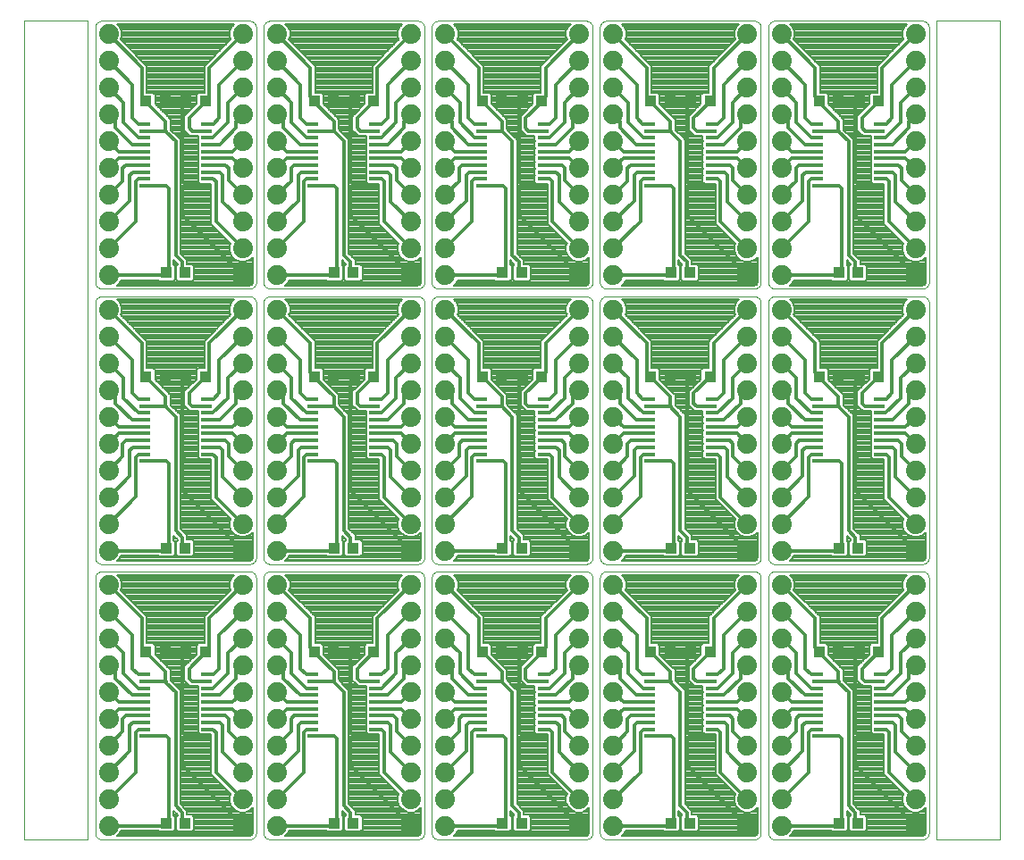
<source format=gtl>
G75*
%MOIN*%
%OFA0B0*%
%FSLAX24Y24*%
%IPPOS*%
%LPD*%
%AMOC8*
5,1,8,0,0,1.08239X$1,22.5*
%
%ADD10C,0.0010*%
%ADD11R,0.0390X0.0120*%
%ADD12R,0.0433X0.0394*%
%ADD13R,0.0740X0.0740*%
%ADD14C,0.0740*%
%ADD15C,0.0120*%
%ADD16C,0.0080*%
D10*
X000105Y007333D02*
X002467Y007333D01*
X002467Y037885D01*
X000105Y037885D01*
X000105Y007333D01*
X002743Y007583D02*
X002743Y017083D01*
X002745Y017113D01*
X002750Y017143D01*
X002759Y017172D01*
X002772Y017199D01*
X002787Y017225D01*
X002806Y017249D01*
X002827Y017270D01*
X002851Y017289D01*
X002877Y017304D01*
X002904Y017317D01*
X002933Y017326D01*
X002963Y017331D01*
X002993Y017333D01*
X008493Y017333D01*
X008523Y017331D01*
X008553Y017326D01*
X008582Y017317D01*
X008609Y017304D01*
X008635Y017289D01*
X008659Y017270D01*
X008680Y017249D01*
X008699Y017225D01*
X008714Y017199D01*
X008727Y017172D01*
X008736Y017143D01*
X008741Y017113D01*
X008743Y017083D01*
X008743Y007583D01*
X008741Y007553D01*
X008736Y007523D01*
X008727Y007494D01*
X008714Y007467D01*
X008699Y007441D01*
X008680Y007417D01*
X008659Y007396D01*
X008635Y007377D01*
X008609Y007362D01*
X008582Y007349D01*
X008553Y007340D01*
X008523Y007335D01*
X008493Y007333D01*
X002993Y007333D01*
X002963Y007335D01*
X002933Y007340D01*
X002904Y007349D01*
X002877Y007362D01*
X002851Y007377D01*
X002827Y007396D01*
X002806Y007417D01*
X002787Y007441D01*
X002772Y007467D01*
X002759Y007494D01*
X002750Y007523D01*
X002745Y007553D01*
X002743Y007583D01*
X009018Y007583D02*
X009018Y017083D01*
X009020Y017113D01*
X009025Y017143D01*
X009034Y017172D01*
X009047Y017199D01*
X009062Y017225D01*
X009081Y017249D01*
X009102Y017270D01*
X009126Y017289D01*
X009152Y017304D01*
X009179Y017317D01*
X009208Y017326D01*
X009238Y017331D01*
X009268Y017333D01*
X014768Y017333D01*
X014798Y017331D01*
X014828Y017326D01*
X014857Y017317D01*
X014884Y017304D01*
X014910Y017289D01*
X014934Y017270D01*
X014955Y017249D01*
X014974Y017225D01*
X014989Y017199D01*
X015002Y017172D01*
X015011Y017143D01*
X015016Y017113D01*
X015018Y017083D01*
X015018Y007583D01*
X015016Y007553D01*
X015011Y007523D01*
X015002Y007494D01*
X014989Y007467D01*
X014974Y007441D01*
X014955Y007417D01*
X014934Y007396D01*
X014910Y007377D01*
X014884Y007362D01*
X014857Y007349D01*
X014828Y007340D01*
X014798Y007335D01*
X014768Y007333D01*
X009268Y007333D01*
X009238Y007335D01*
X009208Y007340D01*
X009179Y007349D01*
X009152Y007362D01*
X009126Y007377D01*
X009102Y007396D01*
X009081Y007417D01*
X009062Y007441D01*
X009047Y007467D01*
X009034Y007494D01*
X009025Y007523D01*
X009020Y007553D01*
X009018Y007583D01*
X015294Y007583D02*
X015294Y017083D01*
X015296Y017113D01*
X015301Y017143D01*
X015310Y017172D01*
X015323Y017199D01*
X015338Y017225D01*
X015357Y017249D01*
X015378Y017270D01*
X015402Y017289D01*
X015428Y017304D01*
X015455Y017317D01*
X015484Y017326D01*
X015514Y017331D01*
X015544Y017333D01*
X021044Y017333D01*
X021074Y017331D01*
X021104Y017326D01*
X021133Y017317D01*
X021160Y017304D01*
X021186Y017289D01*
X021210Y017270D01*
X021231Y017249D01*
X021250Y017225D01*
X021265Y017199D01*
X021278Y017172D01*
X021287Y017143D01*
X021292Y017113D01*
X021294Y017083D01*
X021294Y007583D01*
X021292Y007553D01*
X021287Y007523D01*
X021278Y007494D01*
X021265Y007467D01*
X021250Y007441D01*
X021231Y007417D01*
X021210Y007396D01*
X021186Y007377D01*
X021160Y007362D01*
X021133Y007349D01*
X021104Y007340D01*
X021074Y007335D01*
X021044Y007333D01*
X015544Y007333D01*
X015514Y007335D01*
X015484Y007340D01*
X015455Y007349D01*
X015428Y007362D01*
X015402Y007377D01*
X015378Y007396D01*
X015357Y007417D01*
X015338Y007441D01*
X015323Y007467D01*
X015310Y007494D01*
X015301Y007523D01*
X015296Y007553D01*
X015294Y007583D01*
X021570Y007583D02*
X021570Y017083D01*
X021572Y017113D01*
X021577Y017143D01*
X021586Y017172D01*
X021599Y017199D01*
X021614Y017225D01*
X021633Y017249D01*
X021654Y017270D01*
X021678Y017289D01*
X021704Y017304D01*
X021731Y017317D01*
X021760Y017326D01*
X021790Y017331D01*
X021820Y017333D01*
X027320Y017333D01*
X027350Y017331D01*
X027380Y017326D01*
X027409Y017317D01*
X027436Y017304D01*
X027462Y017289D01*
X027486Y017270D01*
X027507Y017249D01*
X027526Y017225D01*
X027541Y017199D01*
X027554Y017172D01*
X027563Y017143D01*
X027568Y017113D01*
X027570Y017083D01*
X027570Y007583D01*
X027568Y007553D01*
X027563Y007523D01*
X027554Y007494D01*
X027541Y007467D01*
X027526Y007441D01*
X027507Y007417D01*
X027486Y007396D01*
X027462Y007377D01*
X027436Y007362D01*
X027409Y007349D01*
X027380Y007340D01*
X027350Y007335D01*
X027320Y007333D01*
X021820Y007333D01*
X021790Y007335D01*
X021760Y007340D01*
X021731Y007349D01*
X021704Y007362D01*
X021678Y007377D01*
X021654Y007396D01*
X021633Y007417D01*
X021614Y007441D01*
X021599Y007467D01*
X021586Y007494D01*
X021577Y007523D01*
X021572Y007553D01*
X021570Y007583D01*
X027845Y007583D02*
X027845Y017083D01*
X027847Y017113D01*
X027852Y017143D01*
X027861Y017172D01*
X027874Y017199D01*
X027889Y017225D01*
X027908Y017249D01*
X027929Y017270D01*
X027953Y017289D01*
X027979Y017304D01*
X028006Y017317D01*
X028035Y017326D01*
X028065Y017331D01*
X028095Y017333D01*
X033595Y017333D01*
X033625Y017331D01*
X033655Y017326D01*
X033684Y017317D01*
X033711Y017304D01*
X033737Y017289D01*
X033761Y017270D01*
X033782Y017249D01*
X033801Y017225D01*
X033816Y017199D01*
X033829Y017172D01*
X033838Y017143D01*
X033843Y017113D01*
X033845Y017083D01*
X033845Y007583D01*
X033843Y007553D01*
X033838Y007523D01*
X033829Y007494D01*
X033816Y007467D01*
X033801Y007441D01*
X033782Y007417D01*
X033761Y007396D01*
X033737Y007377D01*
X033711Y007362D01*
X033684Y007349D01*
X033655Y007340D01*
X033625Y007335D01*
X033595Y007333D01*
X028095Y007333D01*
X028065Y007335D01*
X028035Y007340D01*
X028006Y007349D01*
X027979Y007362D01*
X027953Y007377D01*
X027929Y007396D01*
X027908Y007417D01*
X027889Y007441D01*
X027874Y007467D01*
X027861Y007494D01*
X027852Y007523D01*
X027847Y007553D01*
X027845Y007583D01*
X034121Y007333D02*
X036483Y007333D01*
X036483Y037885D01*
X034121Y037885D01*
X034121Y007333D01*
X033595Y017609D02*
X028095Y017609D01*
X028065Y017611D01*
X028035Y017616D01*
X028006Y017625D01*
X027979Y017638D01*
X027953Y017653D01*
X027929Y017672D01*
X027908Y017693D01*
X027889Y017717D01*
X027874Y017743D01*
X027861Y017770D01*
X027852Y017799D01*
X027847Y017829D01*
X027845Y017859D01*
X027845Y027359D01*
X027847Y027389D01*
X027852Y027419D01*
X027861Y027448D01*
X027874Y027475D01*
X027889Y027501D01*
X027908Y027525D01*
X027929Y027546D01*
X027953Y027565D01*
X027979Y027580D01*
X028006Y027593D01*
X028035Y027602D01*
X028065Y027607D01*
X028095Y027609D01*
X033595Y027609D01*
X033625Y027607D01*
X033655Y027602D01*
X033684Y027593D01*
X033711Y027580D01*
X033737Y027565D01*
X033761Y027546D01*
X033782Y027525D01*
X033801Y027501D01*
X033816Y027475D01*
X033829Y027448D01*
X033838Y027419D01*
X033843Y027389D01*
X033845Y027359D01*
X033845Y017859D01*
X033843Y017829D01*
X033838Y017799D01*
X033829Y017770D01*
X033816Y017743D01*
X033801Y017717D01*
X033782Y017693D01*
X033761Y017672D01*
X033737Y017653D01*
X033711Y017638D01*
X033684Y017625D01*
X033655Y017616D01*
X033625Y017611D01*
X033595Y017609D01*
X027570Y017859D02*
X027570Y027359D01*
X027568Y027389D01*
X027563Y027419D01*
X027554Y027448D01*
X027541Y027475D01*
X027526Y027501D01*
X027507Y027525D01*
X027486Y027546D01*
X027462Y027565D01*
X027436Y027580D01*
X027409Y027593D01*
X027380Y027602D01*
X027350Y027607D01*
X027320Y027609D01*
X021820Y027609D01*
X021790Y027607D01*
X021760Y027602D01*
X021731Y027593D01*
X021704Y027580D01*
X021678Y027565D01*
X021654Y027546D01*
X021633Y027525D01*
X021614Y027501D01*
X021599Y027475D01*
X021586Y027448D01*
X021577Y027419D01*
X021572Y027389D01*
X021570Y027359D01*
X021570Y017859D01*
X021572Y017829D01*
X021577Y017799D01*
X021586Y017770D01*
X021599Y017743D01*
X021614Y017717D01*
X021633Y017693D01*
X021654Y017672D01*
X021678Y017653D01*
X021704Y017638D01*
X021731Y017625D01*
X021760Y017616D01*
X021790Y017611D01*
X021820Y017609D01*
X027320Y017609D01*
X027350Y017611D01*
X027380Y017616D01*
X027409Y017625D01*
X027436Y017638D01*
X027462Y017653D01*
X027486Y017672D01*
X027507Y017693D01*
X027526Y017717D01*
X027541Y017743D01*
X027554Y017770D01*
X027563Y017799D01*
X027568Y017829D01*
X027570Y017859D01*
X021294Y017859D02*
X021294Y027359D01*
X021292Y027389D01*
X021287Y027419D01*
X021278Y027448D01*
X021265Y027475D01*
X021250Y027501D01*
X021231Y027525D01*
X021210Y027546D01*
X021186Y027565D01*
X021160Y027580D01*
X021133Y027593D01*
X021104Y027602D01*
X021074Y027607D01*
X021044Y027609D01*
X015544Y027609D01*
X015514Y027607D01*
X015484Y027602D01*
X015455Y027593D01*
X015428Y027580D01*
X015402Y027565D01*
X015378Y027546D01*
X015357Y027525D01*
X015338Y027501D01*
X015323Y027475D01*
X015310Y027448D01*
X015301Y027419D01*
X015296Y027389D01*
X015294Y027359D01*
X015294Y017859D01*
X015296Y017829D01*
X015301Y017799D01*
X015310Y017770D01*
X015323Y017743D01*
X015338Y017717D01*
X015357Y017693D01*
X015378Y017672D01*
X015402Y017653D01*
X015428Y017638D01*
X015455Y017625D01*
X015484Y017616D01*
X015514Y017611D01*
X015544Y017609D01*
X021044Y017609D01*
X021074Y017611D01*
X021104Y017616D01*
X021133Y017625D01*
X021160Y017638D01*
X021186Y017653D01*
X021210Y017672D01*
X021231Y017693D01*
X021250Y017717D01*
X021265Y017743D01*
X021278Y017770D01*
X021287Y017799D01*
X021292Y017829D01*
X021294Y017859D01*
X015018Y017859D02*
X015018Y027359D01*
X015016Y027389D01*
X015011Y027419D01*
X015002Y027448D01*
X014989Y027475D01*
X014974Y027501D01*
X014955Y027525D01*
X014934Y027546D01*
X014910Y027565D01*
X014884Y027580D01*
X014857Y027593D01*
X014828Y027602D01*
X014798Y027607D01*
X014768Y027609D01*
X009268Y027609D01*
X009238Y027607D01*
X009208Y027602D01*
X009179Y027593D01*
X009152Y027580D01*
X009126Y027565D01*
X009102Y027546D01*
X009081Y027525D01*
X009062Y027501D01*
X009047Y027475D01*
X009034Y027448D01*
X009025Y027419D01*
X009020Y027389D01*
X009018Y027359D01*
X009018Y017859D01*
X009020Y017829D01*
X009025Y017799D01*
X009034Y017770D01*
X009047Y017743D01*
X009062Y017717D01*
X009081Y017693D01*
X009102Y017672D01*
X009126Y017653D01*
X009152Y017638D01*
X009179Y017625D01*
X009208Y017616D01*
X009238Y017611D01*
X009268Y017609D01*
X014768Y017609D01*
X014798Y017611D01*
X014828Y017616D01*
X014857Y017625D01*
X014884Y017638D01*
X014910Y017653D01*
X014934Y017672D01*
X014955Y017693D01*
X014974Y017717D01*
X014989Y017743D01*
X015002Y017770D01*
X015011Y017799D01*
X015016Y017829D01*
X015018Y017859D01*
X008743Y017859D02*
X008743Y027359D01*
X008741Y027389D01*
X008736Y027419D01*
X008727Y027448D01*
X008714Y027475D01*
X008699Y027501D01*
X008680Y027525D01*
X008659Y027546D01*
X008635Y027565D01*
X008609Y027580D01*
X008582Y027593D01*
X008553Y027602D01*
X008523Y027607D01*
X008493Y027609D01*
X002993Y027609D01*
X002963Y027607D01*
X002933Y027602D01*
X002904Y027593D01*
X002877Y027580D01*
X002851Y027565D01*
X002827Y027546D01*
X002806Y027525D01*
X002787Y027501D01*
X002772Y027475D01*
X002759Y027448D01*
X002750Y027419D01*
X002745Y027389D01*
X002743Y027359D01*
X002743Y017859D01*
X002745Y017829D01*
X002750Y017799D01*
X002759Y017770D01*
X002772Y017743D01*
X002787Y017717D01*
X002806Y017693D01*
X002827Y017672D01*
X002851Y017653D01*
X002877Y017638D01*
X002904Y017625D01*
X002933Y017616D01*
X002963Y017611D01*
X002993Y017609D01*
X008493Y017609D01*
X008523Y017611D01*
X008553Y017616D01*
X008582Y017625D01*
X008609Y017638D01*
X008635Y017653D01*
X008659Y017672D01*
X008680Y017693D01*
X008699Y017717D01*
X008714Y017743D01*
X008727Y017770D01*
X008736Y017799D01*
X008741Y017829D01*
X008743Y017859D01*
X008493Y027885D02*
X002993Y027885D01*
X002963Y027887D01*
X002933Y027892D01*
X002904Y027901D01*
X002877Y027914D01*
X002851Y027929D01*
X002827Y027948D01*
X002806Y027969D01*
X002787Y027993D01*
X002772Y028019D01*
X002759Y028046D01*
X002750Y028075D01*
X002745Y028105D01*
X002743Y028135D01*
X002743Y037635D01*
X002745Y037665D01*
X002750Y037695D01*
X002759Y037724D01*
X002772Y037751D01*
X002787Y037777D01*
X002806Y037801D01*
X002827Y037822D01*
X002851Y037841D01*
X002877Y037856D01*
X002904Y037869D01*
X002933Y037878D01*
X002963Y037883D01*
X002993Y037885D01*
X008493Y037885D01*
X008523Y037883D01*
X008553Y037878D01*
X008582Y037869D01*
X008609Y037856D01*
X008635Y037841D01*
X008659Y037822D01*
X008680Y037801D01*
X008699Y037777D01*
X008714Y037751D01*
X008727Y037724D01*
X008736Y037695D01*
X008741Y037665D01*
X008743Y037635D01*
X008743Y028135D01*
X008741Y028105D01*
X008736Y028075D01*
X008727Y028046D01*
X008714Y028019D01*
X008699Y027993D01*
X008680Y027969D01*
X008659Y027948D01*
X008635Y027929D01*
X008609Y027914D01*
X008582Y027901D01*
X008553Y027892D01*
X008523Y027887D01*
X008493Y027885D01*
X009018Y028135D02*
X009018Y037635D01*
X009020Y037665D01*
X009025Y037695D01*
X009034Y037724D01*
X009047Y037751D01*
X009062Y037777D01*
X009081Y037801D01*
X009102Y037822D01*
X009126Y037841D01*
X009152Y037856D01*
X009179Y037869D01*
X009208Y037878D01*
X009238Y037883D01*
X009268Y037885D01*
X014768Y037885D01*
X014798Y037883D01*
X014828Y037878D01*
X014857Y037869D01*
X014884Y037856D01*
X014910Y037841D01*
X014934Y037822D01*
X014955Y037801D01*
X014974Y037777D01*
X014989Y037751D01*
X015002Y037724D01*
X015011Y037695D01*
X015016Y037665D01*
X015018Y037635D01*
X015018Y028135D01*
X015016Y028105D01*
X015011Y028075D01*
X015002Y028046D01*
X014989Y028019D01*
X014974Y027993D01*
X014955Y027969D01*
X014934Y027948D01*
X014910Y027929D01*
X014884Y027914D01*
X014857Y027901D01*
X014828Y027892D01*
X014798Y027887D01*
X014768Y027885D01*
X009268Y027885D01*
X009238Y027887D01*
X009208Y027892D01*
X009179Y027901D01*
X009152Y027914D01*
X009126Y027929D01*
X009102Y027948D01*
X009081Y027969D01*
X009062Y027993D01*
X009047Y028019D01*
X009034Y028046D01*
X009025Y028075D01*
X009020Y028105D01*
X009018Y028135D01*
X015294Y028135D02*
X015294Y037635D01*
X015296Y037665D01*
X015301Y037695D01*
X015310Y037724D01*
X015323Y037751D01*
X015338Y037777D01*
X015357Y037801D01*
X015378Y037822D01*
X015402Y037841D01*
X015428Y037856D01*
X015455Y037869D01*
X015484Y037878D01*
X015514Y037883D01*
X015544Y037885D01*
X021044Y037885D01*
X021074Y037883D01*
X021104Y037878D01*
X021133Y037869D01*
X021160Y037856D01*
X021186Y037841D01*
X021210Y037822D01*
X021231Y037801D01*
X021250Y037777D01*
X021265Y037751D01*
X021278Y037724D01*
X021287Y037695D01*
X021292Y037665D01*
X021294Y037635D01*
X021294Y028135D01*
X021292Y028105D01*
X021287Y028075D01*
X021278Y028046D01*
X021265Y028019D01*
X021250Y027993D01*
X021231Y027969D01*
X021210Y027948D01*
X021186Y027929D01*
X021160Y027914D01*
X021133Y027901D01*
X021104Y027892D01*
X021074Y027887D01*
X021044Y027885D01*
X015544Y027885D01*
X015514Y027887D01*
X015484Y027892D01*
X015455Y027901D01*
X015428Y027914D01*
X015402Y027929D01*
X015378Y027948D01*
X015357Y027969D01*
X015338Y027993D01*
X015323Y028019D01*
X015310Y028046D01*
X015301Y028075D01*
X015296Y028105D01*
X015294Y028135D01*
X021570Y028135D02*
X021570Y037635D01*
X021572Y037665D01*
X021577Y037695D01*
X021586Y037724D01*
X021599Y037751D01*
X021614Y037777D01*
X021633Y037801D01*
X021654Y037822D01*
X021678Y037841D01*
X021704Y037856D01*
X021731Y037869D01*
X021760Y037878D01*
X021790Y037883D01*
X021820Y037885D01*
X027320Y037885D01*
X027350Y037883D01*
X027380Y037878D01*
X027409Y037869D01*
X027436Y037856D01*
X027462Y037841D01*
X027486Y037822D01*
X027507Y037801D01*
X027526Y037777D01*
X027541Y037751D01*
X027554Y037724D01*
X027563Y037695D01*
X027568Y037665D01*
X027570Y037635D01*
X027570Y028135D01*
X027568Y028105D01*
X027563Y028075D01*
X027554Y028046D01*
X027541Y028019D01*
X027526Y027993D01*
X027507Y027969D01*
X027486Y027948D01*
X027462Y027929D01*
X027436Y027914D01*
X027409Y027901D01*
X027380Y027892D01*
X027350Y027887D01*
X027320Y027885D01*
X021820Y027885D01*
X021790Y027887D01*
X021760Y027892D01*
X021731Y027901D01*
X021704Y027914D01*
X021678Y027929D01*
X021654Y027948D01*
X021633Y027969D01*
X021614Y027993D01*
X021599Y028019D01*
X021586Y028046D01*
X021577Y028075D01*
X021572Y028105D01*
X021570Y028135D01*
X027845Y028135D02*
X027845Y037635D01*
X027847Y037665D01*
X027852Y037695D01*
X027861Y037724D01*
X027874Y037751D01*
X027889Y037777D01*
X027908Y037801D01*
X027929Y037822D01*
X027953Y037841D01*
X027979Y037856D01*
X028006Y037869D01*
X028035Y037878D01*
X028065Y037883D01*
X028095Y037885D01*
X033595Y037885D01*
X033625Y037883D01*
X033655Y037878D01*
X033684Y037869D01*
X033711Y037856D01*
X033737Y037841D01*
X033761Y037822D01*
X033782Y037801D01*
X033801Y037777D01*
X033816Y037751D01*
X033829Y037724D01*
X033838Y037695D01*
X033843Y037665D01*
X033845Y037635D01*
X033845Y028135D01*
X033843Y028105D01*
X033838Y028075D01*
X033829Y028046D01*
X033816Y028019D01*
X033801Y027993D01*
X033782Y027969D01*
X033761Y027948D01*
X033737Y027929D01*
X033711Y027914D01*
X033684Y027901D01*
X033655Y027892D01*
X033625Y027887D01*
X033595Y027885D01*
X028095Y027885D01*
X028065Y027887D01*
X028035Y027892D01*
X028006Y027901D01*
X027979Y027914D01*
X027953Y027929D01*
X027929Y027948D01*
X027908Y027969D01*
X027889Y027993D01*
X027874Y028019D01*
X027861Y028046D01*
X027852Y028075D01*
X027847Y028105D01*
X027845Y028135D01*
D11*
X029696Y031733D03*
X029696Y031989D03*
X029696Y032245D03*
X029696Y032501D03*
X029696Y032757D03*
X029696Y033012D03*
X029696Y033268D03*
X029696Y033524D03*
X029696Y033780D03*
X029696Y034036D03*
X031994Y034036D03*
X031994Y033780D03*
X031994Y033524D03*
X031994Y033268D03*
X031994Y033012D03*
X031994Y032757D03*
X031994Y032501D03*
X031994Y032245D03*
X031994Y031989D03*
X031994Y031733D03*
X025718Y031733D03*
X025718Y031989D03*
X025718Y032245D03*
X025718Y032501D03*
X025718Y032757D03*
X025718Y033012D03*
X025718Y033268D03*
X025718Y033524D03*
X025718Y033780D03*
X025718Y034036D03*
X023421Y034036D03*
X023421Y033780D03*
X023421Y033524D03*
X023421Y033268D03*
X023421Y033012D03*
X023421Y032757D03*
X023421Y032501D03*
X023421Y032245D03*
X023421Y031989D03*
X023421Y031733D03*
X019443Y031733D03*
X019443Y031989D03*
X019443Y032245D03*
X019443Y032501D03*
X019443Y032757D03*
X019443Y033012D03*
X019443Y033268D03*
X019443Y033524D03*
X019443Y033780D03*
X019443Y034036D03*
X017145Y034036D03*
X017145Y033780D03*
X017145Y033524D03*
X017145Y033268D03*
X017145Y033012D03*
X017145Y032757D03*
X017145Y032501D03*
X017145Y032245D03*
X017145Y031989D03*
X017145Y031733D03*
X013167Y031733D03*
X013167Y031989D03*
X013167Y032245D03*
X013167Y032501D03*
X013167Y032757D03*
X013167Y033012D03*
X013167Y033268D03*
X013167Y033524D03*
X013167Y033780D03*
X013167Y034036D03*
X010870Y034036D03*
X010870Y033780D03*
X010870Y033524D03*
X010870Y033268D03*
X010870Y033012D03*
X010870Y032757D03*
X010870Y032501D03*
X010870Y032245D03*
X010870Y031989D03*
X010870Y031733D03*
X006892Y031733D03*
X006892Y031989D03*
X006892Y032245D03*
X006892Y032501D03*
X006892Y032757D03*
X006892Y033012D03*
X006892Y033268D03*
X006892Y033524D03*
X006892Y033780D03*
X006892Y034036D03*
X004594Y034036D03*
X004594Y033780D03*
X004594Y033524D03*
X004594Y033268D03*
X004594Y033012D03*
X004594Y032757D03*
X004594Y032501D03*
X004594Y032245D03*
X004594Y031989D03*
X004594Y031733D03*
X004594Y023760D03*
X004594Y023505D03*
X004594Y023249D03*
X004594Y022993D03*
X004594Y022737D03*
X004594Y022481D03*
X004594Y022225D03*
X004594Y021969D03*
X004594Y021713D03*
X004594Y021457D03*
X006892Y021457D03*
X006892Y021713D03*
X006892Y021969D03*
X006892Y022225D03*
X006892Y022481D03*
X006892Y022737D03*
X006892Y022993D03*
X006892Y023249D03*
X006892Y023505D03*
X006892Y023760D03*
X010870Y023760D03*
X010870Y023505D03*
X010870Y023249D03*
X010870Y022993D03*
X010870Y022737D03*
X010870Y022481D03*
X010870Y022225D03*
X010870Y021969D03*
X010870Y021713D03*
X010870Y021457D03*
X013167Y021457D03*
X013167Y021713D03*
X013167Y021969D03*
X013167Y022225D03*
X013167Y022481D03*
X013167Y022737D03*
X013167Y022993D03*
X013167Y023249D03*
X013167Y023505D03*
X013167Y023760D03*
X017145Y023760D03*
X017145Y023505D03*
X017145Y023249D03*
X017145Y022993D03*
X017145Y022737D03*
X017145Y022481D03*
X017145Y022225D03*
X017145Y021969D03*
X017145Y021713D03*
X017145Y021457D03*
X019443Y021457D03*
X019443Y021713D03*
X019443Y021969D03*
X019443Y022225D03*
X019443Y022481D03*
X019443Y022737D03*
X019443Y022993D03*
X019443Y023249D03*
X019443Y023505D03*
X019443Y023760D03*
X023421Y023760D03*
X023421Y023505D03*
X023421Y023249D03*
X023421Y022993D03*
X023421Y022737D03*
X023421Y022481D03*
X023421Y022225D03*
X023421Y021969D03*
X023421Y021713D03*
X023421Y021457D03*
X025718Y021457D03*
X025718Y021713D03*
X025718Y021969D03*
X025718Y022225D03*
X025718Y022481D03*
X025718Y022737D03*
X025718Y022993D03*
X025718Y023249D03*
X025718Y023505D03*
X025718Y023760D03*
X029696Y023760D03*
X029696Y023505D03*
X029696Y023249D03*
X029696Y022993D03*
X029696Y022737D03*
X029696Y022481D03*
X029696Y022225D03*
X029696Y021969D03*
X029696Y021713D03*
X029696Y021457D03*
X031994Y021457D03*
X031994Y021713D03*
X031994Y021969D03*
X031994Y022225D03*
X031994Y022481D03*
X031994Y022737D03*
X031994Y022993D03*
X031994Y023249D03*
X031994Y023505D03*
X031994Y023760D03*
X031994Y013485D03*
X031994Y013229D03*
X031994Y012973D03*
X031994Y012717D03*
X031994Y012461D03*
X031994Y012205D03*
X031994Y011949D03*
X031994Y011694D03*
X031994Y011438D03*
X031994Y011182D03*
X029696Y011182D03*
X029696Y011438D03*
X029696Y011694D03*
X029696Y011949D03*
X029696Y012205D03*
X029696Y012461D03*
X029696Y012717D03*
X029696Y012973D03*
X029696Y013229D03*
X029696Y013485D03*
X025718Y013485D03*
X025718Y013229D03*
X025718Y012973D03*
X025718Y012717D03*
X025718Y012461D03*
X025718Y012205D03*
X025718Y011949D03*
X025718Y011694D03*
X025718Y011438D03*
X025718Y011182D03*
X023421Y011182D03*
X023421Y011438D03*
X023421Y011694D03*
X023421Y011949D03*
X023421Y012205D03*
X023421Y012461D03*
X023421Y012717D03*
X023421Y012973D03*
X023421Y013229D03*
X023421Y013485D03*
X019443Y013485D03*
X019443Y013229D03*
X019443Y012973D03*
X019443Y012717D03*
X019443Y012461D03*
X019443Y012205D03*
X019443Y011949D03*
X019443Y011694D03*
X019443Y011438D03*
X019443Y011182D03*
X017145Y011182D03*
X017145Y011438D03*
X017145Y011694D03*
X017145Y011949D03*
X017145Y012205D03*
X017145Y012461D03*
X017145Y012717D03*
X017145Y012973D03*
X017145Y013229D03*
X017145Y013485D03*
X013167Y013485D03*
X013167Y013229D03*
X013167Y012973D03*
X013167Y012717D03*
X013167Y012461D03*
X013167Y012205D03*
X013167Y011949D03*
X013167Y011694D03*
X013167Y011438D03*
X013167Y011182D03*
X010870Y011182D03*
X010870Y011438D03*
X010870Y011694D03*
X010870Y011949D03*
X010870Y012205D03*
X010870Y012461D03*
X010870Y012717D03*
X010870Y012973D03*
X010870Y013229D03*
X010870Y013485D03*
X006892Y013485D03*
X006892Y013229D03*
X006892Y012973D03*
X006892Y012717D03*
X006892Y012461D03*
X006892Y012205D03*
X006892Y011949D03*
X006892Y011694D03*
X006892Y011438D03*
X006892Y011182D03*
X004594Y011182D03*
X004594Y011438D03*
X004594Y011694D03*
X004594Y011949D03*
X004594Y012205D03*
X004594Y012461D03*
X004594Y012717D03*
X004594Y012973D03*
X004594Y013229D03*
X004594Y013485D03*
D12*
X004638Y014333D03*
X005347Y014333D03*
X006138Y014333D03*
X006847Y014333D03*
X006097Y018209D03*
X005388Y018209D03*
X010914Y014333D03*
X011623Y014333D03*
X012414Y014333D03*
X013123Y014333D03*
X012373Y018209D03*
X011664Y018209D03*
X017190Y014333D03*
X017898Y014333D03*
X018690Y014333D03*
X019398Y014333D03*
X018648Y018209D03*
X017940Y018209D03*
X023465Y014333D03*
X024174Y014333D03*
X024965Y014333D03*
X025674Y014333D03*
X024924Y018209D03*
X024215Y018209D03*
X029741Y014333D03*
X030449Y014333D03*
X031241Y014333D03*
X031949Y014333D03*
X031199Y018209D03*
X030491Y018209D03*
X030449Y024609D03*
X029741Y024609D03*
X031241Y024609D03*
X031949Y024609D03*
X031199Y028485D03*
X030491Y028485D03*
X025674Y024609D03*
X024965Y024609D03*
X024174Y024609D03*
X023465Y024609D03*
X024215Y028485D03*
X024924Y028485D03*
X019398Y024609D03*
X018690Y024609D03*
X017898Y024609D03*
X017190Y024609D03*
X017940Y028485D03*
X018648Y028485D03*
X013123Y024609D03*
X012414Y024609D03*
X011623Y024609D03*
X010914Y024609D03*
X011664Y028485D03*
X012373Y028485D03*
X006847Y024609D03*
X006138Y024609D03*
X005347Y024609D03*
X004638Y024609D03*
X005388Y028485D03*
X006097Y028485D03*
X006138Y034885D03*
X006847Y034885D03*
X005347Y034885D03*
X004638Y034885D03*
X010914Y034885D03*
X011623Y034885D03*
X012414Y034885D03*
X013123Y034885D03*
X017190Y034885D03*
X017898Y034885D03*
X018690Y034885D03*
X019398Y034885D03*
X023465Y034885D03*
X024174Y034885D03*
X024965Y034885D03*
X025674Y034885D03*
X029741Y034885D03*
X030449Y034885D03*
X031241Y034885D03*
X031949Y034885D03*
X031199Y007933D03*
X030491Y007933D03*
X024924Y007933D03*
X024215Y007933D03*
X018648Y007933D03*
X017940Y007933D03*
X012373Y007933D03*
X011664Y007933D03*
X006097Y007933D03*
X005388Y007933D03*
D13*
X008243Y007833D03*
X014518Y007833D03*
X020794Y007833D03*
X027070Y007833D03*
X033345Y007833D03*
X033345Y018109D03*
X027070Y018109D03*
X020794Y018109D03*
X014518Y018109D03*
X008243Y018109D03*
X008243Y028385D03*
X014518Y028385D03*
X020794Y028385D03*
X027070Y028385D03*
X033345Y028385D03*
D14*
X033345Y029385D03*
X033345Y030385D03*
X033345Y031385D03*
X033345Y032385D03*
X033345Y033385D03*
X033345Y034385D03*
X033345Y035385D03*
X033345Y036385D03*
X033345Y037385D03*
X028345Y037385D03*
X028345Y036385D03*
X028345Y035385D03*
X028345Y034385D03*
X028345Y033385D03*
X028345Y032385D03*
X028345Y031385D03*
X028345Y030385D03*
X028345Y029385D03*
X028345Y028385D03*
X028345Y027109D03*
X028345Y026109D03*
X028345Y025109D03*
X028345Y024109D03*
X028345Y023109D03*
X028345Y022109D03*
X028345Y021109D03*
X028345Y020109D03*
X028345Y019109D03*
X028345Y018109D03*
X028345Y016833D03*
X028345Y015833D03*
X028345Y014833D03*
X028345Y013833D03*
X028345Y012833D03*
X028345Y011833D03*
X028345Y010833D03*
X028345Y009833D03*
X028345Y008833D03*
X028345Y007833D03*
X027070Y008833D03*
X027070Y009833D03*
X027070Y010833D03*
X027070Y011833D03*
X027070Y012833D03*
X027070Y013833D03*
X027070Y014833D03*
X027070Y015833D03*
X027070Y016833D03*
X027070Y019109D03*
X027070Y020109D03*
X027070Y021109D03*
X027070Y022109D03*
X027070Y023109D03*
X027070Y024109D03*
X027070Y025109D03*
X027070Y026109D03*
X027070Y027109D03*
X027070Y029385D03*
X027070Y030385D03*
X027070Y031385D03*
X027070Y032385D03*
X027070Y033385D03*
X027070Y034385D03*
X027070Y035385D03*
X027070Y036385D03*
X027070Y037385D03*
X022070Y037385D03*
X022070Y036385D03*
X022070Y035385D03*
X022070Y034385D03*
X022070Y033385D03*
X022070Y032385D03*
X022070Y031385D03*
X022070Y030385D03*
X022070Y029385D03*
X022070Y028385D03*
X022070Y027109D03*
X022070Y026109D03*
X022070Y025109D03*
X022070Y024109D03*
X022070Y023109D03*
X022070Y022109D03*
X022070Y021109D03*
X022070Y020109D03*
X022070Y019109D03*
X022070Y018109D03*
X022070Y016833D03*
X022070Y015833D03*
X022070Y014833D03*
X022070Y013833D03*
X022070Y012833D03*
X022070Y011833D03*
X022070Y010833D03*
X022070Y009833D03*
X022070Y008833D03*
X022070Y007833D03*
X020794Y008833D03*
X020794Y009833D03*
X020794Y010833D03*
X020794Y011833D03*
X020794Y012833D03*
X020794Y013833D03*
X020794Y014833D03*
X020794Y015833D03*
X020794Y016833D03*
X020794Y019109D03*
X020794Y020109D03*
X020794Y021109D03*
X020794Y022109D03*
X020794Y023109D03*
X020794Y024109D03*
X020794Y025109D03*
X020794Y026109D03*
X020794Y027109D03*
X020794Y029385D03*
X020794Y030385D03*
X020794Y031385D03*
X020794Y032385D03*
X020794Y033385D03*
X020794Y034385D03*
X020794Y035385D03*
X020794Y036385D03*
X020794Y037385D03*
X015794Y037385D03*
X015794Y036385D03*
X015794Y035385D03*
X015794Y034385D03*
X015794Y033385D03*
X015794Y032385D03*
X015794Y031385D03*
X015794Y030385D03*
X015794Y029385D03*
X015794Y028385D03*
X015794Y027109D03*
X015794Y026109D03*
X015794Y025109D03*
X015794Y024109D03*
X015794Y023109D03*
X015794Y022109D03*
X015794Y021109D03*
X015794Y020109D03*
X015794Y019109D03*
X015794Y018109D03*
X015794Y016833D03*
X015794Y015833D03*
X015794Y014833D03*
X015794Y013833D03*
X015794Y012833D03*
X015794Y011833D03*
X015794Y010833D03*
X015794Y009833D03*
X015794Y008833D03*
X015794Y007833D03*
X014518Y008833D03*
X014518Y009833D03*
X014518Y010833D03*
X014518Y011833D03*
X014518Y012833D03*
X014518Y013833D03*
X014518Y014833D03*
X014518Y015833D03*
X014518Y016833D03*
X014518Y019109D03*
X014518Y020109D03*
X014518Y021109D03*
X014518Y022109D03*
X014518Y023109D03*
X014518Y024109D03*
X014518Y025109D03*
X014518Y026109D03*
X014518Y027109D03*
X014518Y029385D03*
X014518Y030385D03*
X014518Y031385D03*
X014518Y032385D03*
X014518Y033385D03*
X014518Y034385D03*
X014518Y035385D03*
X014518Y036385D03*
X014518Y037385D03*
X009518Y037385D03*
X009518Y036385D03*
X009518Y035385D03*
X009518Y034385D03*
X009518Y033385D03*
X009518Y032385D03*
X009518Y031385D03*
X009518Y030385D03*
X009518Y029385D03*
X009518Y028385D03*
X009518Y027109D03*
X009518Y026109D03*
X009518Y025109D03*
X009518Y024109D03*
X009518Y023109D03*
X009518Y022109D03*
X009518Y021109D03*
X009518Y020109D03*
X009518Y019109D03*
X009518Y018109D03*
X009518Y016833D03*
X009518Y015833D03*
X009518Y014833D03*
X009518Y013833D03*
X009518Y012833D03*
X009518Y011833D03*
X009518Y010833D03*
X009518Y009833D03*
X009518Y008833D03*
X009518Y007833D03*
X008243Y008833D03*
X008243Y009833D03*
X008243Y010833D03*
X008243Y011833D03*
X008243Y012833D03*
X008243Y013833D03*
X008243Y014833D03*
X008243Y015833D03*
X008243Y016833D03*
X008243Y019109D03*
X008243Y020109D03*
X008243Y021109D03*
X008243Y022109D03*
X008243Y023109D03*
X008243Y024109D03*
X008243Y025109D03*
X008243Y026109D03*
X008243Y027109D03*
X008243Y029385D03*
X008243Y030385D03*
X008243Y031385D03*
X008243Y032385D03*
X008243Y033385D03*
X008243Y034385D03*
X008243Y035385D03*
X008243Y036385D03*
X008243Y037385D03*
X003243Y037385D03*
X003243Y036385D03*
X003243Y035385D03*
X003243Y034385D03*
X003243Y033385D03*
X003243Y032385D03*
X003243Y031385D03*
X003243Y030385D03*
X003243Y029385D03*
X003243Y028385D03*
X003243Y027109D03*
X003243Y026109D03*
X003243Y025109D03*
X003243Y024109D03*
X003243Y023109D03*
X003243Y022109D03*
X003243Y021109D03*
X003243Y020109D03*
X003243Y019109D03*
X003243Y018109D03*
X003243Y016833D03*
X003243Y015833D03*
X003243Y014833D03*
X003243Y013833D03*
X003243Y012833D03*
X003243Y011833D03*
X003243Y010833D03*
X003243Y009833D03*
X003243Y008833D03*
X003243Y007833D03*
X033345Y008833D03*
X033345Y009833D03*
X033345Y010833D03*
X033345Y011833D03*
X033345Y012833D03*
X033345Y013833D03*
X033345Y014833D03*
X033345Y015833D03*
X033345Y016833D03*
X033345Y019109D03*
X033345Y020109D03*
X033345Y021109D03*
X033345Y022109D03*
X033345Y023109D03*
X033345Y024109D03*
X033345Y025109D03*
X033345Y026109D03*
X033345Y027109D03*
D15*
X032095Y025859D01*
X032095Y024774D01*
X031949Y024609D01*
X031930Y024569D01*
X031345Y023984D01*
X031345Y023609D01*
X031449Y023505D01*
X031994Y023505D01*
X031994Y023760D02*
X032247Y023760D01*
X032470Y023984D01*
X032470Y025234D01*
X033345Y026109D01*
X033345Y025109D02*
X032795Y024559D01*
X032795Y023809D01*
X032235Y023249D01*
X031994Y023249D01*
X031994Y022993D02*
X032479Y022993D01*
X033095Y023609D01*
X033095Y023859D01*
X033345Y024109D01*
X033345Y023109D02*
X032973Y022737D01*
X031994Y022737D01*
X031994Y022481D02*
X032973Y022481D01*
X033345Y022109D01*
X032815Y022109D02*
X032815Y021639D01*
X033345Y021109D01*
X032595Y020859D02*
X032595Y021859D01*
X032485Y021969D01*
X031994Y021969D01*
X031994Y021713D02*
X032241Y021713D01*
X032345Y021609D01*
X032345Y020109D01*
X033345Y019109D01*
X033345Y020109D02*
X032595Y020859D01*
X031994Y021457D02*
X031247Y021457D01*
X031095Y021609D01*
X031095Y024444D01*
X031241Y024609D01*
X030449Y024609D01*
X029761Y024569D02*
X030470Y023859D01*
X030470Y023484D01*
X030845Y023109D01*
X030845Y018859D01*
X031095Y018609D01*
X031095Y018194D01*
X031199Y018209D01*
X030595Y018194D02*
X030491Y018209D01*
X030391Y018109D01*
X028345Y018109D01*
X028345Y019109D02*
X029355Y020119D01*
X029355Y021609D01*
X029449Y021713D01*
X029696Y021713D01*
X029696Y021457D02*
X030497Y021457D01*
X030595Y021359D01*
X030595Y018194D01*
X030491Y018209D02*
X030445Y018109D01*
X031095Y020359D02*
X033345Y018109D01*
X033345Y016833D02*
X032095Y015583D01*
X032095Y014499D01*
X031949Y014333D01*
X031930Y014293D01*
X031345Y013708D01*
X031345Y013333D01*
X031449Y013229D01*
X031994Y013229D01*
X031994Y012973D02*
X032235Y012973D01*
X032795Y013533D01*
X032795Y014283D01*
X033345Y014833D01*
X033345Y013833D02*
X033095Y013583D01*
X033095Y013333D01*
X032479Y012717D01*
X031994Y012717D01*
X031994Y012461D02*
X032973Y012461D01*
X033345Y012833D01*
X032973Y012205D02*
X033345Y011833D01*
X032973Y012205D02*
X031994Y012205D01*
X031994Y011949D02*
X032699Y011949D01*
X032815Y011833D01*
X032815Y011363D01*
X033345Y010833D01*
X032595Y010583D02*
X032595Y011583D01*
X032485Y011694D01*
X031994Y011694D01*
X031994Y011438D02*
X032241Y011438D01*
X032345Y011333D01*
X032345Y009833D01*
X033345Y008833D01*
X033345Y009833D02*
X032595Y010583D01*
X031994Y011182D02*
X031247Y011182D01*
X031095Y011333D01*
X031095Y014168D01*
X031241Y014333D01*
X030449Y014333D01*
X029761Y014293D02*
X030470Y013583D01*
X030470Y013208D01*
X030845Y012833D01*
X030845Y008583D01*
X031095Y008333D01*
X031095Y007918D01*
X031199Y007933D01*
X030595Y007918D02*
X030491Y007933D01*
X030391Y007833D01*
X028345Y007833D01*
X028345Y008833D02*
X029355Y009843D01*
X029355Y011333D01*
X029449Y011438D01*
X029696Y011438D01*
X029696Y011694D02*
X029245Y011694D01*
X029135Y011583D01*
X029135Y010623D01*
X028345Y009833D01*
X028345Y010833D02*
X028355Y010833D01*
X028875Y011353D01*
X028875Y011833D01*
X028991Y011949D01*
X029696Y011949D01*
X029696Y012205D02*
X028717Y012205D01*
X028345Y011833D01*
X028717Y012461D02*
X028345Y012833D01*
X028717Y012461D02*
X029696Y012461D01*
X029696Y012717D02*
X029211Y012717D01*
X028595Y013333D01*
X028595Y013583D01*
X028345Y013833D01*
X028895Y013533D02*
X028895Y014283D01*
X028345Y014833D01*
X029220Y014958D02*
X028345Y015833D01*
X029220Y014958D02*
X029220Y013708D01*
X029444Y013485D01*
X029696Y013485D01*
X029696Y013229D02*
X030449Y013229D01*
X030470Y013208D01*
X030449Y013229D02*
X030491Y013229D01*
X029696Y012973D02*
X029455Y012973D01*
X028895Y013533D01*
X029761Y014293D02*
X029741Y014333D01*
X029595Y014499D01*
X029595Y015583D01*
X028345Y016833D01*
X027070Y016833D02*
X025820Y015583D01*
X025820Y014499D01*
X025674Y014333D01*
X025654Y014293D01*
X025070Y013708D01*
X025070Y013333D01*
X025174Y013229D01*
X025718Y013229D01*
X025718Y012973D02*
X025959Y012973D01*
X026520Y013533D01*
X026520Y014283D01*
X027070Y014833D01*
X026195Y014958D02*
X027070Y015833D01*
X026195Y014958D02*
X026195Y013708D01*
X025971Y013485D01*
X025718Y013485D01*
X025718Y012717D02*
X026203Y012717D01*
X026820Y013333D01*
X026820Y013583D01*
X027070Y013833D01*
X027070Y012833D02*
X026698Y012461D01*
X025718Y012461D01*
X025718Y012205D02*
X026698Y012205D01*
X027070Y011833D01*
X026540Y011833D02*
X026540Y011363D01*
X027070Y010833D01*
X026320Y010583D02*
X026320Y011583D01*
X026209Y011694D01*
X025718Y011694D01*
X025718Y011949D02*
X026423Y011949D01*
X026540Y011833D01*
X026070Y011333D02*
X026070Y009833D01*
X027070Y008833D01*
X027070Y009833D02*
X026320Y010583D01*
X026070Y011333D02*
X025965Y011438D01*
X025718Y011438D01*
X025718Y011182D02*
X024971Y011182D01*
X024820Y011333D01*
X024820Y014168D01*
X024965Y014333D01*
X024174Y014333D01*
X023485Y014293D02*
X024195Y013583D01*
X024195Y013208D01*
X024570Y012833D01*
X024570Y008583D01*
X024820Y008333D01*
X024820Y007918D01*
X024924Y007933D01*
X024320Y007918D02*
X024215Y007933D01*
X024115Y007833D01*
X022070Y007833D01*
X022070Y008833D02*
X023080Y009843D01*
X023080Y011333D01*
X023174Y011438D01*
X023421Y011438D01*
X023421Y011694D02*
X022970Y011694D01*
X022860Y011583D01*
X022860Y010623D01*
X022070Y009833D01*
X022070Y010833D02*
X022080Y010833D01*
X022600Y011353D01*
X022600Y011833D01*
X022716Y011949D01*
X023421Y011949D01*
X023421Y012205D02*
X022442Y012205D01*
X022070Y011833D01*
X022442Y012461D02*
X022070Y012833D01*
X022442Y012461D02*
X023421Y012461D01*
X023421Y012717D02*
X022936Y012717D01*
X022320Y013333D01*
X022320Y013583D01*
X022070Y013833D01*
X022620Y013533D02*
X022620Y014283D01*
X022070Y014833D01*
X022945Y014958D02*
X022070Y015833D01*
X022945Y014958D02*
X022945Y013708D01*
X023168Y013485D01*
X023421Y013485D01*
X023421Y013229D02*
X024174Y013229D01*
X024195Y013208D01*
X024174Y013229D02*
X024215Y013229D01*
X023421Y012973D02*
X023180Y012973D01*
X022620Y013533D01*
X023485Y014293D02*
X023465Y014333D01*
X023320Y014499D01*
X023320Y015583D01*
X022070Y016833D01*
X022070Y018109D02*
X024115Y018109D01*
X024215Y018209D01*
X024320Y018194D01*
X024320Y021359D01*
X024221Y021457D01*
X023421Y021457D01*
X023421Y021713D02*
X023174Y021713D01*
X023080Y021609D01*
X023080Y020119D01*
X022070Y019109D01*
X022070Y020109D02*
X022860Y020899D01*
X022860Y021859D01*
X022970Y021969D01*
X023421Y021969D01*
X023421Y022225D02*
X022716Y022225D01*
X022600Y022109D01*
X022600Y021629D01*
X022080Y021109D01*
X022070Y021109D01*
X022070Y022109D02*
X022442Y022481D01*
X023421Y022481D01*
X023421Y022737D02*
X022442Y022737D01*
X022070Y023109D01*
X022320Y023609D02*
X022320Y023859D01*
X022070Y024109D01*
X022620Y023809D02*
X022620Y024559D01*
X022070Y025109D01*
X022945Y025234D02*
X022070Y026109D01*
X022945Y025234D02*
X022945Y023984D01*
X023168Y023760D01*
X023421Y023760D01*
X023421Y023505D02*
X024174Y023505D01*
X024195Y023484D01*
X024195Y023859D01*
X023485Y024569D01*
X023465Y024609D01*
X023320Y024774D01*
X023320Y025859D01*
X022070Y027109D01*
X022070Y028385D02*
X024115Y028385D01*
X024215Y028485D01*
X024320Y028469D01*
X024320Y031635D01*
X024221Y031733D01*
X023421Y031733D01*
X023421Y031989D02*
X023174Y031989D01*
X023080Y031885D01*
X023080Y030395D01*
X022070Y029385D01*
X022070Y030385D02*
X022860Y031175D01*
X022860Y032135D01*
X022970Y032245D01*
X023421Y032245D01*
X023421Y032501D02*
X022716Y032501D01*
X022600Y032385D01*
X022600Y031905D01*
X022080Y031385D01*
X022070Y031385D01*
X022070Y032385D02*
X022442Y032757D01*
X023421Y032757D01*
X023421Y033012D02*
X022442Y033012D01*
X022070Y033385D01*
X022320Y033885D02*
X022320Y034135D01*
X022070Y034385D01*
X022620Y034085D02*
X022620Y034835D01*
X022070Y035385D01*
X022945Y035510D02*
X022070Y036385D01*
X022945Y035510D02*
X022945Y034260D01*
X023168Y034036D01*
X023421Y034036D01*
X023421Y033780D02*
X024174Y033780D01*
X024195Y033760D01*
X024195Y034135D01*
X023485Y034844D01*
X023465Y034885D01*
X023320Y035050D01*
X023320Y036135D01*
X022070Y037385D01*
X020794Y037385D02*
X019544Y036135D01*
X019544Y035050D01*
X019398Y034885D01*
X019379Y034844D01*
X018794Y034260D01*
X018794Y033885D01*
X018898Y033780D01*
X019443Y033780D01*
X019443Y033524D02*
X019684Y033524D01*
X020244Y034085D01*
X020244Y034835D01*
X020794Y035385D01*
X019919Y035510D02*
X020794Y036385D01*
X019919Y035510D02*
X019919Y034260D01*
X019696Y034036D01*
X019443Y034036D01*
X019443Y033268D02*
X019928Y033268D01*
X020544Y033885D01*
X020544Y034135D01*
X020794Y034385D01*
X020794Y033385D02*
X020422Y033012D01*
X019443Y033012D01*
X019443Y032757D02*
X020422Y032757D01*
X020794Y032385D01*
X020264Y032385D02*
X020264Y031915D01*
X020794Y031385D01*
X020044Y031135D02*
X020044Y032135D01*
X019934Y032245D01*
X019443Y032245D01*
X019443Y032501D02*
X020148Y032501D01*
X020264Y032385D01*
X019794Y031885D02*
X019794Y030385D01*
X020794Y029385D01*
X020794Y030385D02*
X020044Y031135D01*
X019794Y031885D02*
X019690Y031989D01*
X019443Y031989D01*
X019443Y031733D02*
X018696Y031733D01*
X018544Y031885D01*
X018544Y034719D01*
X018690Y034885D01*
X017898Y034885D01*
X017209Y034844D02*
X017919Y034135D01*
X017919Y033760D01*
X018294Y033385D01*
X018294Y029135D01*
X018544Y028885D01*
X018544Y028469D01*
X018648Y028485D01*
X018044Y028469D02*
X017940Y028485D01*
X017840Y028385D01*
X015794Y028385D01*
X015794Y029385D02*
X016804Y030395D01*
X016804Y031885D01*
X016898Y031989D01*
X017145Y031989D01*
X017145Y032245D02*
X016694Y032245D01*
X016584Y032135D01*
X016584Y031175D01*
X015794Y030385D01*
X015794Y031385D02*
X015804Y031385D01*
X016324Y031905D01*
X016324Y032385D01*
X016440Y032501D01*
X017145Y032501D01*
X017145Y032757D02*
X016166Y032757D01*
X015794Y032385D01*
X016166Y033012D02*
X015794Y033385D01*
X016166Y033012D02*
X017145Y033012D01*
X017145Y033268D02*
X016660Y033268D01*
X016044Y033885D01*
X016044Y034135D01*
X015794Y034385D01*
X016344Y034085D02*
X016344Y034835D01*
X015794Y035385D01*
X016669Y035510D02*
X015794Y036385D01*
X016669Y035510D02*
X016669Y034260D01*
X016892Y034036D01*
X017145Y034036D01*
X017145Y033780D02*
X017898Y033780D01*
X017919Y033760D01*
X017898Y033780D02*
X017940Y033780D01*
X017145Y033524D02*
X016904Y033524D01*
X016344Y034085D01*
X017209Y034844D02*
X017190Y034885D01*
X017044Y035050D01*
X017044Y036135D01*
X015794Y037385D01*
X014518Y037385D02*
X013268Y036135D01*
X013268Y035050D01*
X013123Y034885D01*
X013103Y034844D01*
X012518Y034260D01*
X012518Y033885D01*
X012623Y033780D01*
X013167Y033780D01*
X013167Y033524D02*
X013408Y033524D01*
X013968Y034085D01*
X013968Y034835D01*
X014518Y035385D01*
X013643Y035510D02*
X014518Y036385D01*
X013643Y035510D02*
X013643Y034260D01*
X013420Y034036D01*
X013167Y034036D01*
X013167Y033268D02*
X013652Y033268D01*
X014268Y033885D01*
X014268Y034135D01*
X014518Y034385D01*
X014518Y033385D02*
X014146Y033012D01*
X013167Y033012D01*
X013167Y032757D02*
X014146Y032757D01*
X014518Y032385D01*
X013988Y032385D02*
X013988Y031915D01*
X014518Y031385D01*
X013768Y031135D02*
X013768Y032135D01*
X013658Y032245D01*
X013167Y032245D01*
X013167Y032501D02*
X013872Y032501D01*
X013988Y032385D01*
X013518Y031885D02*
X013518Y030385D01*
X014518Y029385D01*
X014518Y030385D02*
X013768Y031135D01*
X013518Y031885D02*
X013414Y031989D01*
X013167Y031989D01*
X013167Y031733D02*
X012420Y031733D01*
X012268Y031885D01*
X012268Y034719D01*
X012414Y034885D01*
X011623Y034885D01*
X010934Y034844D02*
X011643Y034135D01*
X011643Y033760D01*
X012018Y033385D01*
X012018Y029135D01*
X012268Y028885D01*
X012268Y028469D01*
X012373Y028485D01*
X011768Y028469D02*
X011664Y028485D01*
X011564Y028385D01*
X009518Y028385D01*
X009518Y029385D02*
X010528Y030395D01*
X010528Y031885D01*
X010623Y031989D01*
X010870Y031989D01*
X010870Y032245D02*
X010419Y032245D01*
X010308Y032135D01*
X010308Y031175D01*
X009518Y030385D01*
X009518Y031385D02*
X009528Y031385D01*
X010048Y031905D01*
X010048Y032385D01*
X010165Y032501D01*
X010870Y032501D01*
X010870Y032757D02*
X009890Y032757D01*
X009518Y032385D01*
X009890Y033012D02*
X009518Y033385D01*
X009890Y033012D02*
X010870Y033012D01*
X010870Y033268D02*
X010385Y033268D01*
X009768Y033885D01*
X009768Y034135D01*
X009518Y034385D01*
X010068Y034085D02*
X010068Y034835D01*
X009518Y035385D01*
X010393Y035510D02*
X009518Y036385D01*
X010393Y035510D02*
X010393Y034260D01*
X010617Y034036D01*
X010870Y034036D01*
X010870Y033780D02*
X011623Y033780D01*
X011643Y033760D01*
X011623Y033780D02*
X011664Y033780D01*
X010870Y033524D02*
X010629Y033524D01*
X010068Y034085D01*
X010934Y034844D02*
X010914Y034885D01*
X010768Y035050D01*
X010768Y036135D01*
X009518Y037385D01*
X008243Y037385D02*
X006993Y036135D01*
X006993Y035050D01*
X006847Y034885D01*
X006827Y034844D01*
X006243Y034260D01*
X006243Y033885D01*
X006347Y033780D01*
X006892Y033780D01*
X006892Y033524D02*
X007133Y033524D01*
X007693Y034085D01*
X007693Y034835D01*
X008243Y035385D01*
X007368Y035510D02*
X008243Y036385D01*
X007368Y035510D02*
X007368Y034260D01*
X007144Y034036D01*
X006892Y034036D01*
X006892Y033268D02*
X007377Y033268D01*
X007993Y033885D01*
X007993Y034135D01*
X008243Y034385D01*
X008243Y033385D02*
X007871Y033012D01*
X006892Y033012D01*
X006892Y032757D02*
X007871Y032757D01*
X008243Y032385D01*
X007713Y032385D02*
X007713Y031915D01*
X008243Y031385D01*
X007493Y031135D02*
X007493Y032135D01*
X007383Y032245D01*
X006892Y032245D01*
X006892Y032501D02*
X007597Y032501D01*
X007713Y032385D01*
X007243Y031885D02*
X007243Y030385D01*
X008243Y029385D01*
X008243Y030385D02*
X007493Y031135D01*
X007243Y031885D02*
X007138Y031989D01*
X006892Y031989D01*
X006892Y031733D02*
X006144Y031733D01*
X005993Y031885D01*
X005993Y034719D01*
X006138Y034885D01*
X005347Y034885D01*
X004658Y034844D02*
X005368Y034135D01*
X005368Y033760D01*
X005743Y033385D01*
X005743Y029135D01*
X005993Y028885D01*
X005993Y028469D01*
X006097Y028485D01*
X005493Y028469D02*
X005388Y028485D01*
X005288Y028385D01*
X003243Y028385D01*
X003243Y029385D02*
X004253Y030395D01*
X004253Y031885D01*
X004347Y031989D01*
X004594Y031989D01*
X004594Y032245D02*
X004143Y032245D01*
X004033Y032135D01*
X004033Y031175D01*
X003243Y030385D01*
X003243Y031385D02*
X003253Y031385D01*
X003773Y031905D01*
X003773Y032385D01*
X003889Y032501D01*
X004594Y032501D01*
X004594Y032757D02*
X003615Y032757D01*
X003243Y032385D01*
X003615Y033012D02*
X003243Y033385D01*
X003615Y033012D02*
X004594Y033012D01*
X004594Y033268D02*
X004109Y033268D01*
X003493Y033885D01*
X003493Y034135D01*
X003243Y034385D01*
X003793Y034085D02*
X003793Y034835D01*
X003243Y035385D01*
X004118Y035510D02*
X003243Y036385D01*
X003243Y037385D02*
X004493Y036135D01*
X004493Y035050D01*
X004638Y034885D01*
X004658Y034844D01*
X004118Y034260D02*
X004118Y035510D01*
X004118Y034260D02*
X004341Y034036D01*
X004594Y034036D01*
X004594Y033780D02*
X005347Y033780D01*
X005368Y033760D01*
X005388Y033780D02*
X005347Y033780D01*
X004594Y033524D02*
X004353Y033524D01*
X003793Y034085D01*
X004594Y031733D02*
X005394Y031733D01*
X005493Y031635D01*
X005493Y028469D01*
X005388Y028485D02*
X005343Y028385D01*
X005993Y030635D02*
X008243Y028385D01*
X008243Y027109D02*
X006993Y025859D01*
X006993Y024774D01*
X006847Y024609D01*
X006827Y024569D01*
X006243Y023984D01*
X006243Y023609D01*
X006347Y023505D01*
X006892Y023505D01*
X006892Y023760D02*
X007144Y023760D01*
X007368Y023984D01*
X007368Y025234D01*
X008243Y026109D01*
X008243Y025109D02*
X007693Y024559D01*
X007693Y023809D01*
X007133Y023249D01*
X006892Y023249D01*
X006892Y022993D02*
X007377Y022993D01*
X007993Y023609D01*
X007993Y023859D01*
X008243Y024109D01*
X008243Y023109D02*
X007871Y022737D01*
X006892Y022737D01*
X006892Y022481D02*
X007871Y022481D01*
X008243Y022109D01*
X007713Y022109D02*
X007713Y021639D01*
X008243Y021109D01*
X007493Y020859D02*
X007493Y021859D01*
X007383Y021969D01*
X006892Y021969D01*
X006892Y021713D02*
X007138Y021713D01*
X007243Y021609D01*
X007243Y020109D01*
X008243Y019109D01*
X008243Y020109D02*
X007493Y020859D01*
X006892Y021457D02*
X006144Y021457D01*
X005993Y021609D01*
X005993Y024444D01*
X006138Y024609D01*
X005347Y024609D01*
X004658Y024569D02*
X005368Y023859D01*
X005368Y023484D01*
X005743Y023109D01*
X005743Y018859D01*
X005993Y018609D01*
X005993Y018194D01*
X006097Y018209D01*
X005493Y018194D02*
X005388Y018209D01*
X005288Y018109D01*
X003243Y018109D01*
X003243Y019109D02*
X004253Y020119D01*
X004253Y021609D01*
X004347Y021713D01*
X004594Y021713D01*
X004594Y021457D02*
X005394Y021457D01*
X005493Y021359D01*
X005493Y018194D01*
X005388Y018209D02*
X005343Y018109D01*
X005993Y020359D02*
X008243Y018109D01*
X008243Y016833D02*
X006993Y015583D01*
X006993Y014499D01*
X006847Y014333D01*
X006827Y014293D01*
X006243Y013708D01*
X006243Y013333D01*
X006347Y013229D01*
X006892Y013229D01*
X006892Y012973D02*
X007133Y012973D01*
X007693Y013533D01*
X007693Y014283D01*
X008243Y014833D01*
X007368Y014958D02*
X008243Y015833D01*
X007368Y014958D02*
X007368Y013708D01*
X007144Y013485D01*
X006892Y013485D01*
X006892Y012717D02*
X007377Y012717D01*
X007993Y013333D01*
X007993Y013583D01*
X008243Y013833D01*
X008243Y012833D02*
X007871Y012461D01*
X006892Y012461D01*
X006892Y012205D02*
X007871Y012205D01*
X008243Y011833D01*
X007713Y011833D02*
X007713Y011363D01*
X008243Y010833D01*
X007493Y010583D02*
X007493Y011583D01*
X007383Y011694D01*
X006892Y011694D01*
X006892Y011949D02*
X007597Y011949D01*
X007713Y011833D01*
X007243Y011333D02*
X007243Y009833D01*
X008243Y008833D01*
X008243Y009833D02*
X007493Y010583D01*
X007243Y011333D02*
X007138Y011438D01*
X006892Y011438D01*
X006892Y011182D02*
X006144Y011182D01*
X005993Y011333D01*
X005993Y014168D01*
X006138Y014333D01*
X005347Y014333D01*
X004658Y014293D02*
X005368Y013583D01*
X005368Y013208D01*
X005743Y012833D01*
X005743Y008583D01*
X005993Y008333D01*
X005993Y007918D01*
X006097Y007933D01*
X005493Y007918D02*
X005388Y007933D01*
X005288Y007833D01*
X003243Y007833D01*
X003243Y008833D02*
X004253Y009843D01*
X004253Y011333D01*
X004347Y011438D01*
X004594Y011438D01*
X004594Y011694D02*
X004143Y011694D01*
X004033Y011583D01*
X004033Y010623D01*
X003243Y009833D01*
X003243Y010833D02*
X003253Y010833D01*
X003773Y011353D01*
X003773Y011833D01*
X003889Y011949D01*
X004594Y011949D01*
X004594Y012205D02*
X003615Y012205D01*
X003243Y011833D01*
X003615Y012461D02*
X003243Y012833D01*
X003615Y012461D02*
X004594Y012461D01*
X004594Y012717D02*
X004109Y012717D01*
X003493Y013333D01*
X003493Y013583D01*
X003243Y013833D01*
X003793Y013533D02*
X003793Y014283D01*
X003243Y014833D01*
X004118Y014958D02*
X003243Y015833D01*
X003243Y016833D02*
X004493Y015583D01*
X004493Y014499D01*
X004638Y014333D01*
X004658Y014293D01*
X004118Y013708D02*
X004118Y014958D01*
X004118Y013708D02*
X004341Y013485D01*
X004594Y013485D01*
X004594Y013229D02*
X005347Y013229D01*
X005368Y013208D01*
X005347Y013229D02*
X005388Y013229D01*
X004594Y012973D02*
X004353Y012973D01*
X003793Y013533D01*
X004594Y011182D02*
X005394Y011182D01*
X005493Y011083D01*
X005493Y007918D01*
X005388Y007933D02*
X005343Y007833D01*
X005993Y010083D02*
X008243Y007833D01*
X009518Y007833D02*
X011564Y007833D01*
X011664Y007933D01*
X011768Y007918D01*
X011768Y011083D01*
X011670Y011182D01*
X010870Y011182D01*
X010870Y011438D02*
X010623Y011438D01*
X010528Y011333D01*
X010528Y009843D01*
X009518Y008833D01*
X009518Y009833D02*
X010308Y010623D01*
X010308Y011583D01*
X010419Y011694D01*
X010870Y011694D01*
X010870Y011949D02*
X010165Y011949D01*
X010048Y011833D01*
X010048Y011353D01*
X009528Y010833D01*
X009518Y010833D01*
X009518Y011833D02*
X009890Y012205D01*
X010870Y012205D01*
X010870Y012461D02*
X009890Y012461D01*
X009518Y012833D01*
X009768Y013333D02*
X009768Y013583D01*
X009518Y013833D01*
X010068Y013533D02*
X010068Y014283D01*
X009518Y014833D01*
X010393Y014958D02*
X009518Y015833D01*
X010393Y014958D02*
X010393Y013708D01*
X010617Y013485D01*
X010870Y013485D01*
X010870Y013229D02*
X011623Y013229D01*
X011643Y013208D01*
X011643Y013583D01*
X010934Y014293D01*
X010914Y014333D01*
X010768Y014499D01*
X010768Y015583D01*
X009518Y016833D01*
X009518Y018109D02*
X011564Y018109D01*
X011664Y018209D01*
X011768Y018194D01*
X011768Y021359D01*
X011670Y021457D01*
X010870Y021457D01*
X010870Y021713D02*
X010623Y021713D01*
X010528Y021609D01*
X010528Y020119D01*
X009518Y019109D01*
X009518Y020109D02*
X010308Y020899D01*
X010308Y021859D01*
X010419Y021969D01*
X010870Y021969D01*
X010870Y022225D02*
X010165Y022225D01*
X010048Y022109D01*
X010048Y021629D01*
X009528Y021109D01*
X009518Y021109D01*
X009518Y022109D02*
X009890Y022481D01*
X010870Y022481D01*
X010870Y022737D02*
X009890Y022737D01*
X009518Y023109D01*
X009768Y023609D02*
X009768Y023859D01*
X009518Y024109D01*
X010068Y023809D02*
X010068Y024559D01*
X009518Y025109D01*
X010393Y025234D02*
X009518Y026109D01*
X010393Y025234D02*
X010393Y023984D01*
X010617Y023760D01*
X010870Y023760D01*
X010870Y023505D02*
X011623Y023505D01*
X011643Y023484D01*
X011643Y023859D01*
X010934Y024569D01*
X010914Y024609D01*
X010768Y024774D01*
X010768Y025859D01*
X009518Y027109D01*
X011618Y028385D02*
X011664Y028485D01*
X011768Y028469D02*
X011768Y031635D01*
X011670Y031733D01*
X010870Y031733D01*
X012268Y031635D02*
X012268Y030635D01*
X014518Y028385D01*
X014518Y027109D02*
X013268Y025859D01*
X013268Y024774D01*
X013123Y024609D01*
X013103Y024569D01*
X012518Y023984D01*
X012518Y023609D01*
X012623Y023505D01*
X013167Y023505D01*
X013167Y023760D02*
X013420Y023760D01*
X013643Y023984D01*
X013643Y025234D01*
X014518Y026109D01*
X014518Y025109D02*
X013968Y024559D01*
X013968Y023809D01*
X013408Y023249D01*
X013167Y023249D01*
X013167Y022993D02*
X013652Y022993D01*
X014268Y023609D01*
X014268Y023859D01*
X014518Y024109D01*
X014518Y023109D02*
X014146Y022737D01*
X013167Y022737D01*
X013167Y022481D02*
X014146Y022481D01*
X014518Y022109D01*
X013988Y022109D02*
X013988Y021639D01*
X014518Y021109D01*
X013768Y020859D02*
X013768Y021859D01*
X013658Y021969D01*
X013167Y021969D01*
X013167Y021713D02*
X013414Y021713D01*
X013518Y021609D01*
X013518Y020109D01*
X014518Y019109D01*
X014518Y020109D02*
X013768Y020859D01*
X013167Y021457D02*
X012420Y021457D01*
X012268Y021609D01*
X012268Y024444D01*
X012414Y024609D01*
X011623Y024609D01*
X011623Y023505D02*
X011664Y023505D01*
X011643Y023484D02*
X012018Y023109D01*
X012018Y018859D01*
X012268Y018609D01*
X012268Y018194D01*
X012373Y018209D01*
X011664Y018209D02*
X011618Y018109D01*
X012268Y020359D02*
X014518Y018109D01*
X014518Y016833D02*
X013268Y015583D01*
X013268Y014499D01*
X013123Y014333D01*
X013103Y014293D01*
X012518Y013708D01*
X012518Y013333D01*
X012623Y013229D01*
X013167Y013229D01*
X013167Y012973D02*
X013408Y012973D01*
X013968Y013533D01*
X013968Y014283D01*
X014518Y014833D01*
X013643Y014958D02*
X014518Y015833D01*
X013643Y014958D02*
X013643Y013708D01*
X013420Y013485D01*
X013167Y013485D01*
X013167Y012717D02*
X013652Y012717D01*
X014268Y013333D01*
X014268Y013583D01*
X014518Y013833D01*
X014518Y012833D02*
X014146Y012461D01*
X013167Y012461D01*
X013167Y012205D02*
X014146Y012205D01*
X014518Y011833D01*
X013988Y011833D02*
X013988Y011363D01*
X014518Y010833D01*
X013768Y010583D02*
X013768Y011583D01*
X013658Y011694D01*
X013167Y011694D01*
X013167Y011949D02*
X013872Y011949D01*
X013988Y011833D01*
X013518Y011333D02*
X013518Y009833D01*
X014518Y008833D01*
X014518Y009833D02*
X013768Y010583D01*
X013518Y011333D02*
X013414Y011438D01*
X013167Y011438D01*
X013167Y011182D02*
X012420Y011182D01*
X012268Y011333D01*
X012268Y014168D01*
X012414Y014333D01*
X011623Y014333D01*
X011623Y013229D02*
X011664Y013229D01*
X011643Y013208D02*
X012018Y012833D01*
X012018Y008583D01*
X012268Y008333D01*
X012268Y007918D01*
X012373Y007933D01*
X011664Y007933D02*
X011618Y007833D01*
X012268Y010083D02*
X014518Y007833D01*
X015794Y007833D02*
X017840Y007833D01*
X017940Y007933D01*
X018044Y007918D01*
X018044Y011083D01*
X017946Y011182D01*
X017145Y011182D01*
X017145Y011438D02*
X016898Y011438D01*
X016804Y011333D01*
X016804Y009843D01*
X015794Y008833D01*
X015794Y009833D02*
X016584Y010623D01*
X016584Y011583D01*
X016694Y011694D01*
X017145Y011694D01*
X017145Y011949D02*
X016440Y011949D01*
X016324Y011833D01*
X016324Y011353D01*
X015804Y010833D01*
X015794Y010833D01*
X015794Y011833D02*
X016166Y012205D01*
X017145Y012205D01*
X017145Y012461D02*
X016166Y012461D01*
X015794Y012833D01*
X016044Y013333D02*
X016044Y013583D01*
X015794Y013833D01*
X016344Y013533D02*
X016344Y014283D01*
X015794Y014833D01*
X016669Y014958D02*
X015794Y015833D01*
X016669Y014958D02*
X016669Y013708D01*
X016892Y013485D01*
X017145Y013485D01*
X017145Y013229D02*
X017898Y013229D01*
X017919Y013208D01*
X017919Y013583D01*
X017209Y014293D01*
X017190Y014333D01*
X017044Y014499D01*
X017044Y015583D01*
X015794Y016833D01*
X015794Y018109D02*
X017840Y018109D01*
X017940Y018209D01*
X018044Y018194D01*
X018044Y021359D01*
X017946Y021457D01*
X017145Y021457D01*
X017145Y021713D02*
X016898Y021713D01*
X016804Y021609D01*
X016804Y020119D01*
X015794Y019109D01*
X015794Y020109D02*
X016584Y020899D01*
X016584Y021859D01*
X016694Y021969D01*
X017145Y021969D01*
X017145Y022225D02*
X016440Y022225D01*
X016324Y022109D01*
X016324Y021629D01*
X015804Y021109D01*
X015794Y021109D01*
X015794Y022109D02*
X016166Y022481D01*
X017145Y022481D01*
X017145Y022737D02*
X016166Y022737D01*
X015794Y023109D01*
X016044Y023609D02*
X016044Y023859D01*
X015794Y024109D01*
X016344Y023809D02*
X016344Y024559D01*
X015794Y025109D01*
X016669Y025234D02*
X015794Y026109D01*
X016669Y025234D02*
X016669Y023984D01*
X016892Y023760D01*
X017145Y023760D01*
X017145Y023505D02*
X017898Y023505D01*
X017919Y023484D01*
X017919Y023859D01*
X017209Y024569D01*
X017190Y024609D01*
X017044Y024774D01*
X017044Y025859D01*
X015794Y027109D01*
X017894Y028385D02*
X017940Y028485D01*
X018044Y028469D02*
X018044Y031635D01*
X017946Y031733D01*
X017145Y031733D01*
X018544Y031635D02*
X018544Y030635D01*
X020794Y028385D01*
X020794Y027109D02*
X019544Y025859D01*
X019544Y024774D01*
X019398Y024609D01*
X019379Y024569D01*
X018794Y023984D01*
X018794Y023609D01*
X018898Y023505D01*
X019443Y023505D01*
X019443Y023760D02*
X019696Y023760D01*
X019919Y023984D01*
X019919Y025234D01*
X020794Y026109D01*
X020794Y025109D02*
X020244Y024559D01*
X020244Y023809D01*
X019684Y023249D01*
X019443Y023249D01*
X019443Y022993D02*
X019928Y022993D01*
X020544Y023609D01*
X020544Y023859D01*
X020794Y024109D01*
X020794Y023109D02*
X020422Y022737D01*
X019443Y022737D01*
X019443Y022481D02*
X020422Y022481D01*
X020794Y022109D01*
X020264Y022109D02*
X020264Y021639D01*
X020794Y021109D01*
X020044Y020859D02*
X020044Y021859D01*
X019934Y021969D01*
X019443Y021969D01*
X019443Y021713D02*
X019690Y021713D01*
X019794Y021609D01*
X019794Y020109D01*
X020794Y019109D01*
X020794Y020109D02*
X020044Y020859D01*
X019443Y021457D02*
X018696Y021457D01*
X018544Y021609D01*
X018544Y024444D01*
X018690Y024609D01*
X017898Y024609D01*
X017898Y023505D02*
X017940Y023505D01*
X017919Y023484D02*
X018294Y023109D01*
X018294Y018859D01*
X018544Y018609D01*
X018544Y018194D01*
X018648Y018209D01*
X017940Y018209D02*
X017894Y018109D01*
X018544Y020359D02*
X020794Y018109D01*
X020794Y016833D02*
X019544Y015583D01*
X019544Y014499D01*
X019398Y014333D01*
X019379Y014293D01*
X018794Y013708D01*
X018794Y013333D01*
X018898Y013229D01*
X019443Y013229D01*
X019443Y012973D02*
X019684Y012973D01*
X020244Y013533D01*
X020244Y014283D01*
X020794Y014833D01*
X019919Y014958D02*
X020794Y015833D01*
X019919Y014958D02*
X019919Y013708D01*
X019696Y013485D01*
X019443Y013485D01*
X019443Y012717D02*
X019928Y012717D01*
X020544Y013333D01*
X020544Y013583D01*
X020794Y013833D01*
X020794Y012833D02*
X020422Y012461D01*
X019443Y012461D01*
X019443Y012205D02*
X020422Y012205D01*
X020794Y011833D01*
X020264Y011833D02*
X020264Y011363D01*
X020794Y010833D01*
X020044Y010583D02*
X020044Y011583D01*
X019934Y011694D01*
X019443Y011694D01*
X019443Y011949D02*
X020148Y011949D01*
X020264Y011833D01*
X019794Y011333D02*
X019794Y009833D01*
X020794Y008833D01*
X020794Y009833D02*
X020044Y010583D01*
X019794Y011333D02*
X019690Y011438D01*
X019443Y011438D01*
X019443Y011182D02*
X018696Y011182D01*
X018544Y011333D01*
X018544Y014168D01*
X018690Y014333D01*
X017898Y014333D01*
X017898Y013229D02*
X017940Y013229D01*
X017919Y013208D02*
X018294Y012833D01*
X018294Y008583D01*
X018544Y008333D01*
X018544Y007918D01*
X018648Y007933D01*
X017940Y007933D02*
X017894Y007833D01*
X018544Y010083D02*
X020794Y007833D01*
X018544Y010083D02*
X018544Y011083D01*
X018642Y011182D01*
X018696Y011182D01*
X017145Y012717D02*
X016660Y012717D01*
X016044Y013333D01*
X016344Y013533D02*
X016904Y012973D01*
X017145Y012973D01*
X012420Y011182D02*
X012367Y011182D01*
X012268Y011083D01*
X012268Y010083D01*
X010870Y012717D02*
X010385Y012717D01*
X009768Y013333D01*
X010068Y013533D02*
X010629Y012973D01*
X010870Y012973D01*
X006144Y011182D02*
X006091Y011182D01*
X005993Y011083D01*
X005993Y010083D01*
X003243Y020109D02*
X004033Y020899D01*
X004033Y021859D01*
X004143Y021969D01*
X004594Y021969D01*
X004594Y022225D02*
X003889Y022225D01*
X003773Y022109D01*
X003773Y021629D01*
X003253Y021109D01*
X003243Y021109D01*
X003243Y022109D02*
X003615Y022481D01*
X004594Y022481D01*
X004594Y022737D02*
X003615Y022737D01*
X003243Y023109D01*
X003493Y023609D02*
X003493Y023859D01*
X003243Y024109D01*
X003493Y023609D02*
X004109Y022993D01*
X004594Y022993D01*
X004594Y023249D02*
X004353Y023249D01*
X003793Y023809D01*
X003793Y024559D01*
X003243Y025109D01*
X004118Y025234D02*
X003243Y026109D01*
X003243Y027109D02*
X004493Y025859D01*
X004493Y024774D01*
X004638Y024609D01*
X004658Y024569D01*
X004118Y023984D02*
X004118Y025234D01*
X004118Y023984D02*
X004341Y023760D01*
X004594Y023760D01*
X004594Y023505D02*
X005347Y023505D01*
X005368Y023484D01*
X005347Y023505D02*
X005388Y023505D01*
X006892Y022225D02*
X007597Y022225D01*
X007713Y022109D01*
X006144Y021457D02*
X006091Y021457D01*
X005993Y021359D01*
X005993Y020359D01*
X009768Y023609D02*
X010385Y022993D01*
X010870Y022993D01*
X010870Y023249D02*
X010629Y023249D01*
X010068Y023809D01*
X012367Y021457D02*
X012268Y021359D01*
X012268Y020359D01*
X012367Y021457D02*
X012420Y021457D01*
X013167Y022225D02*
X013872Y022225D01*
X013988Y022109D01*
X016044Y023609D02*
X016660Y022993D01*
X017145Y022993D01*
X017145Y023249D02*
X016904Y023249D01*
X016344Y023809D01*
X018642Y021457D02*
X018544Y021359D01*
X018544Y020359D01*
X018642Y021457D02*
X018696Y021457D01*
X019443Y022225D02*
X020148Y022225D01*
X020264Y022109D01*
X022320Y023609D02*
X022936Y022993D01*
X023421Y022993D01*
X023421Y023249D02*
X023180Y023249D01*
X022620Y023809D01*
X024174Y023505D02*
X024215Y023505D01*
X024195Y023484D02*
X024570Y023109D01*
X024570Y018859D01*
X024820Y018609D01*
X024820Y018194D01*
X024924Y018209D01*
X024215Y018209D02*
X024170Y018109D01*
X026070Y020109D02*
X027070Y019109D01*
X027070Y020109D02*
X026320Y020859D01*
X026320Y021859D01*
X026209Y021969D01*
X025718Y021969D01*
X025718Y021713D02*
X025965Y021713D01*
X026070Y021609D01*
X026070Y020109D01*
X027070Y021109D02*
X026540Y021639D01*
X026540Y022109D01*
X026423Y022225D01*
X025718Y022225D01*
X025718Y022481D02*
X026698Y022481D01*
X027070Y022109D01*
X026698Y022737D02*
X027070Y023109D01*
X026698Y022737D02*
X025718Y022737D01*
X025718Y022993D02*
X026203Y022993D01*
X026820Y023609D01*
X026820Y023859D01*
X027070Y024109D01*
X026520Y023809D02*
X026520Y024559D01*
X027070Y025109D01*
X026195Y025234D02*
X027070Y026109D01*
X026195Y025234D02*
X026195Y023984D01*
X025971Y023760D01*
X025718Y023760D01*
X025718Y023505D02*
X025174Y023505D01*
X025070Y023609D01*
X025070Y023984D01*
X025654Y024569D01*
X025674Y024609D01*
X025820Y024774D01*
X025820Y025859D01*
X027070Y027109D01*
X027070Y028385D02*
X024820Y030635D01*
X024820Y031635D01*
X024918Y031733D01*
X024971Y031733D01*
X024820Y031885D01*
X024820Y034719D01*
X024965Y034885D01*
X024174Y034885D01*
X025070Y034260D02*
X025070Y033885D01*
X025174Y033780D01*
X025718Y033780D01*
X025718Y033524D02*
X025959Y033524D01*
X026520Y034085D01*
X026520Y034835D01*
X027070Y035385D01*
X026195Y035510D02*
X027070Y036385D01*
X026195Y035510D02*
X026195Y034260D01*
X025971Y034036D01*
X025718Y034036D01*
X025070Y034260D02*
X025654Y034844D01*
X025674Y034885D01*
X025820Y035050D01*
X025820Y036135D01*
X027070Y037385D01*
X028345Y037385D02*
X029595Y036135D01*
X029595Y035050D01*
X029741Y034885D01*
X029761Y034844D01*
X030470Y034135D01*
X030470Y033760D01*
X030845Y033385D01*
X030845Y029135D01*
X031095Y028885D01*
X031095Y028469D01*
X031199Y028485D01*
X030595Y028469D02*
X030491Y028485D01*
X030391Y028385D01*
X028345Y028385D01*
X028345Y029385D02*
X029355Y030395D01*
X029355Y031885D01*
X029449Y031989D01*
X029696Y031989D01*
X029696Y032245D02*
X029245Y032245D01*
X029135Y032135D01*
X029135Y031175D01*
X028345Y030385D01*
X028345Y031385D02*
X028355Y031385D01*
X028875Y031905D01*
X028875Y032385D01*
X028991Y032501D01*
X029696Y032501D01*
X029696Y032757D02*
X028717Y032757D01*
X028345Y032385D01*
X028717Y033012D02*
X028345Y033385D01*
X028717Y033012D02*
X029696Y033012D01*
X029696Y033268D02*
X029211Y033268D01*
X028595Y033885D01*
X028595Y034135D01*
X028345Y034385D01*
X028895Y034085D02*
X028895Y034835D01*
X028345Y035385D01*
X029220Y035510D02*
X028345Y036385D01*
X029220Y035510D02*
X029220Y034260D01*
X029444Y034036D01*
X029696Y034036D01*
X029696Y033780D02*
X030449Y033780D01*
X030470Y033760D01*
X030449Y033780D02*
X030491Y033780D01*
X029696Y033524D02*
X029455Y033524D01*
X028895Y034085D01*
X030449Y034885D02*
X031241Y034885D01*
X031095Y034719D01*
X031095Y031885D01*
X031247Y031733D01*
X031994Y031733D01*
X031994Y031989D02*
X032241Y031989D01*
X032345Y031885D01*
X032345Y030385D01*
X033345Y029385D01*
X033345Y030385D02*
X032595Y031135D01*
X032595Y032135D01*
X032485Y032245D01*
X031994Y032245D01*
X031994Y032501D02*
X032699Y032501D01*
X032815Y032385D01*
X032815Y031915D01*
X033345Y031385D01*
X033345Y032385D02*
X032973Y032757D01*
X031994Y032757D01*
X031994Y033012D02*
X032973Y033012D01*
X033345Y033385D01*
X033095Y033885D02*
X033095Y034135D01*
X033345Y034385D01*
X033095Y033885D02*
X032479Y033268D01*
X031994Y033268D01*
X031994Y033524D02*
X032235Y033524D01*
X032795Y034085D01*
X032795Y034835D01*
X033345Y035385D01*
X032470Y035510D02*
X032470Y034260D01*
X032247Y034036D01*
X031994Y034036D01*
X031994Y033780D02*
X031449Y033780D01*
X031345Y033885D01*
X031345Y034260D01*
X031930Y034844D01*
X031949Y034885D01*
X032095Y035050D01*
X032095Y036135D01*
X033345Y037385D01*
X033345Y036385D02*
X032470Y035510D01*
X031247Y031733D02*
X031194Y031733D01*
X031095Y031635D01*
X031095Y030635D01*
X033345Y028385D01*
X030595Y028469D02*
X030595Y031635D01*
X030497Y031733D01*
X029696Y031733D01*
X027070Y031385D02*
X026540Y031915D01*
X026540Y032385D01*
X026423Y032501D01*
X025718Y032501D01*
X025718Y032757D02*
X026698Y032757D01*
X027070Y032385D01*
X026698Y033012D02*
X027070Y033385D01*
X026698Y033012D02*
X025718Y033012D01*
X025718Y033268D02*
X026203Y033268D01*
X026820Y033885D01*
X026820Y034135D01*
X027070Y034385D01*
X026209Y032245D02*
X025718Y032245D01*
X025718Y031989D02*
X025965Y031989D01*
X026070Y031885D01*
X026070Y030385D01*
X027070Y029385D01*
X027070Y030385D02*
X026320Y031135D01*
X026320Y032135D01*
X026209Y032245D01*
X025718Y031733D02*
X024971Y031733D01*
X024570Y033385D02*
X024570Y029135D01*
X024820Y028885D01*
X024820Y028469D01*
X024924Y028485D01*
X024215Y028485D02*
X024170Y028385D01*
X024174Y024609D02*
X024965Y024609D01*
X024820Y024444D01*
X024820Y021609D01*
X024971Y021457D01*
X025718Y021457D01*
X024971Y021457D02*
X024918Y021457D01*
X024820Y021359D01*
X024820Y020359D01*
X027070Y018109D01*
X028345Y020109D02*
X029135Y020899D01*
X029135Y021859D01*
X029245Y021969D01*
X029696Y021969D01*
X029696Y022225D02*
X028991Y022225D01*
X028875Y022109D01*
X028875Y021629D01*
X028355Y021109D01*
X028345Y021109D01*
X028345Y022109D02*
X028717Y022481D01*
X029696Y022481D01*
X029696Y022737D02*
X028717Y022737D01*
X028345Y023109D01*
X028595Y023609D02*
X028595Y023859D01*
X028345Y024109D01*
X028895Y023809D02*
X028895Y024559D01*
X028345Y025109D01*
X029220Y025234D02*
X028345Y026109D01*
X029220Y025234D02*
X029220Y023984D01*
X029444Y023760D01*
X029696Y023760D01*
X029696Y023505D02*
X030449Y023505D01*
X030470Y023484D01*
X030449Y023505D02*
X030491Y023505D01*
X029696Y023249D02*
X029455Y023249D01*
X028895Y023809D01*
X028595Y023609D02*
X029211Y022993D01*
X029696Y022993D01*
X029761Y024569D02*
X029741Y024609D01*
X029595Y024774D01*
X029595Y025859D01*
X028345Y027109D01*
X030445Y028385D02*
X030491Y028485D01*
X026520Y023809D02*
X025959Y023249D01*
X025718Y023249D01*
X031095Y021359D02*
X031095Y020359D01*
X031095Y021359D02*
X031194Y021457D01*
X031247Y021457D01*
X031994Y022225D02*
X032699Y022225D01*
X032815Y022109D01*
X033345Y015833D02*
X032470Y014958D01*
X032470Y013708D01*
X032247Y013485D01*
X031994Y013485D01*
X031247Y011182D02*
X031194Y011182D01*
X031095Y011083D01*
X031095Y010083D01*
X033345Y007833D01*
X030595Y007918D02*
X030595Y011083D01*
X030497Y011182D01*
X029696Y011182D01*
X030491Y007933D02*
X030445Y007833D01*
X027070Y007833D02*
X024820Y010083D01*
X024820Y011083D01*
X024918Y011182D01*
X024971Y011182D01*
X024320Y011083D02*
X024320Y007918D01*
X024215Y007933D02*
X024170Y007833D01*
X024320Y011083D02*
X024221Y011182D01*
X023421Y011182D01*
X005993Y030635D02*
X005993Y031635D01*
X006091Y031733D01*
X006144Y031733D01*
X012268Y031635D02*
X012367Y031733D01*
X012420Y031733D01*
X018544Y031635D02*
X018642Y031733D01*
X018696Y031733D01*
X022320Y033885D02*
X022936Y033268D01*
X023421Y033268D01*
X023421Y033524D02*
X023180Y033524D01*
X022620Y034085D01*
X024174Y033780D02*
X024215Y033780D01*
X024195Y033760D02*
X024570Y033385D01*
D16*
X024750Y033395D02*
X025421Y033395D01*
X025422Y033396D02*
X025403Y033378D01*
X025403Y033159D01*
X025422Y033140D01*
X025403Y033122D01*
X025403Y032903D01*
X025422Y032885D01*
X025403Y032866D01*
X025403Y032647D01*
X025422Y032629D01*
X025403Y032610D01*
X025403Y032391D01*
X025422Y032373D01*
X025403Y032354D01*
X025403Y032135D01*
X025422Y032117D01*
X025403Y032099D01*
X025403Y031879D01*
X025474Y031809D01*
X025890Y031809D01*
X025890Y030310D01*
X026620Y029580D01*
X026580Y029482D01*
X026580Y029287D01*
X026654Y029107D01*
X026792Y028969D01*
X026972Y028895D01*
X027167Y028895D01*
X027347Y028969D01*
X027445Y029067D01*
X027445Y028135D01*
X027440Y028102D01*
X027408Y028046D01*
X027352Y028014D01*
X027320Y028010D01*
X022388Y028010D01*
X022485Y028107D01*
X022525Y028205D01*
X023912Y028205D01*
X023949Y028168D01*
X024481Y028168D01*
X024552Y028238D01*
X024552Y028731D01*
X024500Y028783D01*
X024500Y028950D01*
X024640Y028810D01*
X024640Y028783D01*
X024587Y028731D01*
X024587Y028238D01*
X024658Y028168D01*
X025190Y028168D01*
X025260Y028238D01*
X025260Y028731D01*
X025190Y028801D01*
X025000Y028801D01*
X025000Y028959D01*
X024894Y029065D01*
X024750Y029209D01*
X024750Y033459D01*
X024644Y033565D01*
X024395Y033813D01*
X024395Y033855D01*
X024375Y033875D01*
X024375Y034209D01*
X024269Y034315D01*
X023802Y034782D01*
X023802Y035131D01*
X023731Y035201D01*
X023500Y035201D01*
X023500Y036209D01*
X022519Y037189D01*
X022560Y037287D01*
X022560Y037482D01*
X022485Y037662D01*
X022388Y037760D01*
X026752Y037760D01*
X026654Y037662D01*
X026580Y037482D01*
X026580Y037287D01*
X026620Y037189D01*
X025640Y036209D01*
X025640Y035201D01*
X025408Y035201D01*
X025337Y035131D01*
X025337Y034782D01*
X024995Y034440D01*
X024890Y034334D01*
X024890Y033810D01*
X024995Y033705D01*
X025099Y033600D01*
X025403Y033600D01*
X025403Y033415D01*
X025422Y033396D01*
X025403Y033474D02*
X024735Y033474D01*
X024656Y033552D02*
X025403Y033552D01*
X025403Y033317D02*
X024750Y033317D01*
X024750Y033238D02*
X025403Y033238D01*
X025403Y033160D02*
X024750Y033160D01*
X024750Y033081D02*
X025403Y033081D01*
X025403Y033003D02*
X024750Y033003D01*
X024750Y032924D02*
X025403Y032924D01*
X025403Y032846D02*
X024750Y032846D01*
X024750Y032767D02*
X025403Y032767D01*
X025403Y032689D02*
X024750Y032689D01*
X024750Y032610D02*
X025403Y032610D01*
X025403Y032532D02*
X024750Y032532D01*
X024750Y032453D02*
X025403Y032453D01*
X025419Y032375D02*
X024750Y032375D01*
X024750Y032296D02*
X025403Y032296D01*
X025403Y032218D02*
X024750Y032218D01*
X024750Y032139D02*
X025403Y032139D01*
X025403Y032061D02*
X024750Y032061D01*
X024750Y031982D02*
X025403Y031982D01*
X025403Y031904D02*
X024750Y031904D01*
X024750Y031825D02*
X025457Y031825D01*
X025890Y031747D02*
X024750Y031747D01*
X024750Y031668D02*
X025890Y031668D01*
X025890Y031590D02*
X024750Y031590D01*
X024750Y031511D02*
X025890Y031511D01*
X025890Y031433D02*
X024750Y031433D01*
X024750Y031354D02*
X025890Y031354D01*
X025890Y031276D02*
X024750Y031276D01*
X024750Y031197D02*
X025890Y031197D01*
X025890Y031119D02*
X024750Y031119D01*
X024750Y031040D02*
X025890Y031040D01*
X025890Y030962D02*
X024750Y030962D01*
X024750Y030883D02*
X025890Y030883D01*
X025890Y030805D02*
X024750Y030805D01*
X024750Y030726D02*
X025890Y030726D01*
X025890Y030648D02*
X024750Y030648D01*
X024750Y030569D02*
X025890Y030569D01*
X025890Y030491D02*
X024750Y030491D01*
X024750Y030412D02*
X025890Y030412D01*
X025890Y030334D02*
X024750Y030334D01*
X024750Y030255D02*
X025944Y030255D01*
X026023Y030177D02*
X024750Y030177D01*
X024750Y030098D02*
X026101Y030098D01*
X026180Y030020D02*
X024750Y030020D01*
X024750Y029941D02*
X026258Y029941D01*
X026337Y029863D02*
X024750Y029863D01*
X024750Y029784D02*
X026415Y029784D01*
X026494Y029706D02*
X024750Y029706D01*
X024750Y029627D02*
X026572Y029627D01*
X026607Y029549D02*
X024750Y029549D01*
X024750Y029470D02*
X026580Y029470D01*
X026580Y029392D02*
X024750Y029392D01*
X024750Y029313D02*
X026580Y029313D01*
X026601Y029235D02*
X024750Y029235D01*
X024802Y029156D02*
X026634Y029156D01*
X026683Y029078D02*
X024881Y029078D01*
X024959Y028999D02*
X026762Y028999D01*
X026908Y028921D02*
X025000Y028921D01*
X025000Y028842D02*
X027445Y028842D01*
X027445Y028764D02*
X025228Y028764D01*
X025260Y028685D02*
X027445Y028685D01*
X027445Y028607D02*
X025260Y028607D01*
X025260Y028528D02*
X027445Y028528D01*
X027445Y028450D02*
X025260Y028450D01*
X025260Y028371D02*
X027445Y028371D01*
X027445Y028293D02*
X025260Y028293D01*
X025237Y028214D02*
X027445Y028214D01*
X027445Y028136D02*
X022497Y028136D01*
X022435Y028057D02*
X027414Y028057D01*
X026752Y027484D02*
X026654Y027386D01*
X026580Y027206D01*
X026580Y027011D01*
X026620Y026914D01*
X025640Y025933D01*
X025640Y024926D01*
X025408Y024926D01*
X025337Y024855D01*
X025337Y024506D01*
X024995Y024164D01*
X024890Y024058D01*
X024890Y023534D01*
X024995Y023429D01*
X025099Y023325D01*
X025403Y023325D01*
X025403Y023139D01*
X025422Y023121D01*
X025403Y023102D01*
X025403Y022883D01*
X025422Y022865D01*
X025403Y022847D01*
X025403Y022627D01*
X025422Y022609D01*
X025403Y022591D01*
X025403Y022371D01*
X025422Y022353D01*
X025403Y022335D01*
X025403Y022115D01*
X025422Y022097D01*
X025403Y022079D01*
X025403Y021859D01*
X025422Y021841D01*
X025403Y021823D01*
X025403Y021604D01*
X025474Y021533D01*
X025890Y021533D01*
X025890Y020034D01*
X025995Y019929D01*
X026620Y019304D01*
X026580Y019206D01*
X026580Y019011D01*
X026654Y018831D01*
X026792Y018694D01*
X026972Y018619D01*
X027167Y018619D01*
X027347Y018694D01*
X027445Y018791D01*
X027445Y017859D01*
X027440Y017827D01*
X027408Y017771D01*
X027352Y017738D01*
X027320Y017734D01*
X022388Y017734D01*
X022485Y017831D01*
X022525Y017929D01*
X023912Y017929D01*
X023949Y017892D01*
X024481Y017892D01*
X024552Y017962D01*
X024552Y018455D01*
X024500Y018508D01*
X024500Y018674D01*
X024640Y018534D01*
X024640Y018508D01*
X024587Y018455D01*
X024587Y017962D01*
X024658Y017892D01*
X025190Y017892D01*
X025260Y017962D01*
X025260Y018455D01*
X025190Y018526D01*
X025000Y018526D01*
X025000Y018683D01*
X024894Y018789D01*
X024750Y018933D01*
X024750Y023183D01*
X024644Y023289D01*
X024395Y023538D01*
X024395Y023579D01*
X024375Y023600D01*
X024375Y023933D01*
X024269Y024039D01*
X023802Y024506D01*
X023802Y024855D01*
X023731Y024926D01*
X023500Y024926D01*
X023500Y025933D01*
X022519Y026914D01*
X022560Y027011D01*
X022560Y027206D01*
X022485Y027386D01*
X022388Y027484D01*
X026752Y027484D01*
X026697Y027429D02*
X022442Y027429D01*
X022500Y027351D02*
X026639Y027351D01*
X026607Y027272D02*
X022532Y027272D01*
X022560Y027194D02*
X026580Y027194D01*
X026580Y027115D02*
X022560Y027115D01*
X022560Y027037D02*
X026580Y027037D01*
X026602Y026958D02*
X022538Y026958D01*
X022553Y026880D02*
X026586Y026880D01*
X026507Y026801D02*
X022632Y026801D01*
X022710Y026723D02*
X026429Y026723D01*
X026350Y026644D02*
X022789Y026644D01*
X022867Y026566D02*
X026272Y026566D01*
X026193Y026487D02*
X022946Y026487D01*
X023024Y026409D02*
X026115Y026409D01*
X026036Y026330D02*
X023103Y026330D01*
X023181Y026252D02*
X025958Y026252D01*
X025879Y026173D02*
X023260Y026173D01*
X023338Y026095D02*
X025801Y026095D01*
X025722Y026016D02*
X023417Y026016D01*
X023495Y025938D02*
X025644Y025938D01*
X025640Y025859D02*
X023500Y025859D01*
X023500Y025781D02*
X025640Y025781D01*
X025640Y025702D02*
X023500Y025702D01*
X023500Y025624D02*
X025640Y025624D01*
X025640Y025545D02*
X023500Y025545D01*
X023500Y025467D02*
X025640Y025467D01*
X025640Y025388D02*
X023500Y025388D01*
X023500Y025310D02*
X025640Y025310D01*
X025640Y025231D02*
X023500Y025231D01*
X023500Y025153D02*
X025640Y025153D01*
X025640Y025074D02*
X023500Y025074D01*
X023500Y024996D02*
X025640Y024996D01*
X025399Y024917D02*
X023740Y024917D01*
X023802Y024839D02*
X025337Y024839D01*
X025337Y024760D02*
X023802Y024760D01*
X023802Y024682D02*
X025337Y024682D01*
X025337Y024603D02*
X023802Y024603D01*
X023802Y024525D02*
X025337Y024525D01*
X025277Y024446D02*
X023862Y024446D01*
X023940Y024368D02*
X025199Y024368D01*
X025120Y024289D02*
X024019Y024289D01*
X024097Y024211D02*
X025042Y024211D01*
X024963Y024132D02*
X024176Y024132D01*
X024254Y024054D02*
X024890Y024054D01*
X024890Y023975D02*
X024333Y023975D01*
X024375Y023897D02*
X024890Y023897D01*
X024890Y023818D02*
X024375Y023818D01*
X024375Y023740D02*
X024890Y023740D01*
X024890Y023661D02*
X024375Y023661D01*
X024392Y023583D02*
X024890Y023583D01*
X024920Y023504D02*
X024429Y023504D01*
X024507Y023426D02*
X024998Y023426D01*
X025077Y023347D02*
X024586Y023347D01*
X024664Y023269D02*
X025403Y023269D01*
X025403Y023190D02*
X024743Y023190D01*
X024750Y023112D02*
X025413Y023112D01*
X025403Y023033D02*
X024750Y023033D01*
X024750Y022955D02*
X025403Y022955D01*
X025410Y022876D02*
X024750Y022876D01*
X024750Y022798D02*
X025403Y022798D01*
X025403Y022719D02*
X024750Y022719D01*
X024750Y022641D02*
X025403Y022641D01*
X025403Y022562D02*
X024750Y022562D01*
X024750Y022484D02*
X025403Y022484D01*
X025403Y022405D02*
X024750Y022405D01*
X024750Y022327D02*
X025403Y022327D01*
X025403Y022248D02*
X024750Y022248D01*
X024750Y022170D02*
X025403Y022170D01*
X025416Y022091D02*
X024750Y022091D01*
X024750Y022013D02*
X025403Y022013D01*
X025403Y021934D02*
X024750Y021934D01*
X024750Y021856D02*
X025407Y021856D01*
X025403Y021777D02*
X024750Y021777D01*
X024750Y021699D02*
X025403Y021699D01*
X025403Y021620D02*
X024750Y021620D01*
X024750Y021542D02*
X025465Y021542D01*
X025890Y021463D02*
X024750Y021463D01*
X024750Y021385D02*
X025890Y021385D01*
X025890Y021306D02*
X024750Y021306D01*
X024750Y021228D02*
X025890Y021228D01*
X025890Y021149D02*
X024750Y021149D01*
X024750Y021071D02*
X025890Y021071D01*
X025890Y020992D02*
X024750Y020992D01*
X024750Y020914D02*
X025890Y020914D01*
X025890Y020835D02*
X024750Y020835D01*
X024750Y020757D02*
X025890Y020757D01*
X025890Y020678D02*
X024750Y020678D01*
X024750Y020600D02*
X025890Y020600D01*
X025890Y020521D02*
X024750Y020521D01*
X024750Y020443D02*
X025890Y020443D01*
X025890Y020364D02*
X024750Y020364D01*
X024750Y020286D02*
X025890Y020286D01*
X025890Y020207D02*
X024750Y020207D01*
X024750Y020129D02*
X025890Y020129D01*
X025890Y020050D02*
X024750Y020050D01*
X024750Y019972D02*
X025952Y019972D01*
X025995Y019929D02*
X025995Y019929D01*
X026031Y019893D02*
X024750Y019893D01*
X024750Y019815D02*
X026109Y019815D01*
X026188Y019736D02*
X024750Y019736D01*
X024750Y019658D02*
X026266Y019658D01*
X026345Y019579D02*
X024750Y019579D01*
X024750Y019501D02*
X026423Y019501D01*
X026502Y019422D02*
X024750Y019422D01*
X024750Y019344D02*
X026580Y019344D01*
X026604Y019265D02*
X024750Y019265D01*
X024750Y019187D02*
X026580Y019187D01*
X026580Y019108D02*
X024750Y019108D01*
X024750Y019030D02*
X026580Y019030D01*
X026604Y018951D02*
X024750Y018951D01*
X024810Y018873D02*
X026637Y018873D01*
X026691Y018794D02*
X024889Y018794D01*
X024967Y018716D02*
X026770Y018716D01*
X026928Y018637D02*
X025000Y018637D01*
X025000Y018559D02*
X027445Y018559D01*
X027445Y018637D02*
X027212Y018637D01*
X027369Y018716D02*
X027445Y018716D01*
X027445Y018480D02*
X025236Y018480D01*
X025260Y018402D02*
X027445Y018402D01*
X027445Y018323D02*
X025260Y018323D01*
X025260Y018245D02*
X027445Y018245D01*
X027445Y018166D02*
X025260Y018166D01*
X025260Y018088D02*
X027445Y018088D01*
X027445Y018009D02*
X025260Y018009D01*
X025229Y017931D02*
X027445Y017931D01*
X027444Y017852D02*
X022494Y017852D01*
X022427Y017774D02*
X027410Y017774D01*
X026752Y017208D02*
X026654Y017111D01*
X026580Y016931D01*
X026580Y016736D01*
X026620Y016638D01*
X025640Y015658D01*
X025640Y014650D01*
X025408Y014650D01*
X025337Y014580D01*
X025337Y014231D01*
X024995Y013888D01*
X024890Y013783D01*
X024890Y013259D01*
X024995Y013153D01*
X025099Y013049D01*
X025403Y013049D01*
X025403Y012863D01*
X025422Y012845D01*
X025403Y012827D01*
X025403Y012607D01*
X025422Y012589D01*
X025403Y012571D01*
X025403Y012352D01*
X025422Y012333D01*
X025403Y012315D01*
X025403Y012096D01*
X025422Y012077D01*
X025403Y012059D01*
X025403Y011840D01*
X025422Y011822D01*
X025403Y011803D01*
X025403Y011584D01*
X025422Y011566D01*
X025403Y011547D01*
X025403Y011328D01*
X025474Y011258D01*
X025890Y011258D01*
X025890Y009759D01*
X026620Y009028D01*
X026580Y008931D01*
X026580Y008736D01*
X026654Y008556D01*
X026792Y008418D01*
X026972Y008343D01*
X027167Y008343D01*
X027347Y008418D01*
X027445Y008515D01*
X027445Y007583D01*
X027440Y007551D01*
X027408Y007495D01*
X027352Y007463D01*
X027320Y007458D01*
X022388Y007458D01*
X022485Y007556D01*
X022525Y007653D01*
X023912Y007653D01*
X023949Y007616D01*
X024481Y007616D01*
X024552Y007687D01*
X024552Y008180D01*
X024500Y008232D01*
X024500Y008399D01*
X024640Y008259D01*
X024640Y008232D01*
X024587Y008180D01*
X024587Y007687D01*
X024658Y007616D01*
X025190Y007616D01*
X025260Y007687D01*
X025260Y008180D01*
X025190Y008250D01*
X025000Y008250D01*
X025000Y008408D01*
X024894Y008513D01*
X024750Y008658D01*
X024750Y012908D01*
X024644Y013013D01*
X024395Y013262D01*
X024395Y013304D01*
X024375Y013324D01*
X024375Y013658D01*
X024269Y013763D01*
X023802Y014231D01*
X023802Y014580D01*
X023731Y014650D01*
X023500Y014650D01*
X023500Y015658D01*
X023394Y015763D01*
X022519Y016638D01*
X022560Y016736D01*
X022560Y016931D01*
X022485Y017111D01*
X022388Y017208D01*
X026752Y017208D01*
X026689Y017146D02*
X022450Y017146D01*
X022503Y017067D02*
X026636Y017067D01*
X026604Y016989D02*
X022536Y016989D01*
X022560Y016910D02*
X026580Y016910D01*
X026580Y016832D02*
X022560Y016832D01*
X022560Y016753D02*
X026580Y016753D01*
X026605Y016675D02*
X022534Y016675D01*
X022561Y016596D02*
X026578Y016596D01*
X026500Y016518D02*
X022640Y016518D01*
X022718Y016439D02*
X026421Y016439D01*
X026343Y016361D02*
X022797Y016361D01*
X022875Y016282D02*
X026264Y016282D01*
X026186Y016204D02*
X022954Y016204D01*
X023032Y016125D02*
X026107Y016125D01*
X026029Y016047D02*
X023111Y016047D01*
X023189Y015968D02*
X025950Y015968D01*
X025872Y015890D02*
X023268Y015890D01*
X023346Y015811D02*
X025793Y015811D01*
X025715Y015733D02*
X023425Y015733D01*
X023394Y015763D02*
X023394Y015763D01*
X023500Y015654D02*
X025640Y015654D01*
X025640Y015576D02*
X023500Y015576D01*
X023500Y015497D02*
X025640Y015497D01*
X025640Y015419D02*
X023500Y015419D01*
X023500Y015340D02*
X025640Y015340D01*
X025640Y015262D02*
X023500Y015262D01*
X023500Y015183D02*
X025640Y015183D01*
X025640Y015105D02*
X023500Y015105D01*
X023500Y015026D02*
X025640Y015026D01*
X025640Y014948D02*
X023500Y014948D01*
X023500Y014869D02*
X025640Y014869D01*
X025640Y014791D02*
X023500Y014791D01*
X023500Y014712D02*
X025640Y014712D01*
X025391Y014634D02*
X023748Y014634D01*
X023802Y014555D02*
X025337Y014555D01*
X025337Y014477D02*
X023802Y014477D01*
X023802Y014398D02*
X025337Y014398D01*
X025337Y014320D02*
X023802Y014320D01*
X023802Y014241D02*
X025337Y014241D01*
X025270Y014163D02*
X023870Y014163D01*
X023948Y014084D02*
X025191Y014084D01*
X025113Y014006D02*
X024027Y014006D01*
X024105Y013927D02*
X025034Y013927D01*
X024956Y013849D02*
X024184Y013849D01*
X024262Y013770D02*
X024890Y013770D01*
X024890Y013692D02*
X024341Y013692D01*
X024375Y013613D02*
X024890Y013613D01*
X024890Y013535D02*
X024375Y013535D01*
X024375Y013456D02*
X024890Y013456D01*
X024890Y013378D02*
X024375Y013378D01*
X024395Y013299D02*
X024890Y013299D01*
X024927Y013221D02*
X024437Y013221D01*
X024515Y013142D02*
X025006Y013142D01*
X024995Y013153D02*
X024995Y013153D01*
X025084Y013064D02*
X024594Y013064D01*
X024672Y012985D02*
X025403Y012985D01*
X025403Y012907D02*
X024750Y012907D01*
X024750Y012828D02*
X025405Y012828D01*
X025403Y012750D02*
X024750Y012750D01*
X024750Y012671D02*
X025403Y012671D01*
X025418Y012593D02*
X024750Y012593D01*
X024750Y012514D02*
X025403Y012514D01*
X025403Y012436D02*
X024750Y012436D01*
X024750Y012357D02*
X025403Y012357D01*
X025403Y012279D02*
X024750Y012279D01*
X024750Y012200D02*
X025403Y012200D01*
X025403Y012122D02*
X024750Y012122D01*
X024750Y012043D02*
X025403Y012043D01*
X025403Y011965D02*
X024750Y011965D01*
X024750Y011886D02*
X025403Y011886D01*
X025408Y011808D02*
X024750Y011808D01*
X024750Y011729D02*
X025403Y011729D01*
X025403Y011651D02*
X024750Y011651D01*
X024750Y011572D02*
X025415Y011572D01*
X025403Y011494D02*
X024750Y011494D01*
X024750Y011415D02*
X025403Y011415D01*
X025403Y011337D02*
X024750Y011337D01*
X024750Y011258D02*
X025473Y011258D01*
X025890Y011180D02*
X024750Y011180D01*
X024750Y011101D02*
X025890Y011101D01*
X025890Y011023D02*
X024750Y011023D01*
X024750Y010944D02*
X025890Y010944D01*
X025890Y010866D02*
X024750Y010866D01*
X024750Y010787D02*
X025890Y010787D01*
X025890Y010709D02*
X024750Y010709D01*
X024750Y010630D02*
X025890Y010630D01*
X025890Y010552D02*
X024750Y010552D01*
X024750Y010473D02*
X025890Y010473D01*
X025890Y010395D02*
X024750Y010395D01*
X024750Y010316D02*
X025890Y010316D01*
X025890Y010238D02*
X024750Y010238D01*
X024750Y010159D02*
X025890Y010159D01*
X025890Y010081D02*
X024750Y010081D01*
X024750Y010002D02*
X025890Y010002D01*
X025890Y009924D02*
X024750Y009924D01*
X024750Y009845D02*
X025890Y009845D01*
X025890Y009767D02*
X024750Y009767D01*
X024750Y009688D02*
X025960Y009688D01*
X026039Y009610D02*
X024750Y009610D01*
X024750Y009531D02*
X026117Y009531D01*
X026196Y009453D02*
X024750Y009453D01*
X024750Y009374D02*
X026274Y009374D01*
X026353Y009296D02*
X024750Y009296D01*
X024750Y009217D02*
X026431Y009217D01*
X026510Y009139D02*
X024750Y009139D01*
X024750Y009060D02*
X026588Y009060D01*
X026601Y008982D02*
X024750Y008982D01*
X024750Y008903D02*
X026580Y008903D01*
X026580Y008825D02*
X024750Y008825D01*
X024750Y008746D02*
X026580Y008746D01*
X026608Y008668D02*
X024750Y008668D01*
X024818Y008589D02*
X026640Y008589D01*
X026699Y008511D02*
X024897Y008511D01*
X024975Y008432D02*
X026778Y008432D01*
X026947Y008354D02*
X025000Y008354D01*
X025000Y008275D02*
X027445Y008275D01*
X027445Y008197D02*
X025243Y008197D01*
X025260Y008118D02*
X027445Y008118D01*
X027445Y008040D02*
X025260Y008040D01*
X025260Y007961D02*
X027445Y007961D01*
X027445Y007883D02*
X025260Y007883D01*
X025260Y007804D02*
X027445Y007804D01*
X027445Y007726D02*
X025260Y007726D01*
X025221Y007647D02*
X027445Y007647D01*
X027443Y007569D02*
X022490Y007569D01*
X022523Y007647D02*
X023918Y007647D01*
X024512Y007647D02*
X024627Y007647D01*
X024587Y007726D02*
X024552Y007726D01*
X024552Y007804D02*
X024587Y007804D01*
X024587Y007883D02*
X024552Y007883D01*
X024552Y007961D02*
X024587Y007961D01*
X024587Y008040D02*
X024552Y008040D01*
X024552Y008118D02*
X024587Y008118D01*
X024604Y008197D02*
X024535Y008197D01*
X024500Y008275D02*
X024623Y008275D01*
X024545Y008354D02*
X024500Y008354D01*
X022420Y007490D02*
X027400Y007490D01*
X027445Y008354D02*
X027192Y008354D01*
X027362Y008432D02*
X027445Y008432D01*
X027440Y008511D02*
X027445Y008511D01*
X028801Y007653D02*
X028761Y007556D01*
X028663Y007458D01*
X033595Y007458D01*
X033628Y007463D01*
X033684Y007495D01*
X033716Y007551D01*
X033720Y007583D01*
X033720Y008515D01*
X033623Y008418D01*
X033443Y008343D01*
X033248Y008343D01*
X033068Y008418D01*
X032930Y008556D01*
X032855Y008736D01*
X032855Y008931D01*
X032896Y009028D01*
X032165Y009759D01*
X032165Y011258D01*
X031749Y011258D01*
X031679Y011328D01*
X031679Y011547D01*
X031697Y011566D01*
X031679Y011584D01*
X031679Y011803D01*
X031697Y011822D01*
X031679Y011840D01*
X031679Y012059D01*
X031697Y012077D01*
X031679Y012096D01*
X031679Y012315D01*
X031697Y012333D01*
X031679Y012352D01*
X031679Y012571D01*
X031697Y012589D01*
X031679Y012607D01*
X031679Y012827D01*
X031697Y012845D01*
X031679Y012863D01*
X031679Y013049D01*
X031375Y013049D01*
X031269Y013154D01*
X031269Y013154D01*
X031165Y013259D01*
X031165Y013783D01*
X031271Y013888D01*
X031613Y014231D01*
X031613Y014580D01*
X031683Y014650D01*
X031915Y014650D01*
X031915Y015658D01*
X032896Y016638D01*
X032855Y016736D01*
X032855Y016931D01*
X032930Y017111D01*
X033027Y017208D01*
X028663Y017208D01*
X028761Y017111D01*
X028835Y016931D01*
X028835Y016736D01*
X028795Y016638D01*
X029775Y015658D01*
X029775Y014650D01*
X030007Y014650D01*
X030077Y014580D01*
X030077Y014231D01*
X030545Y013763D01*
X030650Y013658D01*
X030650Y013324D01*
X030671Y013304D01*
X030671Y013262D01*
X030920Y013013D01*
X031025Y012908D01*
X031025Y008658D01*
X031170Y008513D01*
X031275Y008408D01*
X031275Y008250D01*
X031466Y008250D01*
X031536Y008180D01*
X031536Y007687D01*
X031466Y007616D01*
X030933Y007616D01*
X030863Y007687D01*
X030863Y008180D01*
X030915Y008232D01*
X030915Y008259D01*
X030775Y008399D01*
X030775Y008232D01*
X030827Y008180D01*
X030827Y007687D01*
X030757Y007616D01*
X030225Y007616D01*
X030188Y007653D01*
X028801Y007653D01*
X028798Y007647D02*
X030194Y007647D01*
X030788Y007647D02*
X030902Y007647D01*
X030863Y007726D02*
X030827Y007726D01*
X030827Y007804D02*
X030863Y007804D01*
X030863Y007883D02*
X030827Y007883D01*
X030827Y007961D02*
X030863Y007961D01*
X030863Y008040D02*
X030827Y008040D01*
X030827Y008118D02*
X030863Y008118D01*
X030880Y008197D02*
X030810Y008197D01*
X030775Y008275D02*
X030899Y008275D01*
X030820Y008354D02*
X030775Y008354D01*
X031094Y008589D02*
X032916Y008589D01*
X032883Y008668D02*
X031025Y008668D01*
X031025Y008746D02*
X032855Y008746D01*
X032855Y008825D02*
X031025Y008825D01*
X031025Y008903D02*
X032855Y008903D01*
X032876Y008982D02*
X031025Y008982D01*
X031025Y009060D02*
X032864Y009060D01*
X032785Y009139D02*
X031025Y009139D01*
X031025Y009217D02*
X032707Y009217D01*
X032628Y009296D02*
X031025Y009296D01*
X031025Y009374D02*
X032550Y009374D01*
X032471Y009453D02*
X031025Y009453D01*
X031025Y009531D02*
X032393Y009531D01*
X032314Y009610D02*
X031025Y009610D01*
X031025Y009688D02*
X032236Y009688D01*
X032165Y009767D02*
X031025Y009767D01*
X031025Y009845D02*
X032165Y009845D01*
X032165Y009924D02*
X031025Y009924D01*
X031025Y010002D02*
X032165Y010002D01*
X032165Y010081D02*
X031025Y010081D01*
X031025Y010159D02*
X032165Y010159D01*
X032165Y010238D02*
X031025Y010238D01*
X031025Y010316D02*
X032165Y010316D01*
X032165Y010395D02*
X031025Y010395D01*
X031025Y010473D02*
X032165Y010473D01*
X032165Y010552D02*
X031025Y010552D01*
X031025Y010630D02*
X032165Y010630D01*
X032165Y010709D02*
X031025Y010709D01*
X031025Y010787D02*
X032165Y010787D01*
X032165Y010866D02*
X031025Y010866D01*
X031025Y010944D02*
X032165Y010944D01*
X032165Y011023D02*
X031025Y011023D01*
X031025Y011101D02*
X032165Y011101D01*
X032165Y011180D02*
X031025Y011180D01*
X031025Y011258D02*
X031749Y011258D01*
X031679Y011337D02*
X031025Y011337D01*
X031025Y011415D02*
X031679Y011415D01*
X031679Y011494D02*
X031025Y011494D01*
X031025Y011572D02*
X031690Y011572D01*
X031679Y011651D02*
X031025Y011651D01*
X031025Y011729D02*
X031679Y011729D01*
X031683Y011808D02*
X031025Y011808D01*
X031025Y011886D02*
X031679Y011886D01*
X031679Y011965D02*
X031025Y011965D01*
X031025Y012043D02*
X031679Y012043D01*
X031679Y012122D02*
X031025Y012122D01*
X031025Y012200D02*
X031679Y012200D01*
X031679Y012279D02*
X031025Y012279D01*
X031025Y012357D02*
X031679Y012357D01*
X031679Y012436D02*
X031025Y012436D01*
X031025Y012514D02*
X031679Y012514D01*
X031694Y012593D02*
X031025Y012593D01*
X031025Y012671D02*
X031679Y012671D01*
X031679Y012750D02*
X031025Y012750D01*
X031025Y012828D02*
X031680Y012828D01*
X031679Y012907D02*
X031025Y012907D01*
X030948Y012985D02*
X031679Y012985D01*
X031360Y013064D02*
X030869Y013064D01*
X030791Y013142D02*
X031282Y013142D01*
X031203Y013221D02*
X030712Y013221D01*
X030671Y013299D02*
X031165Y013299D01*
X031165Y013378D02*
X030650Y013378D01*
X030650Y013456D02*
X031165Y013456D01*
X031165Y013535D02*
X030650Y013535D01*
X030650Y013613D02*
X031165Y013613D01*
X031165Y013692D02*
X030616Y013692D01*
X030538Y013770D02*
X031165Y013770D01*
X031231Y013849D02*
X030459Y013849D01*
X030381Y013927D02*
X031310Y013927D01*
X031388Y014006D02*
X030302Y014006D01*
X030224Y014084D02*
X031467Y014084D01*
X031545Y014163D02*
X030145Y014163D01*
X030077Y014241D02*
X031613Y014241D01*
X031613Y014320D02*
X030077Y014320D01*
X030077Y014398D02*
X031613Y014398D01*
X031613Y014477D02*
X030077Y014477D01*
X030077Y014555D02*
X031613Y014555D01*
X031667Y014634D02*
X030023Y014634D01*
X029775Y014712D02*
X031915Y014712D01*
X031915Y014791D02*
X029775Y014791D01*
X029775Y014869D02*
X031915Y014869D01*
X031915Y014948D02*
X029775Y014948D01*
X029775Y015026D02*
X031915Y015026D01*
X031915Y015105D02*
X029775Y015105D01*
X029775Y015183D02*
X031915Y015183D01*
X031915Y015262D02*
X029775Y015262D01*
X029775Y015340D02*
X031915Y015340D01*
X031915Y015419D02*
X029775Y015419D01*
X029775Y015497D02*
X031915Y015497D01*
X031915Y015576D02*
X029775Y015576D01*
X029775Y015654D02*
X031915Y015654D01*
X031990Y015733D02*
X029700Y015733D01*
X029622Y015811D02*
X032069Y015811D01*
X032147Y015890D02*
X029543Y015890D01*
X029465Y015968D02*
X032226Y015968D01*
X032304Y016047D02*
X029386Y016047D01*
X029308Y016125D02*
X032383Y016125D01*
X032461Y016204D02*
X029229Y016204D01*
X029151Y016282D02*
X032540Y016282D01*
X032618Y016361D02*
X029072Y016361D01*
X028994Y016439D02*
X032697Y016439D01*
X032775Y016518D02*
X028915Y016518D01*
X028837Y016596D02*
X032854Y016596D01*
X032880Y016675D02*
X028810Y016675D01*
X028835Y016753D02*
X032855Y016753D01*
X032855Y016832D02*
X028835Y016832D01*
X028835Y016910D02*
X032855Y016910D01*
X032879Y016989D02*
X028811Y016989D01*
X028779Y017067D02*
X032912Y017067D01*
X032965Y017146D02*
X028726Y017146D01*
X028663Y017734D02*
X028761Y017831D01*
X028801Y017929D01*
X030188Y017929D01*
X030225Y017892D01*
X030757Y017892D01*
X030827Y017962D01*
X030827Y018455D01*
X030775Y018508D01*
X030775Y018674D01*
X030915Y018534D01*
X030915Y018508D01*
X030863Y018455D01*
X030863Y017962D01*
X030933Y017892D01*
X031466Y017892D01*
X031536Y017962D01*
X031536Y018455D01*
X031466Y018526D01*
X031275Y018526D01*
X031275Y018683D01*
X031170Y018789D01*
X031025Y018933D01*
X031025Y023183D01*
X030920Y023289D01*
X030671Y023538D01*
X030671Y023579D01*
X030650Y023600D01*
X030650Y023933D01*
X030545Y024039D01*
X030077Y024506D01*
X030077Y024855D01*
X030007Y024926D01*
X029775Y024926D01*
X029775Y025933D01*
X028795Y026914D01*
X028835Y027011D01*
X028835Y027206D01*
X028761Y027386D01*
X028663Y027484D01*
X033027Y027484D01*
X032930Y027386D01*
X032855Y027206D01*
X032855Y027011D01*
X032896Y026914D01*
X031915Y025933D01*
X031915Y024926D01*
X031683Y024926D01*
X031613Y024855D01*
X031613Y024506D01*
X031271Y024164D01*
X031165Y024058D01*
X031165Y023534D01*
X031271Y023429D01*
X031375Y023325D01*
X031679Y023325D01*
X031679Y023139D01*
X031697Y023121D01*
X031679Y023102D01*
X031679Y022883D01*
X031697Y022865D01*
X031679Y022847D01*
X031679Y022627D01*
X031697Y022609D01*
X031679Y022591D01*
X031679Y022371D01*
X031697Y022353D01*
X031679Y022335D01*
X031679Y022115D01*
X031697Y022097D01*
X031679Y022079D01*
X031679Y021859D01*
X031697Y021841D01*
X031679Y021823D01*
X031679Y021604D01*
X031749Y021533D01*
X032165Y021533D01*
X032165Y020034D01*
X032896Y019304D01*
X032855Y019206D01*
X032855Y019011D01*
X032930Y018831D01*
X033068Y018694D01*
X033248Y018619D01*
X033443Y018619D01*
X033623Y018694D01*
X033720Y018791D01*
X033720Y017859D01*
X033716Y017827D01*
X033684Y017771D01*
X033628Y017738D01*
X033595Y017734D01*
X028663Y017734D01*
X028703Y017774D02*
X033685Y017774D01*
X033719Y017852D02*
X028769Y017852D01*
X030796Y017931D02*
X030894Y017931D01*
X030863Y018009D02*
X030827Y018009D01*
X030827Y018088D02*
X030863Y018088D01*
X030863Y018166D02*
X030827Y018166D01*
X030827Y018245D02*
X030863Y018245D01*
X030863Y018323D02*
X030827Y018323D01*
X030827Y018402D02*
X030863Y018402D01*
X030888Y018480D02*
X030802Y018480D01*
X030775Y018559D02*
X030891Y018559D01*
X030812Y018637D02*
X030775Y018637D01*
X031086Y018873D02*
X032913Y018873D01*
X032880Y018951D02*
X031025Y018951D01*
X031025Y019030D02*
X032855Y019030D01*
X032855Y019108D02*
X031025Y019108D01*
X031025Y019187D02*
X032855Y019187D01*
X032880Y019265D02*
X031025Y019265D01*
X031025Y019344D02*
X032856Y019344D01*
X032777Y019422D02*
X031025Y019422D01*
X031025Y019501D02*
X032699Y019501D01*
X032620Y019579D02*
X031025Y019579D01*
X031025Y019658D02*
X032542Y019658D01*
X032463Y019736D02*
X031025Y019736D01*
X031025Y019815D02*
X032385Y019815D01*
X032306Y019893D02*
X031025Y019893D01*
X031025Y019972D02*
X032228Y019972D01*
X032165Y020050D02*
X031025Y020050D01*
X031025Y020129D02*
X032165Y020129D01*
X032165Y020207D02*
X031025Y020207D01*
X031025Y020286D02*
X032165Y020286D01*
X032165Y020364D02*
X031025Y020364D01*
X031025Y020443D02*
X032165Y020443D01*
X032165Y020521D02*
X031025Y020521D01*
X031025Y020600D02*
X032165Y020600D01*
X032165Y020678D02*
X031025Y020678D01*
X031025Y020757D02*
X032165Y020757D01*
X032165Y020835D02*
X031025Y020835D01*
X031025Y020914D02*
X032165Y020914D01*
X032165Y020992D02*
X031025Y020992D01*
X031025Y021071D02*
X032165Y021071D01*
X032165Y021149D02*
X031025Y021149D01*
X031025Y021228D02*
X032165Y021228D01*
X032165Y021306D02*
X031025Y021306D01*
X031025Y021385D02*
X032165Y021385D01*
X032165Y021463D02*
X031025Y021463D01*
X031025Y021542D02*
X031741Y021542D01*
X031679Y021620D02*
X031025Y021620D01*
X031025Y021699D02*
X031679Y021699D01*
X031679Y021777D02*
X031025Y021777D01*
X031025Y021856D02*
X031682Y021856D01*
X031679Y021934D02*
X031025Y021934D01*
X031025Y022013D02*
X031679Y022013D01*
X031691Y022091D02*
X031025Y022091D01*
X031025Y022170D02*
X031679Y022170D01*
X031679Y022248D02*
X031025Y022248D01*
X031025Y022327D02*
X031679Y022327D01*
X031679Y022405D02*
X031025Y022405D01*
X031025Y022484D02*
X031679Y022484D01*
X031679Y022562D02*
X031025Y022562D01*
X031025Y022641D02*
X031679Y022641D01*
X031679Y022719D02*
X031025Y022719D01*
X031025Y022798D02*
X031679Y022798D01*
X031686Y022876D02*
X031025Y022876D01*
X031025Y022955D02*
X031679Y022955D01*
X031679Y023033D02*
X031025Y023033D01*
X031025Y023112D02*
X031688Y023112D01*
X031679Y023190D02*
X031018Y023190D01*
X030940Y023269D02*
X031679Y023269D01*
X031352Y023347D02*
X030861Y023347D01*
X030783Y023426D02*
X031274Y023426D01*
X031195Y023504D02*
X030704Y023504D01*
X030667Y023583D02*
X031165Y023583D01*
X031165Y023661D02*
X030650Y023661D01*
X030650Y023740D02*
X031165Y023740D01*
X031165Y023818D02*
X030650Y023818D01*
X030650Y023897D02*
X031165Y023897D01*
X031165Y023975D02*
X030608Y023975D01*
X030530Y024054D02*
X031165Y024054D01*
X031239Y024132D02*
X030451Y024132D01*
X030373Y024211D02*
X031318Y024211D01*
X031396Y024289D02*
X030294Y024289D01*
X030216Y024368D02*
X031475Y024368D01*
X031553Y024446D02*
X030137Y024446D01*
X030077Y024525D02*
X031613Y024525D01*
X031613Y024603D02*
X030077Y024603D01*
X030077Y024682D02*
X031613Y024682D01*
X031613Y024760D02*
X030077Y024760D01*
X030077Y024839D02*
X031613Y024839D01*
X031675Y024917D02*
X030015Y024917D01*
X029775Y024996D02*
X031915Y024996D01*
X031915Y025074D02*
X029775Y025074D01*
X029775Y025153D02*
X031915Y025153D01*
X031915Y025231D02*
X029775Y025231D01*
X029775Y025310D02*
X031915Y025310D01*
X031915Y025388D02*
X029775Y025388D01*
X029775Y025467D02*
X031915Y025467D01*
X031915Y025545D02*
X029775Y025545D01*
X029775Y025624D02*
X031915Y025624D01*
X031915Y025702D02*
X029775Y025702D01*
X029775Y025781D02*
X031915Y025781D01*
X031915Y025859D02*
X029775Y025859D01*
X029771Y025938D02*
X031920Y025938D01*
X031998Y026016D02*
X029692Y026016D01*
X029614Y026095D02*
X032077Y026095D01*
X032155Y026173D02*
X029535Y026173D01*
X029457Y026252D02*
X032234Y026252D01*
X032312Y026330D02*
X029378Y026330D01*
X029300Y026409D02*
X032391Y026409D01*
X032469Y026487D02*
X029221Y026487D01*
X029143Y026566D02*
X032548Y026566D01*
X032626Y026644D02*
X029064Y026644D01*
X028986Y026723D02*
X032705Y026723D01*
X032783Y026801D02*
X028907Y026801D01*
X028829Y026880D02*
X032862Y026880D01*
X032877Y026958D02*
X028813Y026958D01*
X028835Y027037D02*
X032855Y027037D01*
X032855Y027115D02*
X028835Y027115D01*
X028835Y027194D02*
X032855Y027194D01*
X032882Y027272D02*
X028808Y027272D01*
X028775Y027351D02*
X032915Y027351D01*
X032973Y027429D02*
X028718Y027429D01*
X028663Y028010D02*
X028761Y028107D01*
X028801Y028205D01*
X030188Y028205D01*
X030225Y028168D01*
X030757Y028168D01*
X030827Y028238D01*
X030827Y028731D01*
X030775Y028783D01*
X030775Y028950D01*
X030915Y028810D01*
X030915Y028783D01*
X030863Y028731D01*
X030863Y028238D01*
X030933Y028168D01*
X031466Y028168D01*
X031536Y028238D01*
X031536Y028731D01*
X031466Y028801D01*
X031275Y028801D01*
X031275Y028959D01*
X031170Y029065D01*
X031025Y029209D01*
X031025Y033459D01*
X030920Y033565D01*
X030671Y033813D01*
X030671Y033855D01*
X030650Y033875D01*
X030650Y034209D01*
X030545Y034315D01*
X030077Y034782D01*
X030077Y035131D01*
X030007Y035201D01*
X029775Y035201D01*
X029775Y036209D01*
X028795Y037189D01*
X028835Y037287D01*
X028835Y037482D01*
X028761Y037662D01*
X028663Y037760D01*
X033027Y037760D01*
X032930Y037662D01*
X032855Y037482D01*
X032855Y037287D01*
X032896Y037189D01*
X031915Y036209D01*
X031915Y035201D01*
X031683Y035201D01*
X030008Y035201D01*
X030077Y035122D02*
X031613Y035122D01*
X031613Y035131D02*
X031613Y034782D01*
X031271Y034440D01*
X031165Y034334D01*
X031165Y033810D01*
X031271Y033705D01*
X031375Y033600D01*
X031679Y033600D01*
X031679Y033415D01*
X031697Y033396D01*
X031679Y033378D01*
X031679Y033159D01*
X031697Y033140D01*
X031679Y033122D01*
X031679Y032903D01*
X031697Y032885D01*
X031679Y032866D01*
X031679Y032647D01*
X031697Y032629D01*
X031679Y032610D01*
X031679Y032391D01*
X031697Y032373D01*
X031679Y032354D01*
X031679Y032135D01*
X031697Y032117D01*
X031679Y032099D01*
X031679Y031879D01*
X031749Y031809D01*
X032165Y031809D01*
X032165Y030310D01*
X032896Y029580D01*
X032855Y029482D01*
X032855Y029287D01*
X032930Y029107D01*
X033068Y028969D01*
X033248Y028895D01*
X033443Y028895D01*
X033623Y028969D01*
X033720Y029067D01*
X033720Y028135D01*
X033716Y028102D01*
X033684Y028046D01*
X033628Y028014D01*
X033595Y028010D01*
X028663Y028010D01*
X028711Y028057D02*
X033690Y028057D01*
X033720Y028136D02*
X028773Y028136D01*
X027445Y028921D02*
X027231Y028921D01*
X027377Y028999D02*
X027445Y028999D01*
X024620Y028764D02*
X024519Y028764D01*
X024500Y028842D02*
X024607Y028842D01*
X024529Y028921D02*
X024500Y028921D01*
X024552Y028685D02*
X024587Y028685D01*
X024587Y028607D02*
X024552Y028607D01*
X024552Y028528D02*
X024587Y028528D01*
X024587Y028450D02*
X024552Y028450D01*
X024552Y028371D02*
X024587Y028371D01*
X024587Y028293D02*
X024552Y028293D01*
X024528Y028214D02*
X024611Y028214D01*
X021169Y028214D02*
X018961Y028214D01*
X018985Y028238D02*
X018985Y028731D01*
X018915Y028801D01*
X018724Y028801D01*
X018724Y028959D01*
X018619Y029065D01*
X018474Y029209D01*
X018474Y033459D01*
X018369Y033565D01*
X018120Y033813D01*
X018120Y033855D01*
X018099Y033875D01*
X018099Y034209D01*
X017994Y034315D01*
X017526Y034782D01*
X017526Y035131D01*
X017456Y035201D01*
X019132Y035201D01*
X019062Y035131D01*
X019062Y034782D01*
X018719Y034440D01*
X018614Y034334D01*
X018614Y033810D01*
X018719Y033705D01*
X018824Y033600D01*
X019128Y033600D01*
X019128Y033415D01*
X019146Y033396D01*
X019128Y033378D01*
X019128Y033159D01*
X019146Y033140D01*
X019128Y033122D01*
X019128Y032903D01*
X019146Y032885D01*
X019128Y032866D01*
X019128Y032647D01*
X019146Y032629D01*
X019128Y032610D01*
X019128Y032391D01*
X019146Y032373D01*
X019128Y032354D01*
X019128Y032135D01*
X019146Y032117D01*
X019128Y032099D01*
X019128Y031879D01*
X019198Y031809D01*
X019614Y031809D01*
X019614Y030310D01*
X020344Y029580D01*
X020304Y029482D01*
X020304Y029287D01*
X020379Y029107D01*
X020516Y028969D01*
X020697Y028895D01*
X020891Y028895D01*
X021072Y028969D01*
X021169Y029067D01*
X021169Y028135D01*
X021165Y028102D01*
X021132Y028046D01*
X021076Y028014D01*
X021044Y028010D01*
X016112Y028010D01*
X016209Y028107D01*
X016250Y028205D01*
X017637Y028205D01*
X017673Y028168D01*
X018206Y028168D01*
X018276Y028238D01*
X018276Y028731D01*
X018224Y028783D01*
X018224Y028950D01*
X018364Y028810D01*
X018364Y028783D01*
X018312Y028731D01*
X018312Y028238D01*
X018382Y028168D01*
X018915Y028168D01*
X018985Y028238D01*
X018985Y028293D02*
X021169Y028293D01*
X021169Y028371D02*
X018985Y028371D01*
X018985Y028450D02*
X021169Y028450D01*
X021169Y028528D02*
X018985Y028528D01*
X018985Y028607D02*
X021169Y028607D01*
X021169Y028685D02*
X018985Y028685D01*
X018952Y028764D02*
X021169Y028764D01*
X021169Y028842D02*
X018724Y028842D01*
X018724Y028921D02*
X020633Y028921D01*
X020486Y028999D02*
X018684Y028999D01*
X018605Y029078D02*
X020408Y029078D01*
X020358Y029156D02*
X018527Y029156D01*
X018474Y029235D02*
X020326Y029235D01*
X020304Y029313D02*
X018474Y029313D01*
X018474Y029392D02*
X020304Y029392D01*
X020304Y029470D02*
X018474Y029470D01*
X018474Y029549D02*
X020332Y029549D01*
X020297Y029627D02*
X018474Y029627D01*
X018474Y029706D02*
X020218Y029706D01*
X020140Y029784D02*
X018474Y029784D01*
X018474Y029863D02*
X020061Y029863D01*
X019983Y029941D02*
X018474Y029941D01*
X018474Y030020D02*
X019904Y030020D01*
X019826Y030098D02*
X018474Y030098D01*
X018474Y030177D02*
X019747Y030177D01*
X019669Y030255D02*
X018474Y030255D01*
X018474Y030334D02*
X019614Y030334D01*
X019614Y030412D02*
X018474Y030412D01*
X018474Y030491D02*
X019614Y030491D01*
X019614Y030569D02*
X018474Y030569D01*
X018474Y030648D02*
X019614Y030648D01*
X019614Y030726D02*
X018474Y030726D01*
X018474Y030805D02*
X019614Y030805D01*
X019614Y030883D02*
X018474Y030883D01*
X018474Y030962D02*
X019614Y030962D01*
X019614Y031040D02*
X018474Y031040D01*
X018474Y031119D02*
X019614Y031119D01*
X019614Y031197D02*
X018474Y031197D01*
X018474Y031276D02*
X019614Y031276D01*
X019614Y031354D02*
X018474Y031354D01*
X018474Y031433D02*
X019614Y031433D01*
X019614Y031511D02*
X018474Y031511D01*
X018474Y031590D02*
X019614Y031590D01*
X019614Y031668D02*
X018474Y031668D01*
X018474Y031747D02*
X019614Y031747D01*
X019181Y031825D02*
X018474Y031825D01*
X018474Y031904D02*
X019128Y031904D01*
X019128Y031982D02*
X018474Y031982D01*
X018474Y032061D02*
X019128Y032061D01*
X019128Y032139D02*
X018474Y032139D01*
X018474Y032218D02*
X019128Y032218D01*
X019128Y032296D02*
X018474Y032296D01*
X018474Y032375D02*
X019144Y032375D01*
X019128Y032453D02*
X018474Y032453D01*
X018474Y032532D02*
X019128Y032532D01*
X019128Y032610D02*
X018474Y032610D01*
X018474Y032689D02*
X019128Y032689D01*
X019128Y032767D02*
X018474Y032767D01*
X018474Y032846D02*
X019128Y032846D01*
X019128Y032924D02*
X018474Y032924D01*
X018474Y033003D02*
X019128Y033003D01*
X019128Y033081D02*
X018474Y033081D01*
X018474Y033160D02*
X019128Y033160D01*
X019128Y033238D02*
X018474Y033238D01*
X018474Y033317D02*
X019128Y033317D01*
X019145Y033395D02*
X018474Y033395D01*
X018459Y033474D02*
X019128Y033474D01*
X019128Y033552D02*
X018381Y033552D01*
X018302Y033631D02*
X018793Y033631D01*
X018715Y033709D02*
X018224Y033709D01*
X018145Y033788D02*
X018636Y033788D01*
X018614Y033866D02*
X018108Y033866D01*
X018099Y033945D02*
X018614Y033945D01*
X018614Y034023D02*
X018099Y034023D01*
X018099Y034102D02*
X018614Y034102D01*
X018614Y034180D02*
X018099Y034180D01*
X018049Y034259D02*
X018614Y034259D01*
X018617Y034337D02*
X017971Y034337D01*
X017892Y034416D02*
X018696Y034416D01*
X018774Y034494D02*
X017814Y034494D01*
X017735Y034573D02*
X018853Y034573D01*
X018931Y034651D02*
X017657Y034651D01*
X017578Y034730D02*
X019010Y034730D01*
X019062Y034808D02*
X017526Y034808D01*
X017526Y034887D02*
X019062Y034887D01*
X019062Y034965D02*
X017526Y034965D01*
X017526Y035044D02*
X019062Y035044D01*
X019062Y035122D02*
X017526Y035122D01*
X017456Y035201D02*
X017224Y035201D01*
X017224Y036209D01*
X016244Y037189D01*
X016284Y037287D01*
X016284Y037482D01*
X016209Y037662D01*
X016112Y037760D01*
X020476Y037760D01*
X020379Y037662D01*
X020304Y037482D01*
X020304Y037287D01*
X020344Y037189D01*
X019364Y036209D01*
X019364Y035201D01*
X019132Y035201D01*
X019364Y035279D02*
X017224Y035279D01*
X017224Y035358D02*
X019364Y035358D01*
X019364Y035436D02*
X017224Y035436D01*
X017224Y035515D02*
X019364Y035515D01*
X019364Y035593D02*
X017224Y035593D01*
X017224Y035672D02*
X019364Y035672D01*
X019364Y035750D02*
X017224Y035750D01*
X017224Y035829D02*
X019364Y035829D01*
X019364Y035907D02*
X017224Y035907D01*
X017224Y035986D02*
X019364Y035986D01*
X019364Y036064D02*
X017224Y036064D01*
X017224Y036143D02*
X019364Y036143D01*
X019376Y036221D02*
X017212Y036221D01*
X017133Y036300D02*
X019455Y036300D01*
X019533Y036378D02*
X017055Y036378D01*
X016976Y036457D02*
X019612Y036457D01*
X019690Y036535D02*
X016898Y036535D01*
X016819Y036614D02*
X019769Y036614D01*
X019847Y036692D02*
X016741Y036692D01*
X016662Y036771D02*
X019926Y036771D01*
X020004Y036849D02*
X016584Y036849D01*
X016505Y036928D02*
X020083Y036928D01*
X020161Y037006D02*
X016427Y037006D01*
X016348Y037085D02*
X020240Y037085D01*
X020318Y037163D02*
X016270Y037163D01*
X016265Y037242D02*
X020323Y037242D01*
X020304Y037320D02*
X016284Y037320D01*
X016284Y037399D02*
X020304Y037399D01*
X020304Y037477D02*
X016284Y037477D01*
X016253Y037556D02*
X020335Y037556D01*
X020367Y037634D02*
X016221Y037634D01*
X016159Y037713D02*
X020429Y037713D01*
X022434Y037713D02*
X026705Y037713D01*
X026643Y037634D02*
X022496Y037634D01*
X022529Y037556D02*
X026610Y037556D01*
X026580Y037477D02*
X022560Y037477D01*
X022560Y037399D02*
X026580Y037399D01*
X026580Y037320D02*
X022560Y037320D01*
X022541Y037242D02*
X026598Y037242D01*
X026594Y037163D02*
X022545Y037163D01*
X022624Y037085D02*
X026515Y037085D01*
X026437Y037006D02*
X022702Y037006D01*
X022781Y036928D02*
X026358Y036928D01*
X026280Y036849D02*
X022859Y036849D01*
X022938Y036771D02*
X026201Y036771D01*
X026123Y036692D02*
X023016Y036692D01*
X023095Y036614D02*
X026044Y036614D01*
X025966Y036535D02*
X023173Y036535D01*
X023252Y036457D02*
X025887Y036457D01*
X025809Y036378D02*
X023330Y036378D01*
X023409Y036300D02*
X025730Y036300D01*
X025652Y036221D02*
X023487Y036221D01*
X023500Y036143D02*
X025640Y036143D01*
X025640Y036064D02*
X023500Y036064D01*
X023500Y035986D02*
X025640Y035986D01*
X025640Y035907D02*
X023500Y035907D01*
X023500Y035829D02*
X025640Y035829D01*
X025640Y035750D02*
X023500Y035750D01*
X023500Y035672D02*
X025640Y035672D01*
X025640Y035593D02*
X023500Y035593D01*
X023500Y035515D02*
X025640Y035515D01*
X025640Y035436D02*
X023500Y035436D01*
X023500Y035358D02*
X025640Y035358D01*
X025640Y035279D02*
X023500Y035279D01*
X023732Y035201D02*
X025407Y035201D01*
X025337Y035122D02*
X023802Y035122D01*
X023802Y035044D02*
X025337Y035044D01*
X025337Y034965D02*
X023802Y034965D01*
X023802Y034887D02*
X025337Y034887D01*
X025337Y034808D02*
X023802Y034808D01*
X023854Y034730D02*
X025285Y034730D01*
X025207Y034651D02*
X023932Y034651D01*
X024011Y034573D02*
X025128Y034573D01*
X025050Y034494D02*
X024089Y034494D01*
X024168Y034416D02*
X024971Y034416D01*
X024893Y034337D02*
X024246Y034337D01*
X024325Y034259D02*
X024890Y034259D01*
X024890Y034180D02*
X024375Y034180D01*
X024375Y034102D02*
X024890Y034102D01*
X024890Y034023D02*
X024375Y034023D01*
X024375Y033945D02*
X024890Y033945D01*
X024890Y033866D02*
X024384Y033866D01*
X024421Y033788D02*
X024912Y033788D01*
X024990Y033709D02*
X024499Y033709D01*
X024578Y033631D02*
X025069Y033631D01*
X024644Y033565D02*
X024644Y033565D01*
X028821Y037163D02*
X032870Y037163D01*
X032874Y037242D02*
X028816Y037242D01*
X028835Y037320D02*
X032855Y037320D01*
X032855Y037399D02*
X028835Y037399D01*
X028835Y037477D02*
X032855Y037477D01*
X032886Y037556D02*
X028805Y037556D01*
X028772Y037634D02*
X032918Y037634D01*
X032981Y037713D02*
X028710Y037713D01*
X028899Y037085D02*
X032791Y037085D01*
X032713Y037006D02*
X028978Y037006D01*
X029056Y036928D02*
X032634Y036928D01*
X032556Y036849D02*
X029135Y036849D01*
X029213Y036771D02*
X032477Y036771D01*
X032399Y036692D02*
X029292Y036692D01*
X029370Y036614D02*
X032320Y036614D01*
X032242Y036535D02*
X029449Y036535D01*
X029527Y036457D02*
X032163Y036457D01*
X032085Y036378D02*
X029606Y036378D01*
X029684Y036300D02*
X032006Y036300D01*
X031928Y036221D02*
X029763Y036221D01*
X029775Y036143D02*
X031915Y036143D01*
X031915Y036064D02*
X029775Y036064D01*
X029775Y035986D02*
X031915Y035986D01*
X031915Y035907D02*
X029775Y035907D01*
X029775Y035829D02*
X031915Y035829D01*
X031915Y035750D02*
X029775Y035750D01*
X029775Y035672D02*
X031915Y035672D01*
X031915Y035593D02*
X029775Y035593D01*
X029775Y035515D02*
X031915Y035515D01*
X031915Y035436D02*
X029775Y035436D01*
X029775Y035358D02*
X031915Y035358D01*
X031915Y035279D02*
X029775Y035279D01*
X030077Y035044D02*
X031613Y035044D01*
X031613Y034965D02*
X030077Y034965D01*
X030077Y034887D02*
X031613Y034887D01*
X031613Y034808D02*
X030077Y034808D01*
X030129Y034730D02*
X031561Y034730D01*
X031483Y034651D02*
X030208Y034651D01*
X030286Y034573D02*
X031404Y034573D01*
X031326Y034494D02*
X030365Y034494D01*
X030443Y034416D02*
X031247Y034416D01*
X031169Y034337D02*
X030522Y034337D01*
X030600Y034259D02*
X031165Y034259D01*
X031165Y034180D02*
X030650Y034180D01*
X030650Y034102D02*
X031165Y034102D01*
X031165Y034023D02*
X030650Y034023D01*
X030650Y033945D02*
X031165Y033945D01*
X031165Y033866D02*
X030659Y033866D01*
X030696Y033788D02*
X031187Y033788D01*
X031266Y033709D02*
X030775Y033709D01*
X030853Y033631D02*
X031344Y033631D01*
X031679Y033552D02*
X030932Y033552D01*
X031010Y033474D02*
X031679Y033474D01*
X031696Y033395D02*
X031025Y033395D01*
X031025Y033317D02*
X031679Y033317D01*
X031679Y033238D02*
X031025Y033238D01*
X031025Y033160D02*
X031679Y033160D01*
X031679Y033081D02*
X031025Y033081D01*
X031025Y033003D02*
X031679Y033003D01*
X031679Y032924D02*
X031025Y032924D01*
X031025Y032846D02*
X031679Y032846D01*
X031679Y032767D02*
X031025Y032767D01*
X031025Y032689D02*
X031679Y032689D01*
X031679Y032610D02*
X031025Y032610D01*
X031025Y032532D02*
X031679Y032532D01*
X031679Y032453D02*
X031025Y032453D01*
X031025Y032375D02*
X031695Y032375D01*
X031679Y032296D02*
X031025Y032296D01*
X031025Y032218D02*
X031679Y032218D01*
X031679Y032139D02*
X031025Y032139D01*
X031025Y032061D02*
X031679Y032061D01*
X031679Y031982D02*
X031025Y031982D01*
X031025Y031904D02*
X031679Y031904D01*
X031733Y031825D02*
X031025Y031825D01*
X031025Y031747D02*
X032165Y031747D01*
X032165Y031668D02*
X031025Y031668D01*
X031025Y031590D02*
X032165Y031590D01*
X032165Y031511D02*
X031025Y031511D01*
X031025Y031433D02*
X032165Y031433D01*
X032165Y031354D02*
X031025Y031354D01*
X031025Y031276D02*
X032165Y031276D01*
X032165Y031197D02*
X031025Y031197D01*
X031025Y031119D02*
X032165Y031119D01*
X032165Y031040D02*
X031025Y031040D01*
X031025Y030962D02*
X032165Y030962D01*
X032165Y030883D02*
X031025Y030883D01*
X031025Y030805D02*
X032165Y030805D01*
X032165Y030726D02*
X031025Y030726D01*
X031025Y030648D02*
X032165Y030648D01*
X032165Y030569D02*
X031025Y030569D01*
X031025Y030491D02*
X032165Y030491D01*
X032165Y030412D02*
X031025Y030412D01*
X031025Y030334D02*
X032165Y030334D01*
X032220Y030255D02*
X031025Y030255D01*
X031025Y030177D02*
X032298Y030177D01*
X032377Y030098D02*
X031025Y030098D01*
X031025Y030020D02*
X032455Y030020D01*
X032534Y029941D02*
X031025Y029941D01*
X031025Y029863D02*
X032612Y029863D01*
X032691Y029784D02*
X031025Y029784D01*
X031025Y029706D02*
X032769Y029706D01*
X032848Y029627D02*
X031025Y029627D01*
X031025Y029549D02*
X032883Y029549D01*
X032855Y029470D02*
X031025Y029470D01*
X031025Y029392D02*
X032855Y029392D01*
X032855Y029313D02*
X031025Y029313D01*
X031025Y029235D02*
X032877Y029235D01*
X032909Y029156D02*
X031078Y029156D01*
X031156Y029078D02*
X032959Y029078D01*
X033037Y028999D02*
X031235Y028999D01*
X031275Y028921D02*
X033184Y028921D01*
X033506Y028921D02*
X033720Y028921D01*
X033720Y028999D02*
X033653Y028999D01*
X033720Y028842D02*
X031275Y028842D01*
X031503Y028764D02*
X033720Y028764D01*
X033720Y028685D02*
X031536Y028685D01*
X031536Y028607D02*
X033720Y028607D01*
X033720Y028528D02*
X031536Y028528D01*
X031536Y028450D02*
X033720Y028450D01*
X033720Y028371D02*
X031536Y028371D01*
X031536Y028293D02*
X033720Y028293D01*
X033720Y028214D02*
X031512Y028214D01*
X030887Y028214D02*
X030804Y028214D01*
X030827Y028293D02*
X030863Y028293D01*
X030863Y028371D02*
X030827Y028371D01*
X030827Y028450D02*
X030863Y028450D01*
X030863Y028528D02*
X030827Y028528D01*
X030827Y028607D02*
X030863Y028607D01*
X030863Y028685D02*
X030827Y028685D01*
X030795Y028764D02*
X030896Y028764D01*
X030883Y028842D02*
X030775Y028842D01*
X030775Y028921D02*
X030804Y028921D01*
X031170Y029065D02*
X031170Y029065D01*
X031613Y035131D02*
X031683Y035201D01*
X021169Y028999D02*
X021102Y028999D01*
X021169Y028921D02*
X020955Y028921D01*
X021169Y028136D02*
X016221Y028136D01*
X016160Y028057D02*
X021139Y028057D01*
X020476Y027484D02*
X020379Y027386D01*
X020304Y027206D01*
X020304Y027011D01*
X020344Y026914D01*
X019364Y025933D01*
X019364Y024926D01*
X019132Y024926D01*
X019062Y024855D01*
X019062Y024506D01*
X018719Y024164D01*
X018614Y024058D01*
X018614Y023534D01*
X018719Y023429D01*
X018824Y023325D01*
X019128Y023325D01*
X019128Y023139D01*
X019146Y023121D01*
X019128Y023102D01*
X019128Y022883D01*
X019146Y022865D01*
X019128Y022847D01*
X019128Y022627D01*
X019146Y022609D01*
X019128Y022591D01*
X019128Y022371D01*
X019146Y022353D01*
X019128Y022335D01*
X019128Y022115D01*
X019146Y022097D01*
X019128Y022079D01*
X019128Y021859D01*
X019146Y021841D01*
X019128Y021823D01*
X019128Y021604D01*
X019198Y021533D01*
X019614Y021533D01*
X019614Y020034D01*
X020344Y019304D01*
X020304Y019206D01*
X020304Y019011D01*
X020379Y018831D01*
X020516Y018694D01*
X020697Y018619D01*
X020891Y018619D01*
X021072Y018694D01*
X021169Y018791D01*
X021169Y017859D01*
X021165Y017827D01*
X021132Y017771D01*
X021076Y017738D01*
X021044Y017734D01*
X016112Y017734D01*
X016209Y017831D01*
X016250Y017929D01*
X017637Y017929D01*
X017673Y017892D01*
X018206Y017892D01*
X018276Y017962D01*
X018276Y018455D01*
X018224Y018508D01*
X018224Y018674D01*
X018364Y018534D01*
X018364Y018508D01*
X018312Y018455D01*
X018312Y017962D01*
X018382Y017892D01*
X018915Y017892D01*
X018985Y017962D01*
X018985Y018455D01*
X018915Y018526D01*
X018724Y018526D01*
X018724Y018683D01*
X018619Y018789D01*
X018474Y018933D01*
X018474Y023183D01*
X018369Y023289D01*
X018120Y023538D01*
X018120Y023579D01*
X018099Y023600D01*
X018099Y023933D01*
X017994Y024039D01*
X017526Y024506D01*
X017526Y024855D01*
X017456Y024926D01*
X017224Y024926D01*
X017224Y025933D01*
X016244Y026914D01*
X016284Y027011D01*
X016284Y027206D01*
X016209Y027386D01*
X016112Y027484D01*
X020476Y027484D01*
X020421Y027429D02*
X016166Y027429D01*
X016224Y027351D02*
X020364Y027351D01*
X020331Y027272D02*
X016257Y027272D01*
X016284Y027194D02*
X020304Y027194D01*
X020304Y027115D02*
X016284Y027115D01*
X016284Y027037D02*
X020304Y027037D01*
X020326Y026958D02*
X016262Y026958D01*
X016278Y026880D02*
X020310Y026880D01*
X020232Y026801D02*
X016356Y026801D01*
X016435Y026723D02*
X020153Y026723D01*
X020075Y026644D02*
X016513Y026644D01*
X016592Y026566D02*
X019996Y026566D01*
X019918Y026487D02*
X016670Y026487D01*
X016749Y026409D02*
X019839Y026409D01*
X019761Y026330D02*
X016827Y026330D01*
X016906Y026252D02*
X019682Y026252D01*
X019604Y026173D02*
X016984Y026173D01*
X017063Y026095D02*
X019525Y026095D01*
X019447Y026016D02*
X017141Y026016D01*
X017220Y025938D02*
X019368Y025938D01*
X019364Y025859D02*
X017224Y025859D01*
X017224Y025781D02*
X019364Y025781D01*
X019364Y025702D02*
X017224Y025702D01*
X017224Y025624D02*
X019364Y025624D01*
X019364Y025545D02*
X017224Y025545D01*
X017224Y025467D02*
X019364Y025467D01*
X019364Y025388D02*
X017224Y025388D01*
X017224Y025310D02*
X019364Y025310D01*
X019364Y025231D02*
X017224Y025231D01*
X017224Y025153D02*
X019364Y025153D01*
X019364Y025074D02*
X017224Y025074D01*
X017224Y024996D02*
X019364Y024996D01*
X019124Y024917D02*
X017464Y024917D01*
X017526Y024839D02*
X019062Y024839D01*
X019062Y024760D02*
X017526Y024760D01*
X017526Y024682D02*
X019062Y024682D01*
X019062Y024603D02*
X017526Y024603D01*
X017526Y024525D02*
X019062Y024525D01*
X019002Y024446D02*
X017586Y024446D01*
X017665Y024368D02*
X018923Y024368D01*
X018845Y024289D02*
X017743Y024289D01*
X017822Y024211D02*
X018766Y024211D01*
X018688Y024132D02*
X017900Y024132D01*
X017979Y024054D02*
X018614Y024054D01*
X018614Y023975D02*
X018057Y023975D01*
X018099Y023897D02*
X018614Y023897D01*
X018614Y023818D02*
X018099Y023818D01*
X018099Y023740D02*
X018614Y023740D01*
X018614Y023661D02*
X018099Y023661D01*
X018116Y023583D02*
X018614Y023583D01*
X018644Y023504D02*
X018153Y023504D01*
X018232Y023426D02*
X018722Y023426D01*
X018801Y023347D02*
X018310Y023347D01*
X018389Y023269D02*
X019128Y023269D01*
X019128Y023190D02*
X018467Y023190D01*
X018474Y023112D02*
X019137Y023112D01*
X019128Y023033D02*
X018474Y023033D01*
X018474Y022955D02*
X019128Y022955D01*
X019134Y022876D02*
X018474Y022876D01*
X018474Y022798D02*
X019128Y022798D01*
X019128Y022719D02*
X018474Y022719D01*
X018474Y022641D02*
X019128Y022641D01*
X019128Y022562D02*
X018474Y022562D01*
X018474Y022484D02*
X019128Y022484D01*
X019128Y022405D02*
X018474Y022405D01*
X018474Y022327D02*
X019128Y022327D01*
X019128Y022248D02*
X018474Y022248D01*
X018474Y022170D02*
X019128Y022170D01*
X019140Y022091D02*
X018474Y022091D01*
X018474Y022013D02*
X019128Y022013D01*
X019128Y021934D02*
X018474Y021934D01*
X018474Y021856D02*
X019131Y021856D01*
X019128Y021777D02*
X018474Y021777D01*
X018474Y021699D02*
X019128Y021699D01*
X019128Y021620D02*
X018474Y021620D01*
X018474Y021542D02*
X019189Y021542D01*
X019614Y021463D02*
X018474Y021463D01*
X018474Y021385D02*
X019614Y021385D01*
X019614Y021306D02*
X018474Y021306D01*
X018474Y021228D02*
X019614Y021228D01*
X019614Y021149D02*
X018474Y021149D01*
X018474Y021071D02*
X019614Y021071D01*
X019614Y020992D02*
X018474Y020992D01*
X018474Y020914D02*
X019614Y020914D01*
X019614Y020835D02*
X018474Y020835D01*
X018474Y020757D02*
X019614Y020757D01*
X019614Y020678D02*
X018474Y020678D01*
X018474Y020600D02*
X019614Y020600D01*
X019614Y020521D02*
X018474Y020521D01*
X018474Y020443D02*
X019614Y020443D01*
X019614Y020364D02*
X018474Y020364D01*
X018474Y020286D02*
X019614Y020286D01*
X019614Y020207D02*
X018474Y020207D01*
X018474Y020129D02*
X019614Y020129D01*
X019614Y020050D02*
X018474Y020050D01*
X018474Y019972D02*
X019676Y019972D01*
X019755Y019893D02*
X018474Y019893D01*
X018474Y019815D02*
X019833Y019815D01*
X019912Y019736D02*
X018474Y019736D01*
X018474Y019658D02*
X019990Y019658D01*
X020069Y019579D02*
X018474Y019579D01*
X018474Y019501D02*
X020147Y019501D01*
X020226Y019422D02*
X018474Y019422D01*
X018474Y019344D02*
X020304Y019344D01*
X020328Y019265D02*
X018474Y019265D01*
X018474Y019187D02*
X020304Y019187D01*
X020304Y019108D02*
X018474Y019108D01*
X018474Y019030D02*
X020304Y019030D01*
X020329Y018951D02*
X018474Y018951D01*
X018535Y018873D02*
X020361Y018873D01*
X020416Y018794D02*
X018613Y018794D01*
X018692Y018716D02*
X020494Y018716D01*
X020652Y018637D02*
X018724Y018637D01*
X018724Y018559D02*
X021169Y018559D01*
X021169Y018637D02*
X020936Y018637D01*
X021094Y018716D02*
X021169Y018716D01*
X021169Y018480D02*
X018960Y018480D01*
X018985Y018402D02*
X021169Y018402D01*
X021169Y018323D02*
X018985Y018323D01*
X018985Y018245D02*
X021169Y018245D01*
X021169Y018166D02*
X018985Y018166D01*
X018985Y018088D02*
X021169Y018088D01*
X021169Y018009D02*
X018985Y018009D01*
X018953Y017931D02*
X021169Y017931D01*
X021168Y017852D02*
X016218Y017852D01*
X016152Y017774D02*
X021134Y017774D01*
X020476Y017208D02*
X020379Y017111D01*
X020304Y016931D01*
X020304Y016736D01*
X020344Y016638D01*
X019364Y015658D01*
X019364Y014650D01*
X019132Y014650D01*
X019062Y014580D01*
X019062Y014231D01*
X018719Y013888D01*
X018614Y013783D01*
X018614Y013259D01*
X018719Y013153D01*
X018824Y013049D01*
X019128Y013049D01*
X019128Y012863D01*
X019146Y012845D01*
X019128Y012827D01*
X019128Y012607D01*
X019146Y012589D01*
X019128Y012571D01*
X019128Y012352D01*
X019146Y012333D01*
X019128Y012315D01*
X019128Y012096D01*
X019146Y012077D01*
X019128Y012059D01*
X019128Y011840D01*
X019146Y011822D01*
X019128Y011803D01*
X019128Y011584D01*
X019146Y011566D01*
X019128Y011547D01*
X019128Y011328D01*
X019198Y011258D01*
X019614Y011258D01*
X019614Y009759D01*
X020344Y009028D01*
X020304Y008931D01*
X020304Y008736D01*
X020379Y008556D01*
X020516Y008418D01*
X020697Y008343D01*
X020891Y008343D01*
X021072Y008418D01*
X021169Y008515D01*
X021169Y007583D01*
X021165Y007551D01*
X021132Y007495D01*
X021076Y007463D01*
X021044Y007458D01*
X016112Y007458D01*
X016209Y007556D01*
X016250Y007653D01*
X017637Y007653D01*
X017673Y007616D01*
X018206Y007616D01*
X018276Y007687D01*
X018276Y008180D01*
X018224Y008232D01*
X018224Y008399D01*
X018364Y008259D01*
X018364Y008232D01*
X018312Y008180D01*
X018312Y007687D01*
X018382Y007616D01*
X018915Y007616D01*
X018985Y007687D01*
X018985Y008180D01*
X018915Y008250D01*
X018724Y008250D01*
X018724Y008408D01*
X018619Y008513D01*
X018474Y008658D01*
X018474Y012908D01*
X018369Y013013D01*
X018120Y013262D01*
X018120Y013304D01*
X018099Y013324D01*
X018099Y013658D01*
X017994Y013763D01*
X017994Y013763D01*
X017526Y014231D01*
X017526Y014580D01*
X017456Y014650D01*
X017224Y014650D01*
X017224Y015658D01*
X016244Y016638D01*
X016284Y016736D01*
X016284Y016931D01*
X016209Y017111D01*
X016112Y017208D01*
X020476Y017208D01*
X020414Y017146D02*
X016174Y017146D01*
X016227Y017067D02*
X020361Y017067D01*
X020328Y016989D02*
X016260Y016989D01*
X016284Y016910D02*
X020304Y016910D01*
X020304Y016832D02*
X016284Y016832D01*
X016284Y016753D02*
X020304Y016753D01*
X020329Y016675D02*
X016259Y016675D01*
X016286Y016596D02*
X020302Y016596D01*
X020224Y016518D02*
X016364Y016518D01*
X016443Y016439D02*
X020145Y016439D01*
X020067Y016361D02*
X016521Y016361D01*
X016600Y016282D02*
X019988Y016282D01*
X019910Y016204D02*
X016678Y016204D01*
X016757Y016125D02*
X019831Y016125D01*
X019753Y016047D02*
X016835Y016047D01*
X016914Y015968D02*
X019674Y015968D01*
X019596Y015890D02*
X016992Y015890D01*
X017071Y015811D02*
X019517Y015811D01*
X019439Y015733D02*
X017149Y015733D01*
X017224Y015654D02*
X019364Y015654D01*
X019364Y015576D02*
X017224Y015576D01*
X017224Y015497D02*
X019364Y015497D01*
X019364Y015419D02*
X017224Y015419D01*
X017224Y015340D02*
X019364Y015340D01*
X019364Y015262D02*
X017224Y015262D01*
X017224Y015183D02*
X019364Y015183D01*
X019364Y015105D02*
X017224Y015105D01*
X017224Y015026D02*
X019364Y015026D01*
X019364Y014948D02*
X017224Y014948D01*
X017224Y014869D02*
X019364Y014869D01*
X019364Y014791D02*
X017224Y014791D01*
X017224Y014712D02*
X019364Y014712D01*
X019116Y014634D02*
X017472Y014634D01*
X017526Y014555D02*
X019062Y014555D01*
X019062Y014477D02*
X017526Y014477D01*
X017526Y014398D02*
X019062Y014398D01*
X019062Y014320D02*
X017526Y014320D01*
X017526Y014241D02*
X019062Y014241D01*
X018994Y014163D02*
X017594Y014163D01*
X017673Y014084D02*
X018915Y014084D01*
X018837Y014006D02*
X017751Y014006D01*
X017830Y013927D02*
X018758Y013927D01*
X018680Y013849D02*
X017908Y013849D01*
X017987Y013770D02*
X018614Y013770D01*
X018614Y013692D02*
X018065Y013692D01*
X018099Y013613D02*
X018614Y013613D01*
X018614Y013535D02*
X018099Y013535D01*
X018099Y013456D02*
X018614Y013456D01*
X018614Y013378D02*
X018099Y013378D01*
X018120Y013299D02*
X018614Y013299D01*
X018652Y013221D02*
X018161Y013221D01*
X018240Y013142D02*
X018730Y013142D01*
X018719Y013153D02*
X018719Y013153D01*
X018809Y013064D02*
X018318Y013064D01*
X018397Y012985D02*
X019128Y012985D01*
X019128Y012907D02*
X018474Y012907D01*
X018474Y012828D02*
X019129Y012828D01*
X019128Y012750D02*
X018474Y012750D01*
X018474Y012671D02*
X019128Y012671D01*
X019142Y012593D02*
X018474Y012593D01*
X018474Y012514D02*
X019128Y012514D01*
X019128Y012436D02*
X018474Y012436D01*
X018474Y012357D02*
X019128Y012357D01*
X019128Y012279D02*
X018474Y012279D01*
X018474Y012200D02*
X019128Y012200D01*
X019128Y012122D02*
X018474Y012122D01*
X018474Y012043D02*
X019128Y012043D01*
X019128Y011965D02*
X018474Y011965D01*
X018474Y011886D02*
X019128Y011886D01*
X019132Y011808D02*
X018474Y011808D01*
X018474Y011729D02*
X019128Y011729D01*
X019128Y011651D02*
X018474Y011651D01*
X018474Y011572D02*
X019139Y011572D01*
X019128Y011494D02*
X018474Y011494D01*
X018474Y011415D02*
X019128Y011415D01*
X019128Y011337D02*
X018474Y011337D01*
X018474Y011258D02*
X019197Y011258D01*
X019614Y011180D02*
X018474Y011180D01*
X018474Y011101D02*
X019614Y011101D01*
X019614Y011023D02*
X018474Y011023D01*
X018474Y010944D02*
X019614Y010944D01*
X019614Y010866D02*
X018474Y010866D01*
X018474Y010787D02*
X019614Y010787D01*
X019614Y010709D02*
X018474Y010709D01*
X018474Y010630D02*
X019614Y010630D01*
X019614Y010552D02*
X018474Y010552D01*
X018474Y010473D02*
X019614Y010473D01*
X019614Y010395D02*
X018474Y010395D01*
X018474Y010316D02*
X019614Y010316D01*
X019614Y010238D02*
X018474Y010238D01*
X018474Y010159D02*
X019614Y010159D01*
X019614Y010081D02*
X018474Y010081D01*
X018474Y010002D02*
X019614Y010002D01*
X019614Y009924D02*
X018474Y009924D01*
X018474Y009845D02*
X019614Y009845D01*
X019614Y009767D02*
X018474Y009767D01*
X018474Y009688D02*
X019684Y009688D01*
X019763Y009610D02*
X018474Y009610D01*
X018474Y009531D02*
X019841Y009531D01*
X019920Y009453D02*
X018474Y009453D01*
X018474Y009374D02*
X019998Y009374D01*
X020077Y009296D02*
X018474Y009296D01*
X018474Y009217D02*
X020155Y009217D01*
X020234Y009139D02*
X018474Y009139D01*
X018474Y009060D02*
X020312Y009060D01*
X020325Y008982D02*
X018474Y008982D01*
X018474Y008903D02*
X020304Y008903D01*
X020304Y008825D02*
X018474Y008825D01*
X018474Y008746D02*
X020304Y008746D01*
X020332Y008668D02*
X018474Y008668D01*
X018543Y008589D02*
X020365Y008589D01*
X020424Y008511D02*
X018621Y008511D01*
X018700Y008432D02*
X020502Y008432D01*
X020671Y008354D02*
X018724Y008354D01*
X018724Y008275D02*
X021169Y008275D01*
X021169Y008197D02*
X018968Y008197D01*
X018985Y008118D02*
X021169Y008118D01*
X021169Y008040D02*
X018985Y008040D01*
X018985Y007961D02*
X021169Y007961D01*
X021169Y007883D02*
X018985Y007883D01*
X018985Y007804D02*
X021169Y007804D01*
X021169Y007726D02*
X018985Y007726D01*
X018945Y007647D02*
X021169Y007647D01*
X021167Y007569D02*
X016215Y007569D01*
X016247Y007647D02*
X017643Y007647D01*
X018237Y007647D02*
X018351Y007647D01*
X018312Y007726D02*
X018276Y007726D01*
X018276Y007804D02*
X018312Y007804D01*
X018312Y007883D02*
X018276Y007883D01*
X018276Y007961D02*
X018312Y007961D01*
X018312Y008040D02*
X018276Y008040D01*
X018276Y008118D02*
X018312Y008118D01*
X018329Y008197D02*
X018259Y008197D01*
X018224Y008275D02*
X018347Y008275D01*
X018269Y008354D02*
X018224Y008354D01*
X016144Y007490D02*
X021124Y007490D01*
X021169Y008354D02*
X020917Y008354D01*
X021086Y008432D02*
X021169Y008432D01*
X021164Y008511D02*
X021169Y008511D01*
X014893Y008511D02*
X014889Y008511D01*
X014893Y008515D02*
X014893Y007583D01*
X014889Y007551D01*
X014857Y007495D01*
X014801Y007463D01*
X014768Y007458D01*
X009836Y007458D01*
X009934Y007556D01*
X009974Y007653D01*
X011361Y007653D01*
X011398Y007616D01*
X011930Y007616D01*
X012001Y007687D01*
X012001Y008180D01*
X011948Y008232D01*
X011948Y008399D01*
X012088Y008259D01*
X012088Y008232D01*
X012036Y008180D01*
X012036Y007687D01*
X012106Y007616D01*
X012639Y007616D01*
X012709Y007687D01*
X012709Y008180D01*
X012639Y008250D01*
X012448Y008250D01*
X012448Y008408D01*
X012198Y008658D01*
X012198Y012908D01*
X012093Y013013D01*
X011844Y013262D01*
X011844Y013304D01*
X011823Y013324D01*
X011823Y013658D01*
X011718Y013763D01*
X011251Y014231D01*
X011251Y014580D01*
X011180Y014650D01*
X010948Y014650D01*
X010948Y015658D01*
X009968Y016638D01*
X010008Y016736D01*
X010008Y016931D01*
X009934Y017111D01*
X009836Y017208D01*
X014200Y017208D01*
X014103Y017111D01*
X014028Y016931D01*
X014028Y016736D01*
X014069Y016638D01*
X013088Y015658D01*
X013088Y014650D01*
X012856Y014650D01*
X012786Y014580D01*
X012786Y014231D01*
X012444Y013888D01*
X012338Y013783D01*
X012338Y013259D01*
X012444Y013153D01*
X012548Y013049D01*
X012852Y013049D01*
X012852Y012863D01*
X012870Y012845D01*
X012852Y012827D01*
X012852Y012607D01*
X012870Y012589D01*
X012852Y012571D01*
X012852Y012352D01*
X012870Y012333D01*
X012852Y012315D01*
X012852Y012096D01*
X012870Y012077D01*
X012852Y012059D01*
X012852Y011840D01*
X012870Y011822D01*
X012852Y011803D01*
X012852Y011584D01*
X012870Y011566D01*
X012852Y011547D01*
X012852Y011328D01*
X012922Y011258D01*
X012198Y011258D01*
X012198Y011180D02*
X013338Y011180D01*
X013338Y011258D02*
X013338Y009759D01*
X014069Y009028D01*
X014028Y008931D01*
X014028Y008736D01*
X014103Y008556D01*
X014241Y008418D01*
X014421Y008343D01*
X014616Y008343D01*
X014796Y008418D01*
X014893Y008515D01*
X014893Y008432D02*
X014810Y008432D01*
X014893Y008354D02*
X014641Y008354D01*
X014396Y008354D02*
X012448Y008354D01*
X012448Y008275D02*
X014893Y008275D01*
X014893Y008197D02*
X012692Y008197D01*
X012709Y008118D02*
X014893Y008118D01*
X014893Y008040D02*
X012709Y008040D01*
X012709Y007961D02*
X014893Y007961D01*
X014893Y007883D02*
X012709Y007883D01*
X012709Y007804D02*
X014893Y007804D01*
X014893Y007726D02*
X012709Y007726D01*
X012670Y007647D02*
X014893Y007647D01*
X014891Y007569D02*
X009939Y007569D01*
X009972Y007647D02*
X011367Y007647D01*
X011961Y007647D02*
X012076Y007647D01*
X012036Y007726D02*
X012001Y007726D01*
X012001Y007804D02*
X012036Y007804D01*
X012036Y007883D02*
X012001Y007883D01*
X012001Y007961D02*
X012036Y007961D01*
X012036Y008040D02*
X012001Y008040D01*
X012001Y008118D02*
X012036Y008118D01*
X012053Y008197D02*
X011984Y008197D01*
X011948Y008275D02*
X012072Y008275D01*
X011993Y008354D02*
X011948Y008354D01*
X012267Y008589D02*
X014089Y008589D01*
X014057Y008668D02*
X012198Y008668D01*
X012198Y008746D02*
X014028Y008746D01*
X014028Y008825D02*
X012198Y008825D01*
X012198Y008903D02*
X014028Y008903D01*
X014050Y008982D02*
X012198Y008982D01*
X012198Y009060D02*
X014037Y009060D01*
X013958Y009139D02*
X012198Y009139D01*
X012198Y009217D02*
X013880Y009217D01*
X013801Y009296D02*
X012198Y009296D01*
X012198Y009374D02*
X013723Y009374D01*
X013644Y009453D02*
X012198Y009453D01*
X012198Y009531D02*
X013566Y009531D01*
X013487Y009610D02*
X012198Y009610D01*
X012198Y009688D02*
X013409Y009688D01*
X013338Y009767D02*
X012198Y009767D01*
X012198Y009845D02*
X013338Y009845D01*
X013338Y009924D02*
X012198Y009924D01*
X012198Y010002D02*
X013338Y010002D01*
X013338Y010081D02*
X012198Y010081D01*
X012198Y010159D02*
X013338Y010159D01*
X013338Y010238D02*
X012198Y010238D01*
X012198Y010316D02*
X013338Y010316D01*
X013338Y010395D02*
X012198Y010395D01*
X012198Y010473D02*
X013338Y010473D01*
X013338Y010552D02*
X012198Y010552D01*
X012198Y010630D02*
X013338Y010630D01*
X013338Y010709D02*
X012198Y010709D01*
X012198Y010787D02*
X013338Y010787D01*
X013338Y010866D02*
X012198Y010866D01*
X012198Y010944D02*
X013338Y010944D01*
X013338Y011023D02*
X012198Y011023D01*
X012198Y011101D02*
X013338Y011101D01*
X013338Y011258D02*
X012922Y011258D01*
X012852Y011337D02*
X012198Y011337D01*
X012198Y011415D02*
X012852Y011415D01*
X012852Y011494D02*
X012198Y011494D01*
X012198Y011572D02*
X012864Y011572D01*
X012852Y011651D02*
X012198Y011651D01*
X012198Y011729D02*
X012852Y011729D01*
X012857Y011808D02*
X012198Y011808D01*
X012198Y011886D02*
X012852Y011886D01*
X012852Y011965D02*
X012198Y011965D01*
X012198Y012043D02*
X012852Y012043D01*
X012852Y012122D02*
X012198Y012122D01*
X012198Y012200D02*
X012852Y012200D01*
X012852Y012279D02*
X012198Y012279D01*
X012198Y012357D02*
X012852Y012357D01*
X012852Y012436D02*
X012198Y012436D01*
X012198Y012514D02*
X012852Y012514D01*
X012867Y012593D02*
X012198Y012593D01*
X012198Y012671D02*
X012852Y012671D01*
X012852Y012750D02*
X012198Y012750D01*
X012198Y012828D02*
X012854Y012828D01*
X012852Y012907D02*
X012198Y012907D01*
X012121Y012985D02*
X012852Y012985D01*
X012533Y013064D02*
X012042Y013064D01*
X011964Y013142D02*
X012455Y013142D01*
X012376Y013221D02*
X011885Y013221D01*
X011844Y013299D02*
X012338Y013299D01*
X012338Y013378D02*
X011823Y013378D01*
X011823Y013456D02*
X012338Y013456D01*
X012338Y013535D02*
X011823Y013535D01*
X011823Y013613D02*
X012338Y013613D01*
X012338Y013692D02*
X011789Y013692D01*
X011711Y013770D02*
X012338Y013770D01*
X012404Y013849D02*
X011632Y013849D01*
X011554Y013927D02*
X012483Y013927D01*
X012561Y014006D02*
X011475Y014006D01*
X011397Y014084D02*
X012640Y014084D01*
X012718Y014163D02*
X011318Y014163D01*
X011251Y014241D02*
X012786Y014241D01*
X012786Y014320D02*
X011251Y014320D01*
X011251Y014398D02*
X012786Y014398D01*
X012786Y014477D02*
X011251Y014477D01*
X011251Y014555D02*
X012786Y014555D01*
X012840Y014634D02*
X011197Y014634D01*
X010948Y014712D02*
X013088Y014712D01*
X013088Y014791D02*
X010948Y014791D01*
X010948Y014869D02*
X013088Y014869D01*
X013088Y014948D02*
X010948Y014948D01*
X010948Y015026D02*
X013088Y015026D01*
X013088Y015105D02*
X010948Y015105D01*
X010948Y015183D02*
X013088Y015183D01*
X013088Y015262D02*
X010948Y015262D01*
X010948Y015340D02*
X013088Y015340D01*
X013088Y015419D02*
X010948Y015419D01*
X010948Y015497D02*
X013088Y015497D01*
X013088Y015576D02*
X010948Y015576D01*
X010948Y015654D02*
X013088Y015654D01*
X013163Y015733D02*
X010873Y015733D01*
X010795Y015811D02*
X013242Y015811D01*
X013320Y015890D02*
X010716Y015890D01*
X010638Y015968D02*
X013399Y015968D01*
X013477Y016047D02*
X010559Y016047D01*
X010481Y016125D02*
X013556Y016125D01*
X013634Y016204D02*
X010402Y016204D01*
X010324Y016282D02*
X013713Y016282D01*
X013791Y016361D02*
X010245Y016361D01*
X010167Y016439D02*
X013870Y016439D01*
X013948Y016518D02*
X010088Y016518D01*
X010010Y016596D02*
X014027Y016596D01*
X014054Y016675D02*
X009983Y016675D01*
X010008Y016753D02*
X014028Y016753D01*
X014028Y016832D02*
X010008Y016832D01*
X010008Y016910D02*
X014028Y016910D01*
X014052Y016989D02*
X009984Y016989D01*
X009952Y017067D02*
X014085Y017067D01*
X014138Y017146D02*
X009899Y017146D01*
X009836Y017734D02*
X009934Y017831D01*
X009974Y017929D01*
X011361Y017929D01*
X011398Y017892D01*
X011930Y017892D01*
X012001Y017962D01*
X012001Y018455D01*
X011948Y018508D01*
X011948Y018674D01*
X012088Y018534D01*
X012088Y018508D01*
X012036Y018455D01*
X012036Y017962D01*
X012106Y017892D01*
X012639Y017892D01*
X012709Y017962D01*
X012709Y018455D01*
X012639Y018526D01*
X012448Y018526D01*
X012448Y018683D01*
X012343Y018789D01*
X012198Y018933D01*
X012198Y023183D01*
X012093Y023289D01*
X011844Y023538D01*
X011844Y023579D01*
X011823Y023600D01*
X011823Y023933D01*
X011718Y024039D01*
X011251Y024506D01*
X011251Y024855D01*
X011180Y024926D01*
X010948Y024926D01*
X010948Y025933D01*
X009968Y026914D01*
X010008Y027011D01*
X010008Y027206D01*
X009934Y027386D01*
X009836Y027484D01*
X014200Y027484D01*
X014103Y027386D01*
X014028Y027206D01*
X014028Y027011D01*
X014069Y026914D01*
X013088Y025933D01*
X013088Y024926D01*
X012856Y024926D01*
X012786Y024855D01*
X012786Y024506D01*
X012444Y024164D01*
X012338Y024058D01*
X012338Y023534D01*
X012444Y023429D01*
X012548Y023325D01*
X012852Y023325D01*
X012852Y023139D01*
X012870Y023121D01*
X012852Y023102D01*
X012852Y022883D01*
X012870Y022865D01*
X012852Y022847D01*
X012852Y022627D01*
X012870Y022609D01*
X012852Y022591D01*
X012852Y022371D01*
X012870Y022353D01*
X012852Y022335D01*
X012852Y022115D01*
X012870Y022097D01*
X012852Y022079D01*
X012852Y021859D01*
X012870Y021841D01*
X012852Y021823D01*
X012852Y021604D01*
X012922Y021533D01*
X013338Y021533D01*
X013338Y020034D01*
X014069Y019304D01*
X014028Y019206D01*
X014028Y019011D01*
X014103Y018831D01*
X014241Y018694D01*
X014421Y018619D01*
X014616Y018619D01*
X014796Y018694D01*
X014893Y018791D01*
X014893Y017859D01*
X014889Y017827D01*
X014857Y017771D01*
X014801Y017738D01*
X014768Y017734D01*
X009836Y017734D01*
X009876Y017774D02*
X014859Y017774D01*
X014893Y017852D02*
X009942Y017852D01*
X008618Y017859D02*
X008614Y017827D01*
X008581Y017771D01*
X008525Y017738D01*
X008493Y017734D01*
X003561Y017734D01*
X003658Y017831D01*
X003699Y017929D01*
X005085Y017929D01*
X005122Y017892D01*
X005655Y017892D01*
X005725Y017962D01*
X005725Y018455D01*
X005673Y018508D01*
X005673Y018674D01*
X005813Y018534D01*
X005813Y018508D01*
X005761Y018455D01*
X005761Y017962D01*
X005831Y017892D01*
X006363Y017892D01*
X006434Y017962D01*
X006434Y018455D01*
X006363Y018526D01*
X006173Y018526D01*
X006173Y018683D01*
X006067Y018789D01*
X005923Y018933D01*
X005923Y023183D01*
X005817Y023289D01*
X005568Y023538D01*
X005568Y023579D01*
X005548Y023600D01*
X005548Y023933D01*
X005442Y024039D01*
X004975Y024506D01*
X004975Y024855D01*
X004905Y024926D01*
X004673Y024926D01*
X004673Y025933D01*
X003692Y026914D01*
X003733Y027011D01*
X003733Y027206D01*
X003658Y027386D01*
X003561Y027484D01*
X007925Y027484D01*
X007827Y027386D01*
X007753Y027206D01*
X007753Y027011D01*
X007793Y026914D01*
X006813Y025933D01*
X006813Y024926D01*
X006581Y024926D01*
X006511Y024855D01*
X006511Y024506D01*
X006168Y024164D01*
X006063Y024058D01*
X006063Y023534D01*
X006273Y023325D01*
X006577Y023325D01*
X006577Y023139D01*
X006595Y023121D01*
X006577Y023102D01*
X006577Y022883D01*
X006595Y022865D01*
X006577Y022847D01*
X006577Y022627D01*
X006595Y022609D01*
X006577Y022591D01*
X006577Y022371D01*
X006595Y022353D01*
X006577Y022335D01*
X006577Y022115D01*
X006595Y022097D01*
X006577Y022079D01*
X006577Y021859D01*
X006595Y021841D01*
X006577Y021823D01*
X006577Y021604D01*
X006647Y021533D01*
X007063Y021533D01*
X007063Y020034D01*
X007793Y019304D01*
X007753Y019206D01*
X007753Y019011D01*
X007827Y018831D01*
X007965Y018694D01*
X008145Y018619D01*
X008340Y018619D01*
X008520Y018694D01*
X008618Y018791D01*
X008618Y017859D01*
X008617Y017852D02*
X003667Y017852D01*
X003601Y017774D02*
X008583Y017774D01*
X008618Y017931D02*
X006402Y017931D01*
X006434Y018009D02*
X008618Y018009D01*
X008618Y018088D02*
X006434Y018088D01*
X006434Y018166D02*
X008618Y018166D01*
X008618Y018245D02*
X006434Y018245D01*
X006434Y018323D02*
X008618Y018323D01*
X008618Y018402D02*
X006434Y018402D01*
X006409Y018480D02*
X008618Y018480D01*
X008618Y018559D02*
X006173Y018559D01*
X006173Y018637D02*
X008101Y018637D01*
X007943Y018716D02*
X006140Y018716D01*
X006062Y018794D02*
X007864Y018794D01*
X007810Y018873D02*
X005983Y018873D01*
X005923Y018951D02*
X007778Y018951D01*
X007753Y019030D02*
X005923Y019030D01*
X005923Y019108D02*
X007753Y019108D01*
X007753Y019187D02*
X005923Y019187D01*
X005923Y019265D02*
X007777Y019265D01*
X007753Y019344D02*
X005923Y019344D01*
X005923Y019422D02*
X007675Y019422D01*
X007596Y019501D02*
X005923Y019501D01*
X005923Y019579D02*
X007518Y019579D01*
X007439Y019658D02*
X005923Y019658D01*
X005923Y019736D02*
X007361Y019736D01*
X007282Y019815D02*
X005923Y019815D01*
X005923Y019893D02*
X007204Y019893D01*
X007125Y019972D02*
X005923Y019972D01*
X005923Y020050D02*
X007063Y020050D01*
X007063Y020129D02*
X005923Y020129D01*
X005923Y020207D02*
X007063Y020207D01*
X007063Y020286D02*
X005923Y020286D01*
X005923Y020364D02*
X007063Y020364D01*
X007063Y020443D02*
X005923Y020443D01*
X005923Y020521D02*
X007063Y020521D01*
X007063Y020600D02*
X005923Y020600D01*
X005923Y020678D02*
X007063Y020678D01*
X007063Y020757D02*
X005923Y020757D01*
X005923Y020835D02*
X007063Y020835D01*
X007063Y020914D02*
X005923Y020914D01*
X005923Y020992D02*
X007063Y020992D01*
X007063Y021071D02*
X005923Y021071D01*
X005923Y021149D02*
X007063Y021149D01*
X007063Y021228D02*
X005923Y021228D01*
X005923Y021306D02*
X007063Y021306D01*
X007063Y021385D02*
X005923Y021385D01*
X005923Y021463D02*
X007063Y021463D01*
X006638Y021542D02*
X005923Y021542D01*
X005923Y021620D02*
X006577Y021620D01*
X006577Y021699D02*
X005923Y021699D01*
X005923Y021777D02*
X006577Y021777D01*
X006580Y021856D02*
X005923Y021856D01*
X005923Y021934D02*
X006577Y021934D01*
X006577Y022013D02*
X005923Y022013D01*
X005923Y022091D02*
X006589Y022091D01*
X006577Y022170D02*
X005923Y022170D01*
X005923Y022248D02*
X006577Y022248D01*
X006577Y022327D02*
X005923Y022327D01*
X005923Y022405D02*
X006577Y022405D01*
X006577Y022484D02*
X005923Y022484D01*
X005923Y022562D02*
X006577Y022562D01*
X006577Y022641D02*
X005923Y022641D01*
X005923Y022719D02*
X006577Y022719D01*
X006577Y022798D02*
X005923Y022798D01*
X005923Y022876D02*
X006583Y022876D01*
X006577Y022955D02*
X005923Y022955D01*
X005923Y023033D02*
X006577Y023033D01*
X006586Y023112D02*
X005923Y023112D01*
X005916Y023190D02*
X006577Y023190D01*
X006577Y023269D02*
X005837Y023269D01*
X005759Y023347D02*
X006250Y023347D01*
X006171Y023426D02*
X005680Y023426D01*
X005602Y023504D02*
X006093Y023504D01*
X006063Y023583D02*
X005565Y023583D01*
X005548Y023661D02*
X006063Y023661D01*
X006063Y023740D02*
X005548Y023740D01*
X005548Y023818D02*
X006063Y023818D01*
X006063Y023897D02*
X005548Y023897D01*
X005506Y023975D02*
X006063Y023975D01*
X006063Y024054D02*
X005427Y024054D01*
X005349Y024132D02*
X006137Y024132D01*
X006168Y024164D02*
X006168Y024164D01*
X006215Y024211D02*
X005270Y024211D01*
X005192Y024289D02*
X006294Y024289D01*
X006372Y024368D02*
X005113Y024368D01*
X005035Y024446D02*
X006451Y024446D01*
X006511Y024525D02*
X004975Y024525D01*
X004975Y024603D02*
X006511Y024603D01*
X006511Y024682D02*
X004975Y024682D01*
X004975Y024760D02*
X006511Y024760D01*
X006511Y024839D02*
X004975Y024839D01*
X004913Y024917D02*
X006573Y024917D01*
X006813Y024996D02*
X004673Y024996D01*
X004673Y025074D02*
X006813Y025074D01*
X006813Y025153D02*
X004673Y025153D01*
X004673Y025231D02*
X006813Y025231D01*
X006813Y025310D02*
X004673Y025310D01*
X004673Y025388D02*
X006813Y025388D01*
X006813Y025467D02*
X004673Y025467D01*
X004673Y025545D02*
X006813Y025545D01*
X006813Y025624D02*
X004673Y025624D01*
X004673Y025702D02*
X006813Y025702D01*
X006813Y025781D02*
X004673Y025781D01*
X004673Y025859D02*
X006813Y025859D01*
X006817Y025938D02*
X004668Y025938D01*
X004590Y026016D02*
X006896Y026016D01*
X006974Y026095D02*
X004511Y026095D01*
X004433Y026173D02*
X007053Y026173D01*
X007131Y026252D02*
X004354Y026252D01*
X004276Y026330D02*
X007210Y026330D01*
X007288Y026409D02*
X004197Y026409D01*
X004119Y026487D02*
X007367Y026487D01*
X007445Y026566D02*
X004040Y026566D01*
X003962Y026644D02*
X007524Y026644D01*
X007602Y026723D02*
X003883Y026723D01*
X003805Y026801D02*
X007681Y026801D01*
X007759Y026880D02*
X003726Y026880D01*
X003711Y026958D02*
X007775Y026958D01*
X007753Y027037D02*
X003733Y027037D01*
X003733Y027115D02*
X007753Y027115D01*
X007753Y027194D02*
X003733Y027194D01*
X003705Y027272D02*
X007780Y027272D01*
X007813Y027351D02*
X003673Y027351D01*
X003615Y027429D02*
X007870Y027429D01*
X008493Y028010D02*
X003561Y028010D01*
X003658Y028107D01*
X003699Y028205D01*
X005085Y028205D01*
X005122Y028168D01*
X005655Y028168D01*
X005725Y028238D01*
X005725Y028731D01*
X005673Y028783D01*
X005673Y028950D01*
X005813Y028810D01*
X005813Y028783D01*
X005761Y028731D01*
X005761Y028238D01*
X005831Y028168D01*
X006363Y028168D01*
X006434Y028238D01*
X006434Y028731D01*
X006363Y028801D01*
X006173Y028801D01*
X006173Y028959D01*
X006067Y029065D01*
X005923Y029209D01*
X005923Y033459D01*
X005817Y033565D01*
X005568Y033813D01*
X005568Y033855D01*
X005548Y033875D01*
X005548Y034209D01*
X005442Y034315D01*
X004975Y034782D01*
X004975Y035131D01*
X004905Y035201D01*
X006580Y035201D01*
X006581Y035201D02*
X006511Y035131D01*
X006511Y034782D01*
X006168Y034440D01*
X006063Y034334D01*
X006063Y033810D01*
X006168Y033705D01*
X006273Y033600D01*
X006577Y033600D01*
X006577Y033415D01*
X006595Y033396D01*
X006577Y033378D01*
X006577Y033159D01*
X006595Y033140D01*
X006577Y033122D01*
X006577Y032903D01*
X006595Y032885D01*
X006577Y032866D01*
X006577Y032647D01*
X006595Y032629D01*
X006577Y032610D01*
X005923Y032610D01*
X005923Y032532D02*
X006577Y032532D01*
X006577Y032610D02*
X006577Y032391D01*
X006595Y032373D01*
X006577Y032354D01*
X006577Y032135D01*
X006595Y032117D01*
X006577Y032099D01*
X006577Y031879D01*
X006647Y031809D01*
X007063Y031809D01*
X007063Y030310D01*
X007793Y029580D01*
X007753Y029482D01*
X007753Y029287D01*
X007827Y029107D01*
X007965Y028969D01*
X008145Y028895D01*
X008340Y028895D01*
X008520Y028969D01*
X008618Y029067D01*
X008618Y028135D01*
X008614Y028102D01*
X008581Y028046D01*
X008525Y028014D01*
X008493Y028010D01*
X008588Y028057D02*
X003609Y028057D01*
X003670Y028136D02*
X008618Y028136D01*
X008618Y028214D02*
X006410Y028214D01*
X006434Y028293D02*
X008618Y028293D01*
X008618Y028371D02*
X006434Y028371D01*
X006434Y028450D02*
X008618Y028450D01*
X008618Y028528D02*
X006434Y028528D01*
X006434Y028607D02*
X008618Y028607D01*
X008618Y028685D02*
X006434Y028685D01*
X006401Y028764D02*
X008618Y028764D01*
X008618Y028842D02*
X006173Y028842D01*
X006173Y028921D02*
X008082Y028921D01*
X007935Y028999D02*
X006132Y028999D01*
X006054Y029078D02*
X007856Y029078D01*
X007807Y029156D02*
X005975Y029156D01*
X005923Y029235D02*
X007774Y029235D01*
X007753Y029313D02*
X005923Y029313D01*
X005923Y029392D02*
X007753Y029392D01*
X007753Y029470D02*
X005923Y029470D01*
X005923Y029549D02*
X007781Y029549D01*
X007745Y029627D02*
X005923Y029627D01*
X005923Y029706D02*
X007667Y029706D01*
X007588Y029784D02*
X005923Y029784D01*
X005923Y029863D02*
X007510Y029863D01*
X007431Y029941D02*
X005923Y029941D01*
X005923Y030020D02*
X007353Y030020D01*
X007274Y030098D02*
X005923Y030098D01*
X005923Y030177D02*
X007196Y030177D01*
X007117Y030255D02*
X005923Y030255D01*
X005923Y030334D02*
X007063Y030334D01*
X007063Y030412D02*
X005923Y030412D01*
X005923Y030491D02*
X007063Y030491D01*
X007063Y030569D02*
X005923Y030569D01*
X005923Y030648D02*
X007063Y030648D01*
X007063Y030726D02*
X005923Y030726D01*
X005923Y030805D02*
X007063Y030805D01*
X007063Y030883D02*
X005923Y030883D01*
X005923Y030962D02*
X007063Y030962D01*
X007063Y031040D02*
X005923Y031040D01*
X005923Y031119D02*
X007063Y031119D01*
X007063Y031197D02*
X005923Y031197D01*
X005923Y031276D02*
X007063Y031276D01*
X007063Y031354D02*
X005923Y031354D01*
X005923Y031433D02*
X007063Y031433D01*
X007063Y031511D02*
X005923Y031511D01*
X005923Y031590D02*
X007063Y031590D01*
X007063Y031668D02*
X005923Y031668D01*
X005923Y031747D02*
X007063Y031747D01*
X006630Y031825D02*
X005923Y031825D01*
X005923Y031904D02*
X006577Y031904D01*
X006577Y031982D02*
X005923Y031982D01*
X005923Y032061D02*
X006577Y032061D01*
X006577Y032139D02*
X005923Y032139D01*
X005923Y032218D02*
X006577Y032218D01*
X006577Y032296D02*
X005923Y032296D01*
X005923Y032375D02*
X006593Y032375D01*
X006577Y032453D02*
X005923Y032453D01*
X005923Y032689D02*
X006577Y032689D01*
X006577Y032767D02*
X005923Y032767D01*
X005923Y032846D02*
X006577Y032846D01*
X006577Y032924D02*
X005923Y032924D01*
X005923Y033003D02*
X006577Y033003D01*
X006577Y033081D02*
X005923Y033081D01*
X005923Y033160D02*
X006577Y033160D01*
X006577Y033238D02*
X005923Y033238D01*
X005923Y033317D02*
X006577Y033317D01*
X006594Y033395D02*
X005923Y033395D01*
X005908Y033474D02*
X006577Y033474D01*
X006577Y033552D02*
X005829Y033552D01*
X005751Y033631D02*
X006242Y033631D01*
X006163Y033709D02*
X005672Y033709D01*
X005594Y033788D02*
X006085Y033788D01*
X006063Y033866D02*
X005557Y033866D01*
X005548Y033945D02*
X006063Y033945D01*
X006063Y034023D02*
X005548Y034023D01*
X005548Y034102D02*
X006063Y034102D01*
X006063Y034180D02*
X005548Y034180D01*
X005498Y034259D02*
X006063Y034259D01*
X006066Y034337D02*
X005419Y034337D01*
X005341Y034416D02*
X006145Y034416D01*
X006223Y034494D02*
X005262Y034494D01*
X005184Y034573D02*
X006302Y034573D01*
X006380Y034651D02*
X005105Y034651D01*
X005027Y034730D02*
X006459Y034730D01*
X006511Y034808D02*
X004975Y034808D01*
X004975Y034887D02*
X006511Y034887D01*
X006511Y034965D02*
X004975Y034965D01*
X004975Y035044D02*
X006511Y035044D01*
X006511Y035122D02*
X004975Y035122D01*
X004905Y035201D02*
X004673Y035201D01*
X004673Y036209D01*
X003692Y037189D01*
X003733Y037287D01*
X003733Y037482D01*
X003658Y037662D01*
X003561Y037760D01*
X007925Y037760D01*
X007827Y037662D01*
X007753Y037482D01*
X007753Y037287D01*
X007793Y037189D01*
X006813Y036209D01*
X006813Y035201D01*
X006581Y035201D01*
X006813Y035279D02*
X004673Y035279D01*
X004673Y035358D02*
X006813Y035358D01*
X006813Y035436D02*
X004673Y035436D01*
X004673Y035515D02*
X006813Y035515D01*
X006813Y035593D02*
X004673Y035593D01*
X004673Y035672D02*
X006813Y035672D01*
X006813Y035750D02*
X004673Y035750D01*
X004673Y035829D02*
X006813Y035829D01*
X006813Y035907D02*
X004673Y035907D01*
X004673Y035986D02*
X006813Y035986D01*
X006813Y036064D02*
X004673Y036064D01*
X004673Y036143D02*
X006813Y036143D01*
X006825Y036221D02*
X004660Y036221D01*
X004582Y036300D02*
X006904Y036300D01*
X006982Y036378D02*
X004503Y036378D01*
X004425Y036457D02*
X007061Y036457D01*
X007139Y036535D02*
X004346Y036535D01*
X004268Y036614D02*
X007218Y036614D01*
X007296Y036692D02*
X004189Y036692D01*
X004111Y036771D02*
X007375Y036771D01*
X007453Y036849D02*
X004032Y036849D01*
X003954Y036928D02*
X007532Y036928D01*
X007610Y037006D02*
X003875Y037006D01*
X003797Y037085D02*
X007689Y037085D01*
X007767Y037163D02*
X003718Y037163D01*
X003714Y037242D02*
X007771Y037242D01*
X007753Y037320D02*
X003733Y037320D01*
X003733Y037399D02*
X007753Y037399D01*
X007753Y037477D02*
X003733Y037477D01*
X003702Y037556D02*
X007783Y037556D01*
X007816Y037634D02*
X003670Y037634D01*
X003607Y037713D02*
X007878Y037713D01*
X009836Y037760D02*
X014200Y037760D01*
X014103Y037662D01*
X014028Y037482D01*
X014028Y037287D01*
X014069Y037189D01*
X013088Y036209D01*
X013088Y035201D01*
X012856Y035201D01*
X011181Y035201D01*
X011180Y035201D02*
X010948Y035201D01*
X010948Y036209D01*
X009968Y037189D01*
X010008Y037287D01*
X010008Y037482D01*
X009934Y037662D01*
X009836Y037760D01*
X009883Y037713D02*
X014154Y037713D01*
X014092Y037634D02*
X009945Y037634D01*
X009978Y037556D02*
X014059Y037556D01*
X014028Y037477D02*
X010008Y037477D01*
X010008Y037399D02*
X014028Y037399D01*
X014028Y037320D02*
X010008Y037320D01*
X009990Y037242D02*
X014047Y037242D01*
X014043Y037163D02*
X009994Y037163D01*
X010073Y037085D02*
X013964Y037085D01*
X013886Y037006D02*
X010151Y037006D01*
X010230Y036928D02*
X013807Y036928D01*
X013729Y036849D02*
X010308Y036849D01*
X010387Y036771D02*
X013650Y036771D01*
X013572Y036692D02*
X010465Y036692D01*
X010544Y036614D02*
X013493Y036614D01*
X013415Y036535D02*
X010622Y036535D01*
X010701Y036457D02*
X013336Y036457D01*
X013258Y036378D02*
X010779Y036378D01*
X010858Y036300D02*
X013179Y036300D01*
X013101Y036221D02*
X010936Y036221D01*
X010948Y036143D02*
X013088Y036143D01*
X013088Y036064D02*
X010948Y036064D01*
X010948Y035986D02*
X013088Y035986D01*
X013088Y035907D02*
X010948Y035907D01*
X010948Y035829D02*
X013088Y035829D01*
X013088Y035750D02*
X010948Y035750D01*
X010948Y035672D02*
X013088Y035672D01*
X013088Y035593D02*
X010948Y035593D01*
X010948Y035515D02*
X013088Y035515D01*
X013088Y035436D02*
X010948Y035436D01*
X010948Y035358D02*
X013088Y035358D01*
X013088Y035279D02*
X010948Y035279D01*
X011180Y035201D02*
X011251Y035131D01*
X011251Y034782D01*
X011718Y034315D01*
X011823Y034209D01*
X011823Y033875D01*
X011844Y033855D01*
X011844Y033813D01*
X012093Y033565D01*
X012198Y033459D01*
X012198Y029209D01*
X012343Y029065D01*
X012448Y028959D01*
X012448Y028801D01*
X012639Y028801D01*
X012709Y028731D01*
X012709Y028238D01*
X012639Y028168D01*
X012106Y028168D01*
X012036Y028238D01*
X012036Y028731D01*
X012088Y028783D01*
X012088Y028810D01*
X011948Y028950D01*
X011948Y028783D01*
X012001Y028731D01*
X012001Y028238D01*
X011930Y028168D01*
X011398Y028168D01*
X011361Y028205D01*
X009974Y028205D01*
X009934Y028107D01*
X009836Y028010D01*
X014768Y028010D01*
X014801Y028014D01*
X014857Y028046D01*
X014889Y028102D01*
X014893Y028135D01*
X014893Y029067D01*
X014796Y028969D01*
X014616Y028895D01*
X014421Y028895D01*
X014241Y028969D01*
X014103Y029107D01*
X014028Y029287D01*
X014028Y029482D01*
X014069Y029580D01*
X013338Y030310D01*
X013338Y031809D01*
X012922Y031809D01*
X012852Y031879D01*
X012852Y032099D01*
X012870Y032117D01*
X012852Y032135D01*
X012852Y032354D01*
X012870Y032373D01*
X012852Y032391D01*
X012852Y032610D01*
X012870Y032629D01*
X012852Y032647D01*
X012852Y032866D01*
X012870Y032885D01*
X012852Y032903D01*
X012852Y033122D01*
X012870Y033140D01*
X012852Y033159D01*
X012852Y033378D01*
X012870Y033396D01*
X012852Y033415D01*
X012852Y033600D01*
X012548Y033600D01*
X012444Y033705D01*
X012338Y033810D01*
X012338Y034334D01*
X012444Y034440D01*
X012786Y034782D01*
X012786Y035131D01*
X012856Y035201D01*
X012786Y035122D02*
X011251Y035122D01*
X011251Y035044D02*
X012786Y035044D01*
X012786Y034965D02*
X011251Y034965D01*
X011251Y034887D02*
X012786Y034887D01*
X012786Y034808D02*
X011251Y034808D01*
X011303Y034730D02*
X012734Y034730D01*
X012656Y034651D02*
X011381Y034651D01*
X011460Y034573D02*
X012577Y034573D01*
X012499Y034494D02*
X011538Y034494D01*
X011617Y034416D02*
X012420Y034416D01*
X012342Y034337D02*
X011695Y034337D01*
X011774Y034259D02*
X012338Y034259D01*
X012338Y034180D02*
X011823Y034180D01*
X011823Y034102D02*
X012338Y034102D01*
X012338Y034023D02*
X011823Y034023D01*
X011823Y033945D02*
X012338Y033945D01*
X012338Y033866D02*
X011832Y033866D01*
X011870Y033788D02*
X012360Y033788D01*
X012439Y033709D02*
X011948Y033709D01*
X012027Y033631D02*
X012517Y033631D01*
X012852Y033552D02*
X012105Y033552D01*
X012184Y033474D02*
X012852Y033474D01*
X012869Y033395D02*
X012198Y033395D01*
X012198Y033317D02*
X012852Y033317D01*
X012852Y033238D02*
X012198Y033238D01*
X012198Y033160D02*
X012852Y033160D01*
X012852Y033081D02*
X012198Y033081D01*
X012198Y033003D02*
X012852Y033003D01*
X012852Y032924D02*
X012198Y032924D01*
X012198Y032846D02*
X012852Y032846D01*
X012852Y032767D02*
X012198Y032767D01*
X012198Y032689D02*
X012852Y032689D01*
X012852Y032610D02*
X012198Y032610D01*
X012198Y032532D02*
X012852Y032532D01*
X012852Y032453D02*
X012198Y032453D01*
X012198Y032375D02*
X012868Y032375D01*
X012852Y032296D02*
X012198Y032296D01*
X012198Y032218D02*
X012852Y032218D01*
X012852Y032139D02*
X012198Y032139D01*
X012198Y032061D02*
X012852Y032061D01*
X012852Y031982D02*
X012198Y031982D01*
X012198Y031904D02*
X012852Y031904D01*
X012906Y031825D02*
X012198Y031825D01*
X012198Y031747D02*
X013338Y031747D01*
X013338Y031668D02*
X012198Y031668D01*
X012198Y031590D02*
X013338Y031590D01*
X013338Y031511D02*
X012198Y031511D01*
X012198Y031433D02*
X013338Y031433D01*
X013338Y031354D02*
X012198Y031354D01*
X012198Y031276D02*
X013338Y031276D01*
X013338Y031197D02*
X012198Y031197D01*
X012198Y031119D02*
X013338Y031119D01*
X013338Y031040D02*
X012198Y031040D01*
X012198Y030962D02*
X013338Y030962D01*
X013338Y030883D02*
X012198Y030883D01*
X012198Y030805D02*
X013338Y030805D01*
X013338Y030726D02*
X012198Y030726D01*
X012198Y030648D02*
X013338Y030648D01*
X013338Y030569D02*
X012198Y030569D01*
X012198Y030491D02*
X013338Y030491D01*
X013338Y030412D02*
X012198Y030412D01*
X012198Y030334D02*
X013338Y030334D01*
X013393Y030255D02*
X012198Y030255D01*
X012198Y030177D02*
X013471Y030177D01*
X013550Y030098D02*
X012198Y030098D01*
X012198Y030020D02*
X013628Y030020D01*
X013707Y029941D02*
X012198Y029941D01*
X012198Y029863D02*
X013785Y029863D01*
X013864Y029784D02*
X012198Y029784D01*
X012198Y029706D02*
X013942Y029706D01*
X014021Y029627D02*
X012198Y029627D01*
X012198Y029549D02*
X014056Y029549D01*
X014028Y029470D02*
X012198Y029470D01*
X012198Y029392D02*
X014028Y029392D01*
X014028Y029313D02*
X012198Y029313D01*
X012198Y029235D02*
X014050Y029235D01*
X014083Y029156D02*
X012251Y029156D01*
X012330Y029078D02*
X014132Y029078D01*
X014211Y028999D02*
X012408Y028999D01*
X012448Y028921D02*
X014357Y028921D01*
X014680Y028921D02*
X014893Y028921D01*
X014893Y028999D02*
X014826Y028999D01*
X014893Y028842D02*
X012448Y028842D01*
X012676Y028764D02*
X014893Y028764D01*
X014893Y028685D02*
X012709Y028685D01*
X012709Y028607D02*
X014893Y028607D01*
X014893Y028528D02*
X012709Y028528D01*
X012709Y028450D02*
X014893Y028450D01*
X014893Y028371D02*
X012709Y028371D01*
X012709Y028293D02*
X014893Y028293D01*
X014893Y028214D02*
X012686Y028214D01*
X012060Y028214D02*
X011977Y028214D01*
X012001Y028293D02*
X012036Y028293D01*
X012036Y028371D02*
X012001Y028371D01*
X012001Y028450D02*
X012036Y028450D01*
X012036Y028528D02*
X012001Y028528D01*
X012001Y028607D02*
X012036Y028607D01*
X012036Y028685D02*
X012001Y028685D01*
X011968Y028764D02*
X012069Y028764D01*
X012056Y028842D02*
X011948Y028842D01*
X011948Y028921D02*
X011977Y028921D01*
X009946Y028136D02*
X014893Y028136D01*
X014863Y028057D02*
X009884Y028057D01*
X009891Y027429D02*
X014146Y027429D01*
X014088Y027351D02*
X009949Y027351D01*
X009981Y027272D02*
X014056Y027272D01*
X014028Y027194D02*
X010008Y027194D01*
X010008Y027115D02*
X014028Y027115D01*
X014028Y027037D02*
X010008Y027037D01*
X009986Y026958D02*
X014050Y026958D01*
X014035Y026880D02*
X010002Y026880D01*
X010080Y026801D02*
X013956Y026801D01*
X013878Y026723D02*
X010159Y026723D01*
X010237Y026644D02*
X013799Y026644D01*
X013721Y026566D02*
X010316Y026566D01*
X010394Y026487D02*
X013642Y026487D01*
X013564Y026409D02*
X010473Y026409D01*
X010551Y026330D02*
X013485Y026330D01*
X013407Y026252D02*
X010630Y026252D01*
X010708Y026173D02*
X013328Y026173D01*
X013250Y026095D02*
X010787Y026095D01*
X010865Y026016D02*
X013171Y026016D01*
X013093Y025938D02*
X010944Y025938D01*
X010948Y025859D02*
X013088Y025859D01*
X013088Y025781D02*
X010948Y025781D01*
X010948Y025702D02*
X013088Y025702D01*
X013088Y025624D02*
X010948Y025624D01*
X010948Y025545D02*
X013088Y025545D01*
X013088Y025467D02*
X010948Y025467D01*
X010948Y025388D02*
X013088Y025388D01*
X013088Y025310D02*
X010948Y025310D01*
X010948Y025231D02*
X013088Y025231D01*
X013088Y025153D02*
X010948Y025153D01*
X010948Y025074D02*
X013088Y025074D01*
X013088Y024996D02*
X010948Y024996D01*
X011189Y024917D02*
X012848Y024917D01*
X012786Y024839D02*
X011251Y024839D01*
X011251Y024760D02*
X012786Y024760D01*
X012786Y024682D02*
X011251Y024682D01*
X011251Y024603D02*
X012786Y024603D01*
X012786Y024525D02*
X011251Y024525D01*
X011310Y024446D02*
X012726Y024446D01*
X012648Y024368D02*
X011389Y024368D01*
X011467Y024289D02*
X012569Y024289D01*
X012491Y024211D02*
X011546Y024211D01*
X011624Y024132D02*
X012412Y024132D01*
X012338Y024054D02*
X011703Y024054D01*
X011781Y023975D02*
X012338Y023975D01*
X012338Y023897D02*
X011823Y023897D01*
X011823Y023818D02*
X012338Y023818D01*
X012338Y023740D02*
X011823Y023740D01*
X011823Y023661D02*
X012338Y023661D01*
X012338Y023583D02*
X011840Y023583D01*
X011877Y023504D02*
X012368Y023504D01*
X012447Y023426D02*
X011956Y023426D01*
X012034Y023347D02*
X012525Y023347D01*
X012852Y023269D02*
X012113Y023269D01*
X012191Y023190D02*
X012852Y023190D01*
X012862Y023112D02*
X012198Y023112D01*
X012198Y023033D02*
X012852Y023033D01*
X012852Y022955D02*
X012198Y022955D01*
X012198Y022876D02*
X012859Y022876D01*
X012852Y022798D02*
X012198Y022798D01*
X012198Y022719D02*
X012852Y022719D01*
X012852Y022641D02*
X012198Y022641D01*
X012198Y022562D02*
X012852Y022562D01*
X012852Y022484D02*
X012198Y022484D01*
X012198Y022405D02*
X012852Y022405D01*
X012852Y022327D02*
X012198Y022327D01*
X012198Y022248D02*
X012852Y022248D01*
X012852Y022170D02*
X012198Y022170D01*
X012198Y022091D02*
X012865Y022091D01*
X012852Y022013D02*
X012198Y022013D01*
X012198Y021934D02*
X012852Y021934D01*
X012856Y021856D02*
X012198Y021856D01*
X012198Y021777D02*
X012852Y021777D01*
X012852Y021699D02*
X012198Y021699D01*
X012198Y021620D02*
X012852Y021620D01*
X012914Y021542D02*
X012198Y021542D01*
X012198Y021463D02*
X013338Y021463D01*
X013338Y021385D02*
X012198Y021385D01*
X012198Y021306D02*
X013338Y021306D01*
X013338Y021228D02*
X012198Y021228D01*
X012198Y021149D02*
X013338Y021149D01*
X013338Y021071D02*
X012198Y021071D01*
X012198Y020992D02*
X013338Y020992D01*
X013338Y020914D02*
X012198Y020914D01*
X012198Y020835D02*
X013338Y020835D01*
X013338Y020757D02*
X012198Y020757D01*
X012198Y020678D02*
X013338Y020678D01*
X013338Y020600D02*
X012198Y020600D01*
X012198Y020521D02*
X013338Y020521D01*
X013338Y020443D02*
X012198Y020443D01*
X012198Y020364D02*
X013338Y020364D01*
X013338Y020286D02*
X012198Y020286D01*
X012198Y020207D02*
X013338Y020207D01*
X013338Y020129D02*
X012198Y020129D01*
X012198Y020050D02*
X013338Y020050D01*
X013401Y019972D02*
X012198Y019972D01*
X012198Y019893D02*
X013479Y019893D01*
X013558Y019815D02*
X012198Y019815D01*
X012198Y019736D02*
X013636Y019736D01*
X013715Y019658D02*
X012198Y019658D01*
X012198Y019579D02*
X013793Y019579D01*
X013872Y019501D02*
X012198Y019501D01*
X012198Y019422D02*
X013950Y019422D01*
X014029Y019344D02*
X012198Y019344D01*
X012198Y019265D02*
X014053Y019265D01*
X014028Y019187D02*
X012198Y019187D01*
X012198Y019108D02*
X014028Y019108D01*
X014028Y019030D02*
X012198Y019030D01*
X012198Y018951D02*
X014053Y018951D01*
X014086Y018873D02*
X012259Y018873D01*
X012337Y018794D02*
X014140Y018794D01*
X014218Y018716D02*
X012416Y018716D01*
X012448Y018637D02*
X014376Y018637D01*
X014660Y018637D02*
X014893Y018637D01*
X014893Y018559D02*
X012448Y018559D01*
X012684Y018480D02*
X014893Y018480D01*
X014893Y018402D02*
X012709Y018402D01*
X012709Y018323D02*
X014893Y018323D01*
X014893Y018245D02*
X012709Y018245D01*
X012709Y018166D02*
X014893Y018166D01*
X014893Y018088D02*
X012709Y018088D01*
X012709Y018009D02*
X014893Y018009D01*
X014893Y017931D02*
X012678Y017931D01*
X012068Y017931D02*
X011969Y017931D01*
X012001Y018009D02*
X012036Y018009D01*
X012036Y018088D02*
X012001Y018088D01*
X012001Y018166D02*
X012036Y018166D01*
X012036Y018245D02*
X012001Y018245D01*
X012001Y018323D02*
X012036Y018323D01*
X012036Y018402D02*
X012001Y018402D01*
X011976Y018480D02*
X012061Y018480D01*
X012064Y018559D02*
X011948Y018559D01*
X011948Y018637D02*
X011985Y018637D01*
X014818Y018716D02*
X014893Y018716D01*
X018224Y018637D02*
X018261Y018637D01*
X018224Y018559D02*
X018339Y018559D01*
X018337Y018480D02*
X018251Y018480D01*
X018276Y018402D02*
X018312Y018402D01*
X018312Y018323D02*
X018276Y018323D01*
X018276Y018245D02*
X018312Y018245D01*
X018312Y018166D02*
X018276Y018166D01*
X018276Y018088D02*
X018312Y018088D01*
X018312Y018009D02*
X018276Y018009D01*
X018245Y017931D02*
X018343Y017931D01*
X024500Y018559D02*
X024615Y018559D01*
X024612Y018480D02*
X024527Y018480D01*
X024552Y018402D02*
X024587Y018402D01*
X024587Y018323D02*
X024552Y018323D01*
X024552Y018245D02*
X024587Y018245D01*
X024587Y018166D02*
X024552Y018166D01*
X024552Y018088D02*
X024587Y018088D01*
X024587Y018009D02*
X024552Y018009D01*
X024520Y017931D02*
X024619Y017931D01*
X024537Y018637D02*
X024500Y018637D01*
X031164Y018794D02*
X032967Y018794D01*
X033045Y018716D02*
X031243Y018716D01*
X031275Y018637D02*
X033203Y018637D01*
X033487Y018637D02*
X033720Y018637D01*
X033720Y018559D02*
X031275Y018559D01*
X031511Y018480D02*
X033720Y018480D01*
X033720Y018402D02*
X031536Y018402D01*
X031536Y018323D02*
X033720Y018323D01*
X033720Y018245D02*
X031536Y018245D01*
X031536Y018166D02*
X033720Y018166D01*
X033720Y018088D02*
X031536Y018088D01*
X031536Y018009D02*
X033720Y018009D01*
X033720Y017931D02*
X031505Y017931D01*
X033645Y018716D02*
X033720Y018716D01*
X033716Y008511D02*
X033720Y008511D01*
X033720Y008432D02*
X033637Y008432D01*
X033720Y008354D02*
X033468Y008354D01*
X033222Y008354D02*
X031275Y008354D01*
X031275Y008275D02*
X033720Y008275D01*
X033720Y008197D02*
X031519Y008197D01*
X031536Y008118D02*
X033720Y008118D01*
X033720Y008040D02*
X031536Y008040D01*
X031536Y007961D02*
X033720Y007961D01*
X033720Y007883D02*
X031536Y007883D01*
X031536Y007804D02*
X033720Y007804D01*
X033720Y007726D02*
X031536Y007726D01*
X031497Y007647D02*
X033720Y007647D01*
X033718Y007569D02*
X028766Y007569D01*
X028695Y007490D02*
X033676Y007490D01*
X033053Y008432D02*
X031251Y008432D01*
X031172Y008511D02*
X032975Y008511D01*
X014849Y007490D02*
X009868Y007490D01*
X008618Y007583D02*
X008618Y008515D01*
X008520Y008418D01*
X008340Y008343D01*
X008145Y008343D01*
X007965Y008418D01*
X007827Y008556D01*
X007753Y008736D01*
X007753Y008931D01*
X007793Y009028D01*
X007063Y009759D01*
X007063Y011258D01*
X006647Y011258D01*
X006577Y011328D01*
X006577Y011547D01*
X006595Y011566D01*
X006577Y011584D01*
X006577Y011803D01*
X006595Y011822D01*
X006577Y011840D01*
X006577Y012059D01*
X006595Y012077D01*
X006577Y012096D01*
X006577Y012315D01*
X006595Y012333D01*
X006577Y012352D01*
X006577Y012571D01*
X006595Y012589D01*
X006577Y012607D01*
X006577Y012827D01*
X006595Y012845D01*
X006577Y012863D01*
X006577Y013049D01*
X006273Y013049D01*
X006168Y013153D01*
X006063Y013259D01*
X006063Y013783D01*
X006168Y013888D01*
X006511Y014231D01*
X006511Y014580D01*
X006581Y014650D01*
X006813Y014650D01*
X006813Y015658D01*
X007793Y016638D01*
X007753Y016736D01*
X007753Y016931D01*
X007827Y017111D01*
X007925Y017208D01*
X003561Y017208D01*
X003658Y017111D01*
X003733Y016931D01*
X003733Y016736D01*
X003692Y016638D01*
X004673Y015658D01*
X004673Y014650D01*
X004905Y014650D01*
X004975Y014580D01*
X004975Y014231D01*
X005442Y013763D01*
X005548Y013658D01*
X005548Y013324D01*
X005568Y013304D01*
X005568Y013262D01*
X005817Y013013D01*
X005817Y013013D01*
X005923Y012908D01*
X005923Y008658D01*
X006067Y008513D01*
X006173Y008408D01*
X006173Y008250D01*
X006363Y008250D01*
X006434Y008180D01*
X006434Y007687D01*
X006363Y007616D01*
X005831Y007616D01*
X005761Y007687D01*
X005761Y008180D01*
X005813Y008232D01*
X005813Y008259D01*
X005673Y008399D01*
X005673Y008232D01*
X005725Y008180D01*
X005725Y007687D01*
X005655Y007616D01*
X005122Y007616D01*
X005085Y007653D01*
X003699Y007653D01*
X003658Y007556D01*
X003561Y007458D01*
X008493Y007458D01*
X008525Y007463D01*
X008581Y007495D01*
X008614Y007551D01*
X008618Y007583D01*
X008616Y007569D02*
X003664Y007569D01*
X003696Y007647D02*
X005091Y007647D01*
X005686Y007647D02*
X005800Y007647D01*
X005761Y007726D02*
X005725Y007726D01*
X005725Y007804D02*
X005761Y007804D01*
X005761Y007883D02*
X005725Y007883D01*
X005725Y007961D02*
X005761Y007961D01*
X005761Y008040D02*
X005725Y008040D01*
X005725Y008118D02*
X005761Y008118D01*
X005778Y008197D02*
X005708Y008197D01*
X005673Y008275D02*
X005796Y008275D01*
X005718Y008354D02*
X005673Y008354D01*
X005991Y008589D02*
X007813Y008589D01*
X007781Y008668D02*
X005923Y008668D01*
X005923Y008746D02*
X007753Y008746D01*
X007753Y008825D02*
X005923Y008825D01*
X005923Y008903D02*
X007753Y008903D01*
X007774Y008982D02*
X005923Y008982D01*
X005923Y009060D02*
X007761Y009060D01*
X007683Y009139D02*
X005923Y009139D01*
X005923Y009217D02*
X007604Y009217D01*
X007526Y009296D02*
X005923Y009296D01*
X005923Y009374D02*
X007447Y009374D01*
X007369Y009453D02*
X005923Y009453D01*
X005923Y009531D02*
X007290Y009531D01*
X007212Y009610D02*
X005923Y009610D01*
X005923Y009688D02*
X007133Y009688D01*
X007063Y009767D02*
X005923Y009767D01*
X005923Y009845D02*
X007063Y009845D01*
X007063Y009924D02*
X005923Y009924D01*
X005923Y010002D02*
X007063Y010002D01*
X007063Y010081D02*
X005923Y010081D01*
X005923Y010159D02*
X007063Y010159D01*
X007063Y010238D02*
X005923Y010238D01*
X005923Y010316D02*
X007063Y010316D01*
X007063Y010395D02*
X005923Y010395D01*
X005923Y010473D02*
X007063Y010473D01*
X007063Y010552D02*
X005923Y010552D01*
X005923Y010630D02*
X007063Y010630D01*
X007063Y010709D02*
X005923Y010709D01*
X005923Y010787D02*
X007063Y010787D01*
X007063Y010866D02*
X005923Y010866D01*
X005923Y010944D02*
X007063Y010944D01*
X007063Y011023D02*
X005923Y011023D01*
X005923Y011101D02*
X007063Y011101D01*
X007063Y011180D02*
X005923Y011180D01*
X005923Y011258D02*
X006646Y011258D01*
X006577Y011337D02*
X005923Y011337D01*
X005923Y011415D02*
X006577Y011415D01*
X006577Y011494D02*
X005923Y011494D01*
X005923Y011572D02*
X006588Y011572D01*
X006577Y011651D02*
X005923Y011651D01*
X005923Y011729D02*
X006577Y011729D01*
X006581Y011808D02*
X005923Y011808D01*
X005923Y011886D02*
X006577Y011886D01*
X006577Y011965D02*
X005923Y011965D01*
X005923Y012043D02*
X006577Y012043D01*
X006577Y012122D02*
X005923Y012122D01*
X005923Y012200D02*
X006577Y012200D01*
X006577Y012279D02*
X005923Y012279D01*
X005923Y012357D02*
X006577Y012357D01*
X006577Y012436D02*
X005923Y012436D01*
X005923Y012514D02*
X006577Y012514D01*
X006591Y012593D02*
X005923Y012593D01*
X005923Y012671D02*
X006577Y012671D01*
X006577Y012750D02*
X005923Y012750D01*
X005923Y012828D02*
X006578Y012828D01*
X006577Y012907D02*
X005923Y012907D01*
X005845Y012985D02*
X006577Y012985D01*
X006258Y013064D02*
X005767Y013064D01*
X005688Y013142D02*
X006179Y013142D01*
X006101Y013221D02*
X005610Y013221D01*
X005568Y013299D02*
X006063Y013299D01*
X006063Y013378D02*
X005548Y013378D01*
X005548Y013456D02*
X006063Y013456D01*
X006063Y013535D02*
X005548Y013535D01*
X005548Y013613D02*
X006063Y013613D01*
X006063Y013692D02*
X005514Y013692D01*
X005435Y013770D02*
X006063Y013770D01*
X006129Y013849D02*
X005357Y013849D01*
X005278Y013927D02*
X006207Y013927D01*
X006286Y014006D02*
X005200Y014006D01*
X005121Y014084D02*
X006364Y014084D01*
X006443Y014163D02*
X005043Y014163D01*
X004975Y014241D02*
X006511Y014241D01*
X006511Y014320D02*
X004975Y014320D01*
X004975Y014398D02*
X006511Y014398D01*
X006511Y014477D02*
X004975Y014477D01*
X004975Y014555D02*
X006511Y014555D01*
X006565Y014634D02*
X004921Y014634D01*
X004673Y014712D02*
X006813Y014712D01*
X006813Y014791D02*
X004673Y014791D01*
X004673Y014869D02*
X006813Y014869D01*
X006813Y014948D02*
X004673Y014948D01*
X004673Y015026D02*
X006813Y015026D01*
X006813Y015105D02*
X004673Y015105D01*
X004673Y015183D02*
X006813Y015183D01*
X006813Y015262D02*
X004673Y015262D01*
X004673Y015340D02*
X006813Y015340D01*
X006813Y015419D02*
X004673Y015419D01*
X004673Y015497D02*
X006813Y015497D01*
X006813Y015576D02*
X004673Y015576D01*
X004673Y015654D02*
X006813Y015654D01*
X006888Y015733D02*
X004598Y015733D01*
X004519Y015811D02*
X006966Y015811D01*
X007045Y015890D02*
X004441Y015890D01*
X004362Y015968D02*
X007123Y015968D01*
X007202Y016047D02*
X004284Y016047D01*
X004205Y016125D02*
X007280Y016125D01*
X007359Y016204D02*
X004127Y016204D01*
X004048Y016282D02*
X007437Y016282D01*
X007516Y016361D02*
X003970Y016361D01*
X003891Y016439D02*
X007594Y016439D01*
X007673Y016518D02*
X003813Y016518D01*
X003734Y016596D02*
X007751Y016596D01*
X007778Y016675D02*
X003708Y016675D01*
X003733Y016753D02*
X007753Y016753D01*
X007753Y016832D02*
X003733Y016832D01*
X003733Y016910D02*
X007753Y016910D01*
X007777Y016989D02*
X003709Y016989D01*
X003676Y017067D02*
X007809Y017067D01*
X007862Y017146D02*
X003623Y017146D01*
X005693Y017931D02*
X005792Y017931D01*
X005761Y018009D02*
X005725Y018009D01*
X005725Y018088D02*
X005761Y018088D01*
X005761Y018166D02*
X005725Y018166D01*
X005725Y018245D02*
X005761Y018245D01*
X005761Y018323D02*
X005725Y018323D01*
X005725Y018402D02*
X005761Y018402D01*
X005785Y018480D02*
X005700Y018480D01*
X005673Y018559D02*
X005788Y018559D01*
X005710Y018637D02*
X005673Y018637D01*
X008385Y018637D02*
X008618Y018637D01*
X008618Y018716D02*
X008543Y018716D01*
X005784Y028214D02*
X005701Y028214D01*
X005725Y028293D02*
X005761Y028293D01*
X005761Y028371D02*
X005725Y028371D01*
X005725Y028450D02*
X005761Y028450D01*
X005761Y028528D02*
X005725Y028528D01*
X005725Y028607D02*
X005761Y028607D01*
X005761Y028685D02*
X005725Y028685D01*
X005692Y028764D02*
X005793Y028764D01*
X005780Y028842D02*
X005673Y028842D01*
X005673Y028921D02*
X005702Y028921D01*
X008404Y028921D02*
X008618Y028921D01*
X008618Y028999D02*
X008551Y028999D01*
X018224Y028921D02*
X018253Y028921D01*
X018224Y028842D02*
X018332Y028842D01*
X018345Y028764D02*
X018243Y028764D01*
X018276Y028685D02*
X018312Y028685D01*
X018312Y028607D02*
X018276Y028607D01*
X018276Y028528D02*
X018312Y028528D01*
X018312Y028450D02*
X018276Y028450D01*
X018276Y028371D02*
X018312Y028371D01*
X018312Y028293D02*
X018276Y028293D01*
X018253Y028214D02*
X018335Y028214D01*
X014148Y008511D02*
X012345Y008511D01*
X012424Y008432D02*
X014226Y008432D01*
X008618Y008432D02*
X008535Y008432D01*
X008613Y008511D02*
X008618Y008511D01*
X008618Y008354D02*
X008366Y008354D01*
X008120Y008354D02*
X006173Y008354D01*
X006173Y008275D02*
X008618Y008275D01*
X008618Y008197D02*
X006417Y008197D01*
X006434Y008118D02*
X008618Y008118D01*
X008618Y008040D02*
X006434Y008040D01*
X006434Y007961D02*
X008618Y007961D01*
X008618Y007883D02*
X006434Y007883D01*
X006434Y007804D02*
X008618Y007804D01*
X008618Y007726D02*
X006434Y007726D01*
X006394Y007647D02*
X008618Y007647D01*
X008573Y007490D02*
X003593Y007490D01*
X006070Y008511D02*
X007872Y008511D01*
X007951Y008432D02*
X006148Y008432D01*
M02*

</source>
